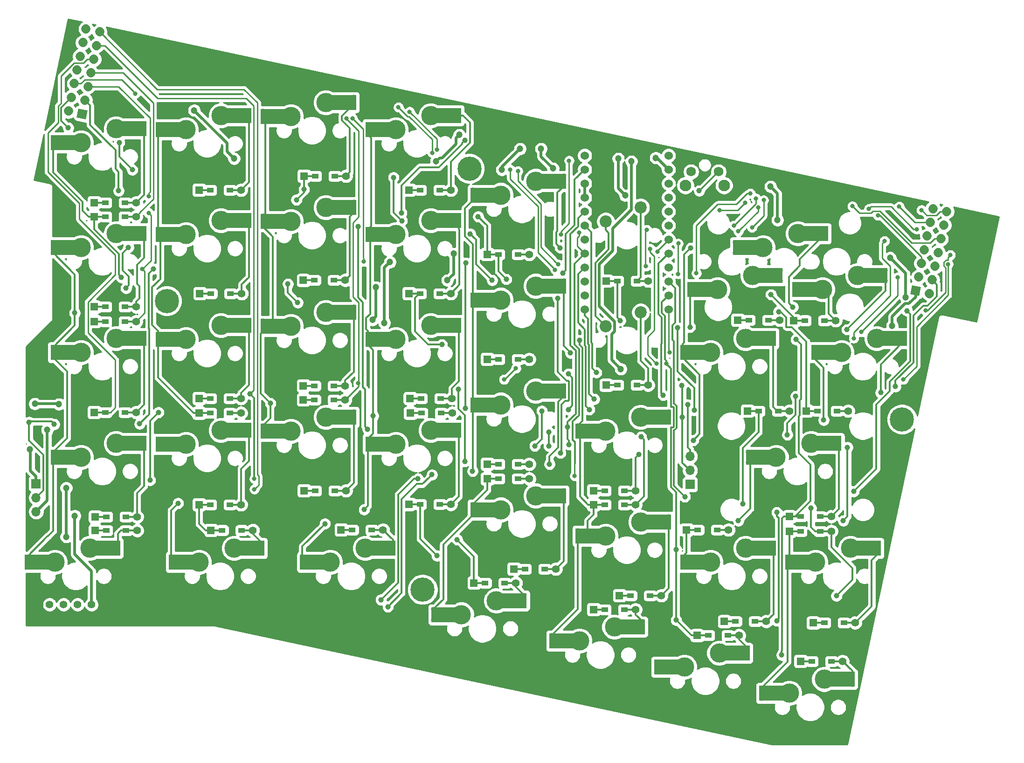
<source format=gbl>
G04 #@! TF.GenerationSoftware,KiCad,Pcbnew,(5.1.5-0-10_14)*
G04 #@! TF.CreationDate,2020-05-14T06:03:50+09:00*
G04 #@! TF.ProjectId,Colice,436f6c69-6365-42e6-9b69-6361645f7063,rev?*
G04 #@! TF.SameCoordinates,Original*
G04 #@! TF.FileFunction,Copper,L2,Bot*
G04 #@! TF.FilePolarity,Positive*
%FSLAX46Y46*%
G04 Gerber Fmt 4.6, Leading zero omitted, Abs format (unit mm)*
G04 Created by KiCad (PCBNEW (5.1.5-0-10_14)) date 2020-05-14 06:03:50*
%MOMM*%
%LPD*%
G04 APERTURE LIST*
%ADD10R,4.500000X2.800000*%
%ADD11C,0.800000*%
%ADD12R,2.550000X2.800000*%
%ADD13C,3.500000*%
%ADD14C,1.524000*%
%ADD15C,1.397000*%
%ADD16R,1.397000X1.397000*%
%ADD17R,1.300000X0.950000*%
%ADD18C,2.200000*%
%ADD19C,4.400000*%
%ADD20C,0.700000*%
%ADD21C,2.100000*%
%ADD22C,1.750000*%
%ADD23C,0.100000*%
%ADD24C,1.700000*%
%ADD25R,1.700000X1.700000*%
%ADD26O,1.700000X1.700000*%
%ADD27C,1.000000*%
%ADD28C,1.200000*%
%ADD29C,0.300000*%
%ADD30C,0.250000*%
%ADD31C,0.500000*%
%ADD32C,0.254000*%
G04 APERTURE END LIST*
D10*
X239426750Y-69374020D03*
X252353750Y-66834020D03*
D11*
X237648750Y-68412020D03*
X254158750Y-65872020D03*
X237648750Y-70336020D03*
X254158750Y-67796020D03*
D12*
X239453750Y-69374020D03*
X252353750Y-66834020D03*
D13*
X249078750Y-66834020D03*
X242728750Y-69374020D03*
D14*
X214777350Y-45053500D03*
X214777350Y-47593500D03*
X214777350Y-50133500D03*
X214777350Y-52673500D03*
X214777350Y-55213500D03*
X214777350Y-57753500D03*
X214777350Y-60293500D03*
X214777350Y-62833500D03*
X214777350Y-65373500D03*
X214777350Y-67913500D03*
X214777350Y-70453500D03*
X214777350Y-72993500D03*
X199557350Y-72993500D03*
X199557350Y-70453500D03*
X199557350Y-67913500D03*
X199557350Y-65373500D03*
X199557350Y-62833500D03*
X199557350Y-60293500D03*
X199557350Y-57753500D03*
X199557350Y-55213500D03*
X199557350Y-52673500D03*
X199557350Y-50133500D03*
X199557350Y-47593500D03*
X199557350Y-45053500D03*
D13*
X114458750Y-40163680D03*
X108108750Y-42703680D03*
D12*
X104833750Y-42703680D03*
X117733750Y-40163680D03*
D11*
X103028750Y-41741680D03*
X119538750Y-39201680D03*
X103028750Y-43665680D03*
X119538750Y-41125680D03*
D10*
X104833750Y-42703680D03*
X117760750Y-40163680D03*
D13*
X243046250Y-140176860D03*
X236696250Y-142716860D03*
D12*
X233421250Y-142716860D03*
X246321250Y-140176860D03*
D11*
X231616250Y-141754860D03*
X248126250Y-139214860D03*
X231616250Y-143678860D03*
X248126250Y-141138860D03*
D10*
X233421250Y-142716860D03*
X246348250Y-140176860D03*
X241585750Y-59214020D03*
X228658750Y-61754020D03*
D11*
X243363750Y-60176020D03*
X226853750Y-62716020D03*
X243363750Y-58252020D03*
X226853750Y-60792020D03*
D12*
X241558750Y-59214020D03*
X228658750Y-61754020D03*
D13*
X231933750Y-61754020D03*
X238283750Y-59214020D03*
D15*
X227584000Y-132207000D03*
D16*
X219964000Y-132207000D03*
D17*
X221999000Y-132207000D03*
X225549000Y-132207000D03*
D13*
X223996250Y-135414340D03*
X217646250Y-137954340D03*
D12*
X214371251Y-137954340D03*
X227271250Y-135414340D03*
D11*
X212566250Y-136992340D03*
X229076250Y-134452340D03*
X212566250Y-138916340D03*
X229076250Y-136376340D03*
D10*
X214371250Y-137954340D03*
X227298250Y-135414340D03*
X255873250Y-78264100D03*
X242946250Y-80804100D03*
D11*
X257651250Y-79226100D03*
X241141250Y-81766100D03*
X257651250Y-77302100D03*
X241141250Y-79842100D03*
D12*
X255846250Y-78264100D03*
X242946250Y-80804100D03*
D13*
X246221250Y-80804100D03*
X252571250Y-78264100D03*
X228758750Y-78264100D03*
X222408750Y-80804100D03*
D12*
X219133750Y-80804100D03*
X232033750Y-78264100D03*
D11*
X217328750Y-79842100D03*
X233838750Y-77302100D03*
X217328750Y-81766100D03*
X233838750Y-79226100D03*
D10*
X219133750Y-80804100D03*
X232060750Y-78264100D03*
D17*
X234693000Y-91440000D03*
X231143000Y-91440000D03*
D16*
X229108000Y-91440000D03*
D15*
X236728000Y-91440000D03*
X211074000Y-86741000D03*
D16*
X203454000Y-86741000D03*
D17*
X205489000Y-86741000D03*
X209039000Y-86741000D03*
D13*
X204946250Y-130651820D03*
X198596250Y-133191820D03*
D12*
X195321251Y-133191820D03*
X208221250Y-130651820D03*
D11*
X193516250Y-132229820D03*
X210026250Y-129689820D03*
X193516250Y-134153820D03*
X210026250Y-131613820D03*
D10*
X195321250Y-133191820D03*
X208248250Y-130651820D03*
D15*
X189484000Y-62992000D03*
D16*
X181864000Y-62992000D03*
D17*
X183899000Y-62992000D03*
X187449000Y-62992000D03*
D15*
X234950000Y-74930000D03*
D16*
X227330000Y-74930000D03*
D17*
X229365000Y-74930000D03*
X232915000Y-74930000D03*
D15*
X211074000Y-67818000D03*
D16*
X203454000Y-67818000D03*
D17*
X205489000Y-67818000D03*
X209039000Y-67818000D03*
D15*
X208788000Y-105918000D03*
D16*
X201168000Y-105918000D03*
D17*
X203203000Y-105918000D03*
X206753000Y-105918000D03*
D15*
X213487000Y-124968000D03*
D16*
X205867000Y-124968000D03*
D17*
X207902000Y-124968000D03*
X211452000Y-124968000D03*
D15*
X208788000Y-127508000D03*
D16*
X201168000Y-127508000D03*
D17*
X203203000Y-127508000D03*
X206753000Y-127508000D03*
D15*
X189484000Y-82042000D03*
D16*
X181864000Y-82042000D03*
D17*
X183899000Y-82042000D03*
X187449000Y-82042000D03*
D15*
X189484000Y-101092000D03*
D16*
X181864000Y-101092000D03*
D17*
X183899000Y-101092000D03*
X187449000Y-101092000D03*
D15*
X194310000Y-120142000D03*
D16*
X186690000Y-120142000D03*
D17*
X188725000Y-120142000D03*
X192275000Y-120142000D03*
D15*
X175260000Y-51308000D03*
D16*
X167640000Y-51308000D03*
D17*
X169675000Y-51308000D03*
X173225000Y-51308000D03*
D15*
X175260000Y-70104000D03*
D16*
X167640000Y-70104000D03*
D17*
X169675000Y-70104000D03*
X173225000Y-70104000D03*
D15*
X175450500Y-89154000D03*
D16*
X167830500Y-89154000D03*
D17*
X169865500Y-89154000D03*
X173415500Y-89154000D03*
D15*
X175260000Y-108378630D03*
D16*
X167640000Y-108378630D03*
D17*
X169675000Y-108378630D03*
X173225000Y-108378630D03*
D15*
X162941000Y-113030000D03*
D16*
X155321000Y-113030000D03*
D17*
X157356000Y-113030000D03*
X160906000Y-113030000D03*
D15*
X156210000Y-48768000D03*
D16*
X148590000Y-48768000D03*
D17*
X150625000Y-48768000D03*
X154175000Y-48768000D03*
D15*
X156083000Y-67691000D03*
D16*
X148463000Y-67691000D03*
D17*
X150498000Y-67691000D03*
X154048000Y-67691000D03*
D15*
X156083000Y-86868000D03*
D16*
X148463000Y-86868000D03*
D17*
X150498000Y-86868000D03*
X154048000Y-86868000D03*
D15*
X156210000Y-105918000D03*
D16*
X148590000Y-105918000D03*
D17*
X150625000Y-105918000D03*
X154175000Y-105918000D03*
D15*
X139319000Y-113109850D03*
D16*
X131699000Y-113109850D03*
D17*
X133734000Y-113109850D03*
X137284000Y-113109850D03*
D15*
X137160000Y-51308000D03*
D16*
X129540000Y-51308000D03*
D17*
X131575000Y-51308000D03*
X135125000Y-51308000D03*
D15*
X137287000Y-70104000D03*
D16*
X129667000Y-70104000D03*
D17*
X131702000Y-70104000D03*
X135252000Y-70104000D03*
D15*
X137160000Y-89154000D03*
D16*
X129540000Y-89154000D03*
D17*
X131575000Y-89154000D03*
X135125000Y-89154000D03*
D15*
X137160000Y-108458000D03*
D16*
X129540000Y-108458000D03*
D17*
X131575000Y-108458000D03*
X135125000Y-108458000D03*
D15*
X118110000Y-53594000D03*
D16*
X110490000Y-53594000D03*
D17*
X112525000Y-53594000D03*
X116075000Y-53594000D03*
D15*
X118110000Y-72517000D03*
D16*
X110490000Y-72517000D03*
D17*
X112525000Y-72517000D03*
X116075000Y-72517000D03*
D15*
X118110000Y-91694000D03*
D16*
X110490000Y-91694000D03*
D17*
X112525000Y-91694000D03*
X116075000Y-91694000D03*
D15*
X118300500Y-110664630D03*
D16*
X110680500Y-110664630D03*
D17*
X112715500Y-110664630D03*
X116265500Y-110664630D03*
D15*
X118300500Y-113157000D03*
D16*
X110680500Y-113157000D03*
D17*
X112715500Y-113157000D03*
X116265500Y-113157000D03*
D13*
X209708750Y-92551660D03*
X203358750Y-95091660D03*
D12*
X200083750Y-95091660D03*
X212983750Y-92551660D03*
D11*
X198278750Y-94129660D03*
X214788750Y-91589660D03*
X198278750Y-96053660D03*
X214788750Y-93513660D03*
D10*
X200083750Y-95091660D03*
X213010750Y-92551660D03*
D13*
X209708750Y-111601740D03*
X203358750Y-114141740D03*
D12*
X200083750Y-114141740D03*
X212983750Y-111601740D03*
D11*
X198278750Y-113179740D03*
X214788750Y-110639740D03*
X198278750Y-115103740D03*
X214788750Y-112563740D03*
D10*
X200083750Y-114141740D03*
X213010750Y-111601740D03*
D13*
X190658750Y-87788690D03*
X184308750Y-90328690D03*
D12*
X181033750Y-90328690D03*
X193933750Y-87788690D03*
D11*
X179228750Y-89366690D03*
X195738750Y-86826690D03*
X179228750Y-91290690D03*
X195738750Y-88750690D03*
D10*
X181033750Y-90328690D03*
X193960750Y-87788690D03*
D13*
X190658750Y-106838690D03*
X184308750Y-109378690D03*
D12*
X181033750Y-109378690D03*
X193933750Y-106838690D03*
D11*
X179228750Y-108416690D03*
X195738750Y-105876690D03*
X179228750Y-110340690D03*
X195738750Y-107800690D03*
D10*
X181033750Y-109378690D03*
X193960750Y-106838690D03*
X174910750Y-37782430D03*
X161983750Y-40322430D03*
D11*
X176688750Y-38744430D03*
X160178750Y-41284430D03*
X176688750Y-36820430D03*
X160178750Y-39360430D03*
D12*
X174883750Y-37782430D03*
X161983750Y-40322430D03*
D13*
X165258750Y-40322430D03*
X171608750Y-37782430D03*
D10*
X174910750Y-56832430D03*
X161983750Y-59372430D03*
D11*
X176688750Y-57794430D03*
X160178750Y-60334430D03*
X176688750Y-55870430D03*
X160178750Y-58410430D03*
D12*
X174883750Y-56832430D03*
X161983750Y-59372430D03*
D13*
X165258750Y-59372430D03*
X171608750Y-56832430D03*
D10*
X174910750Y-75882430D03*
X161983750Y-78422430D03*
D11*
X176688750Y-76844430D03*
X160178750Y-79384430D03*
X176688750Y-74920430D03*
X160178750Y-77460430D03*
D12*
X174883750Y-75882430D03*
X161983750Y-78422430D03*
D13*
X165258750Y-78422430D03*
X171608750Y-75882430D03*
D10*
X174910750Y-94932430D03*
X161983750Y-97472430D03*
D11*
X176688750Y-95894430D03*
X160178750Y-98434430D03*
X176688750Y-93970430D03*
X160178750Y-96510430D03*
D12*
X174883750Y-94932430D03*
X161983750Y-97472430D03*
D13*
X165258750Y-97472430D03*
X171608750Y-94932430D03*
D10*
X163004500Y-116364260D03*
X150077500Y-118904260D03*
D11*
X164782500Y-117326260D03*
X148272500Y-119866260D03*
X164782500Y-115402260D03*
X148272500Y-117942260D03*
D12*
X162977500Y-116364260D03*
X150077500Y-118904260D03*
D13*
X153352500Y-118904260D03*
X159702500Y-116364260D03*
D10*
X155860750Y-35401180D03*
X142933750Y-37941180D03*
D11*
X157638750Y-36363180D03*
X141128750Y-38903180D03*
X157638750Y-34439180D03*
X141128750Y-36979180D03*
D12*
X155833750Y-35401180D03*
X142933750Y-37941180D03*
D13*
X146208750Y-37941180D03*
X152558750Y-35401180D03*
D10*
X155860750Y-54451180D03*
X142933750Y-56991180D03*
D11*
X157638750Y-55413180D03*
X141128750Y-57953180D03*
X157638750Y-53489180D03*
X141128750Y-56029180D03*
D12*
X155833750Y-54451180D03*
X142933750Y-56991180D03*
D13*
X146208750Y-56991180D03*
X152558750Y-54451180D03*
D10*
X155860750Y-73501180D03*
X142933750Y-76041180D03*
D11*
X157638750Y-74463180D03*
X141128750Y-77003180D03*
X157638750Y-72539180D03*
X141128750Y-75079180D03*
D12*
X155833750Y-73501180D03*
X142933750Y-76041180D03*
D13*
X146208750Y-76041180D03*
X152558750Y-73501180D03*
D10*
X155860750Y-92551180D03*
X142933750Y-95091180D03*
D11*
X157638750Y-93513180D03*
X141128750Y-96053180D03*
X157638750Y-91589180D03*
X141128750Y-94129180D03*
D12*
X155833750Y-92551180D03*
X142933750Y-95091180D03*
D13*
X146208750Y-95091180D03*
X152558750Y-92551180D03*
D10*
X139192000Y-116364260D03*
X126265000Y-118904260D03*
D11*
X140970000Y-117326260D03*
X124460000Y-119866260D03*
X140970000Y-115402260D03*
X124460000Y-117942260D03*
D12*
X139165000Y-116364260D03*
X126265000Y-118904260D03*
D13*
X129540000Y-118904260D03*
X135890000Y-116364260D03*
X133508750Y-37782430D03*
X127158750Y-40322430D03*
D12*
X123883750Y-40322430D03*
X136783750Y-37782430D03*
D11*
X122078750Y-39360430D03*
X138588750Y-36820430D03*
X122078750Y-41284430D03*
X138588750Y-38744430D03*
D10*
X123883750Y-40322430D03*
X136810750Y-37782430D03*
D13*
X133508750Y-56832430D03*
X127158750Y-59372430D03*
D12*
X123883750Y-59372430D03*
X136783750Y-56832430D03*
D11*
X122078750Y-58410430D03*
X138588750Y-55870430D03*
X122078750Y-60334430D03*
X138588750Y-57794430D03*
D10*
X123883750Y-59372430D03*
X136810750Y-56832430D03*
D13*
X133508750Y-75882430D03*
X127158750Y-78422430D03*
D12*
X123883750Y-78422430D03*
X136783750Y-75882430D03*
D11*
X122078750Y-77460430D03*
X138588750Y-74920430D03*
X122078750Y-79384430D03*
X138588750Y-76844430D03*
D10*
X123883750Y-78422430D03*
X136810750Y-75882430D03*
D13*
X133508750Y-94932430D03*
X127158750Y-97472430D03*
D12*
X123883750Y-97472430D03*
X136783750Y-94932430D03*
D11*
X122078750Y-96510430D03*
X138588750Y-93970430D03*
X122078750Y-98434430D03*
X138588750Y-95894430D03*
D10*
X123883750Y-97472430D03*
X136810750Y-94932430D03*
D13*
X114458750Y-59213680D03*
X108108750Y-61753680D03*
D12*
X104833750Y-61753680D03*
X117733750Y-59213680D03*
D11*
X103028750Y-60791680D03*
X119538750Y-58251680D03*
X103028750Y-62715680D03*
X119538750Y-60175680D03*
D10*
X104833750Y-61753680D03*
X117760750Y-59213680D03*
D13*
X114458750Y-78263680D03*
X108108750Y-80803680D03*
D12*
X104833750Y-80803680D03*
X117733750Y-78263680D03*
D11*
X103028750Y-79841680D03*
X119538750Y-77301680D03*
X103028750Y-81765680D03*
X119538750Y-79225680D03*
D10*
X104833750Y-80803680D03*
X117760750Y-78263680D03*
D13*
X114458750Y-97313680D03*
X108108750Y-99853680D03*
D12*
X104833750Y-99853680D03*
X117733750Y-97313680D03*
D11*
X103028750Y-98891680D03*
X119538750Y-96351680D03*
X103028750Y-100815680D03*
X119538750Y-98275680D03*
D10*
X104833750Y-99853680D03*
X117760750Y-97313680D03*
D13*
X109696250Y-116364260D03*
X103346250Y-118904260D03*
D12*
X100071250Y-118904260D03*
X112971250Y-116364260D03*
D11*
X98266250Y-117942260D03*
X114776250Y-115402260D03*
X98266250Y-119866260D03*
X114776250Y-117326260D03*
D10*
X100071250Y-118904260D03*
X112998250Y-116364260D03*
X193960750Y-49688690D03*
X181033750Y-52228690D03*
D11*
X195738750Y-50650690D03*
X179228750Y-53190690D03*
X195738750Y-48726690D03*
X179228750Y-51266690D03*
D12*
X193933750Y-49688690D03*
X181033750Y-52228690D03*
D13*
X184308750Y-52228690D03*
X190658750Y-49688690D03*
X190658750Y-68738690D03*
X184308750Y-71278690D03*
D12*
X181033750Y-71278690D03*
X193933750Y-68738690D03*
D11*
X179228750Y-70316690D03*
X195738750Y-67776690D03*
X179228750Y-72240690D03*
X195738750Y-69700690D03*
D10*
X181033750Y-71278690D03*
X193960750Y-68738690D03*
D18*
X203358750Y-56991500D03*
X209708750Y-54451500D03*
D19*
X257175000Y-92964000D03*
D20*
X258825000Y-92964000D03*
X258341726Y-94130726D03*
X257175000Y-94614000D03*
X256008274Y-94130726D03*
X255525000Y-92964000D03*
X256008274Y-91797274D03*
X257175000Y-91314000D03*
X258341726Y-91797274D03*
X171283226Y-122724314D03*
X170116500Y-122241040D03*
X168949774Y-122724314D03*
X168466500Y-123891040D03*
X168949774Y-125057766D03*
X170116500Y-125541040D03*
X171283226Y-125057766D03*
X171766500Y-123891040D03*
D19*
X170116500Y-123891040D03*
X123675140Y-71442580D03*
D20*
X125325140Y-71442580D03*
X124841866Y-72609306D03*
X123675140Y-73092580D03*
X122508414Y-72609306D03*
X122025140Y-71442580D03*
X122508414Y-70275854D03*
X123675140Y-69792580D03*
X124841866Y-70275854D03*
D19*
X178612800Y-47409100D03*
D20*
X180262800Y-47409100D03*
X179779526Y-48575826D03*
X178612800Y-49059100D03*
X177446074Y-48575826D03*
X176962800Y-47409100D03*
X177446074Y-46242374D03*
X178612800Y-45759100D03*
X179779526Y-46242374D03*
D15*
X247396000Y-91440000D03*
D16*
X239776000Y-91440000D03*
D17*
X241811000Y-91440000D03*
X245361000Y-91440000D03*
X244345000Y-136906000D03*
X240795000Y-136906000D03*
D16*
X238760000Y-136906000D03*
D15*
X246380000Y-136906000D03*
X244348000Y-110617000D03*
D16*
X236728000Y-110617000D03*
D17*
X238763000Y-110617000D03*
X242313000Y-110617000D03*
X230502000Y-129667000D03*
X226952000Y-129667000D03*
D16*
X224917000Y-129667000D03*
D15*
X232537000Y-129667000D03*
X187071000Y-122682000D03*
D16*
X179451000Y-122682000D03*
D17*
X181486000Y-122682000D03*
X185036000Y-122682000D03*
D10*
X243967000Y-97314180D03*
X231040000Y-99854180D03*
D11*
X245745000Y-98276180D03*
X229235000Y-100816180D03*
X245745000Y-96352180D03*
X229235000Y-98892180D03*
D12*
X243940000Y-97314180D03*
X231040000Y-99854180D03*
D13*
X234315000Y-99854180D03*
X240665000Y-97314180D03*
X228758750Y-116364260D03*
X222408750Y-118904260D03*
D12*
X219133750Y-118904260D03*
X232033750Y-116364260D03*
D11*
X217328750Y-117942260D03*
X233838750Y-115402260D03*
X217328750Y-119866260D03*
X233838750Y-117326260D03*
D10*
X219133750Y-118904260D03*
X232060750Y-116364260D03*
X186817000Y-125889300D03*
X173890000Y-128429300D03*
D11*
X188595000Y-126851300D03*
X172085000Y-129391300D03*
X188595000Y-124927300D03*
X172085000Y-127467300D03*
D12*
X186790000Y-125889300D03*
X173890000Y-128429300D03*
D13*
X177165000Y-128429300D03*
X183515000Y-125889300D03*
D18*
X203358750Y-76041580D03*
X209708750Y-73501580D03*
D21*
X224850200Y-50470600D03*
D22*
X223850200Y-47980600D03*
X218850200Y-47980600D03*
D21*
X217840200Y-50470600D03*
D17*
X116075000Y-75184000D03*
X112525000Y-75184000D03*
D16*
X110490000Y-75184000D03*
D15*
X118110000Y-75184000D03*
X118110000Y-56134000D03*
D16*
X110490000Y-56134000D03*
D17*
X112525000Y-56134000D03*
X116075000Y-56134000D03*
D15*
X137160000Y-91821000D03*
D16*
X129540000Y-91821000D03*
D17*
X131575000Y-91821000D03*
X135125000Y-91821000D03*
X242313000Y-113284000D03*
X238763000Y-113284000D03*
D16*
X236728000Y-113284000D03*
D15*
X244348000Y-113284000D03*
D17*
X246631000Y-129921000D03*
X243081000Y-129921000D03*
D16*
X241046000Y-129921000D03*
D15*
X248666000Y-129921000D03*
X225679000Y-113030000D03*
D16*
X218059000Y-113030000D03*
D17*
X220094000Y-113030000D03*
X223644000Y-113030000D03*
X154048000Y-89408000D03*
X150498000Y-89408000D03*
D16*
X148463000Y-89408000D03*
D15*
X156083000Y-89408000D03*
X175514000Y-91821000D03*
D16*
X167894000Y-91821000D03*
D17*
X169929000Y-91821000D03*
X173479000Y-91821000D03*
X187449000Y-103759000D03*
X183899000Y-103759000D03*
D16*
X181864000Y-103759000D03*
D15*
X189484000Y-103759000D03*
X208788000Y-108458000D03*
D16*
X201168000Y-108458000D03*
D17*
X203203000Y-108458000D03*
X206753000Y-108458000D03*
G04 #@! TA.AperFunction,ComponentPad*
D23*
G36*
X258630650Y-70240541D02*
G01*
X258984099Y-68577690D01*
X260646950Y-68931139D01*
X260293501Y-70593990D01*
X258630650Y-70240541D01*
G37*
G04 #@! TD.AperFunction*
D24*
X262123295Y-70113936D02*
X262123295Y-70113936D01*
X260166896Y-67101345D02*
X260166896Y-67101345D01*
X262651391Y-67629441D02*
X262651391Y-67629441D01*
X260694991Y-64616850D02*
X260694991Y-64616850D01*
X263179486Y-65144946D02*
X263179486Y-65144946D01*
X261223087Y-62132355D02*
X261223087Y-62132355D01*
X263707582Y-62660451D02*
X263707582Y-62660451D01*
X261751183Y-59647860D02*
X261751183Y-59647860D01*
X264235678Y-60175956D02*
X264235678Y-60175956D01*
X262279278Y-57163365D02*
X262279278Y-57163365D01*
X264763773Y-57691461D02*
X264763773Y-57691461D01*
X262807374Y-54678871D02*
X262807374Y-54678871D01*
X265291869Y-55206966D02*
X265291869Y-55206966D01*
D25*
X218694000Y-104775000D03*
D26*
X218694000Y-102235000D03*
X218694000Y-99695000D03*
X99949000Y-109728000D03*
X99949000Y-107188000D03*
D25*
X99949000Y-104648000D03*
D10*
X251110750Y-116364260D03*
X238183750Y-118904260D03*
D11*
X252888750Y-117326260D03*
X236378750Y-119866260D03*
X252888750Y-115402260D03*
X236378750Y-117942260D03*
D12*
X251083750Y-116364260D03*
X238183750Y-118904260D03*
D13*
X241458750Y-118904260D03*
X247808750Y-116364260D03*
G04 #@! TA.AperFunction,ComponentPad*
D23*
G36*
X107294910Y-38137481D02*
G01*
X107648359Y-36474630D01*
X109311210Y-36828079D01*
X108957761Y-38490930D01*
X107294910Y-38137481D01*
G37*
G04 #@! TD.AperFunction*
D24*
X105818565Y-36954684D02*
X105818565Y-36954684D01*
X108831156Y-34998285D02*
X108831156Y-34998285D01*
X106346661Y-34470189D02*
X106346661Y-34470189D01*
X109359251Y-32513790D02*
X109359251Y-32513790D01*
X106874756Y-31985694D02*
X106874756Y-31985694D01*
X109887347Y-30029295D02*
X109887347Y-30029295D01*
X107402852Y-29501200D02*
X107402852Y-29501200D01*
X110415443Y-27544800D02*
X110415443Y-27544800D01*
X107930948Y-27016705D02*
X107930948Y-27016705D01*
X110943538Y-25060305D02*
X110943538Y-25060305D01*
X108459044Y-24532210D02*
X108459044Y-24532210D01*
X111471634Y-22575811D02*
X111471634Y-22575811D01*
X108987139Y-22047715D02*
X108987139Y-22047715D01*
D17*
X243075000Y-75009690D03*
X239525000Y-75009690D03*
D16*
X237490000Y-75009690D03*
D15*
X245110000Y-75009690D03*
D13*
X223678750Y-69374020D03*
X230028750Y-66834020D03*
D12*
X233303750Y-66834020D03*
X220403750Y-69374020D03*
D11*
X235108750Y-67796020D03*
X218598750Y-70336020D03*
X235108750Y-65872020D03*
X218598750Y-68412020D03*
D10*
X233303750Y-66834020D03*
X220376750Y-69374020D03*
D15*
X102393750Y-126619000D03*
X104933750Y-126619000D03*
X107473750Y-126619000D03*
X110013750Y-126619000D03*
D27*
X253308489Y-88120992D03*
X195108010Y-61798440D03*
X193167000Y-101092000D03*
X106967867Y-73642655D03*
X218694000Y-76200000D03*
X237363006Y-72553010D03*
X196973562Y-80890546D03*
X125730000Y-108204000D03*
X142494000Y-90043000D03*
X161163000Y-92329000D03*
X159512000Y-109347000D03*
X152399980Y-111919220D03*
X179197000Y-102362000D03*
X209353999Y-99372530D03*
D11*
X120395998Y-52451000D03*
X119252994Y-65659000D03*
X252788840Y-55912021D03*
X231061716Y-54446770D03*
X212750000Y-62500000D03*
X120400660Y-55499992D03*
X227457000Y-58801000D03*
D27*
X173653456Y-79362332D03*
X228252402Y-108313770D03*
X234442000Y-109855000D03*
X234442000Y-129540000D03*
X116713000Y-61722000D03*
D11*
X265557000Y-64770000D03*
D27*
X116278985Y-69141013D03*
X213802001Y-88580001D03*
D11*
X257429000Y-85725000D03*
D27*
X176657000Y-87503000D03*
X177800000Y-100584000D03*
X235331000Y-135763000D03*
D11*
X265938000Y-63119000D03*
D27*
X233368964Y-70292010D03*
X237918892Y-78459103D03*
D11*
X261444092Y-73191588D03*
D27*
X172720000Y-117729000D03*
X122174000Y-91694000D03*
X240665000Y-109093000D03*
X120649990Y-104013000D03*
X245268750Y-125016150D03*
D11*
X229616000Y-51943000D03*
X219836996Y-66421000D03*
D27*
X138811011Y-88355498D03*
X217743855Y-107025011D03*
D11*
X256667000Y-54307468D03*
X139573000Y-103759004D03*
D27*
X216154000Y-116586000D03*
X176403000Y-114808000D03*
X216154000Y-129413000D03*
D11*
X254000000Y-60579000D03*
X248412000Y-78232000D03*
X214345086Y-82869990D03*
X139573000Y-105664000D03*
D27*
X247166425Y-76652991D03*
X115443000Y-67183000D03*
X145669000Y-68362010D03*
X147447000Y-71755000D03*
X180213000Y-56134000D03*
X147223783Y-53090015D03*
X148590000Y-51180992D03*
X185313875Y-67511356D03*
X234749454Y-73399562D03*
X206033286Y-75019688D03*
X242951000Y-93091000D03*
X247269000Y-98044000D03*
X246507000Y-111379000D03*
X227457000Y-111379000D03*
X218821000Y-61849000D03*
X219263010Y-96774000D03*
D11*
X187071000Y-83693000D03*
X184912000Y-85725000D03*
X158433739Y-86401676D03*
X214949990Y-80769464D03*
X156326874Y-38262347D03*
X117983000Y-33782000D03*
D27*
X177927000Y-90932000D03*
X177959303Y-64548490D03*
D11*
X211455000Y-61976000D03*
X256413000Y-67183000D03*
X249808998Y-77089000D03*
X212598000Y-82869990D03*
X159468315Y-64299774D03*
X157376841Y-38272029D03*
X196723000Y-45974000D03*
X224028000Y-54991000D03*
X228727000Y-53594000D03*
X248158000Y-54242022D03*
X195237990Y-59397097D03*
X198554021Y-59063909D03*
X197739000Y-103251000D03*
D27*
X209804000Y-96139000D03*
D11*
X210693000Y-65151000D03*
X210820000Y-58547000D03*
X167767000Y-37084000D03*
D27*
X200406000Y-91186000D03*
D11*
X259842000Y-58420000D03*
X187418026Y-47878985D03*
X251160778Y-54731011D03*
X226661228Y-57751228D03*
X230632000Y-52818990D03*
X194739741Y-64819537D03*
X172719998Y-43942000D03*
D27*
X198638713Y-78613000D03*
D28*
X206121000Y-83820000D03*
X255397000Y-75964098D03*
X187833000Y-43815000D03*
X184531000Y-47625000D03*
X135890000Y-45593000D03*
X128651000Y-36830000D03*
X208026000Y-46101000D03*
D27*
X98679000Y-93472000D03*
X118750900Y-93788276D03*
X121285000Y-65638679D03*
X166279759Y-55462241D03*
X103251000Y-93853000D03*
X177766207Y-42259056D03*
D28*
X255023289Y-63609649D03*
X233299000Y-50673000D03*
X234569000Y-56769000D03*
X172593000Y-46093990D03*
X176777181Y-41268168D03*
X257844010Y-70794002D03*
D11*
X194183000Y-65786000D03*
X186055000Y-47625000D03*
X216535000Y-66548000D03*
X216547984Y-61018510D03*
X229933564Y-58100785D03*
X232040515Y-53145013D03*
X260705619Y-54950174D03*
X165735000Y-36272399D03*
X171845228Y-44522774D03*
D27*
X163830000Y-127000000D03*
X193040000Y-97790000D03*
X193040000Y-95250000D03*
X171831000Y-103018753D03*
X196728729Y-97541217D03*
X196433721Y-94361000D03*
X201295000Y-89281000D03*
X218247010Y-90315208D03*
X220345006Y-51435000D03*
D28*
X206908739Y-52281952D03*
X98806000Y-98425000D03*
X205651660Y-45595527D03*
X191643000Y-43815000D03*
X193802000Y-47388688D03*
X175768000Y-62865000D03*
X174625000Y-67691000D03*
X161671000Y-68961000D03*
X99721670Y-90136205D03*
X161020377Y-74887989D03*
X104070129Y-90224435D03*
X105410000Y-105410000D03*
X105410000Y-114300000D03*
X212471000Y-45466000D03*
X101981000Y-94881598D03*
X164211000Y-64389000D03*
X163195000Y-75438000D03*
X106969423Y-110490000D03*
D27*
X201675996Y-84455000D03*
X217297000Y-92583002D03*
X162560000Y-125730000D03*
X190500000Y-97790000D03*
X191770000Y-91440000D03*
X196596000Y-91186000D03*
X196596000Y-84709000D03*
X169291000Y-103759000D03*
X217200010Y-86774982D03*
X248412000Y-106045000D03*
X114935000Y-51435000D03*
X158383739Y-57912000D03*
X160147000Y-94742000D03*
X258064000Y-73228991D03*
X164846000Y-49022000D03*
X166370000Y-56896000D03*
X182753000Y-67691000D03*
X178770917Y-59277758D03*
X236347000Y-95757998D03*
X237871000Y-88773000D03*
X255985791Y-86995000D03*
X105791000Y-40005000D03*
X115062000Y-42672000D03*
X117413567Y-47619499D03*
X219456000Y-91313000D03*
X216407996Y-76327000D03*
X194691000Y-70938692D03*
X195157405Y-99091923D03*
X195626329Y-66363204D03*
D29*
X133508750Y-37782430D02*
X136810750Y-37782430D01*
X135125000Y-51308000D02*
X137160000Y-51308000D01*
X138588750Y-49879250D02*
X138588750Y-38744430D01*
X137160000Y-51308000D02*
X138588750Y-49879250D01*
X136783750Y-94932430D02*
X133508750Y-94932430D01*
X135125000Y-108458000D02*
X137160000Y-108458000D01*
X138588750Y-96460115D02*
X138588750Y-95894430D01*
X137160000Y-101980455D02*
X138588750Y-100551705D01*
X137160000Y-108458000D02*
X137160000Y-101980455D01*
X138588750Y-100551705D02*
X138588750Y-96460115D01*
X245361000Y-91440000D02*
X247396000Y-91440000D01*
X255846250Y-78264100D02*
X252571250Y-78264100D01*
X257085565Y-79226100D02*
X253308489Y-83003176D01*
X253308489Y-83003176D02*
X253308489Y-88120992D01*
X257651250Y-79226100D02*
X257085565Y-79226100D01*
X234693000Y-91440000D02*
X236728000Y-91440000D01*
X232060750Y-78264100D02*
X228758750Y-78264100D01*
X233743000Y-79321850D02*
X233838750Y-79226100D01*
X234518000Y-91440000D02*
X233743000Y-90665000D01*
X233743000Y-90665000D02*
X233743000Y-79321850D01*
X234693000Y-91440000D02*
X234518000Y-91440000D01*
X242313000Y-110617000D02*
X244348000Y-110617000D01*
X240665000Y-97314180D02*
X243940000Y-97314180D01*
X245745000Y-109220000D02*
X245745000Y-98276180D01*
X244348000Y-110617000D02*
X245745000Y-109220000D01*
X154175000Y-48768000D02*
X156210000Y-48768000D01*
X152558750Y-35401180D02*
X155860750Y-35401180D01*
X156908499Y-48069501D02*
X156908499Y-40101974D01*
X156908499Y-40101974D02*
X155476873Y-38670348D01*
X156210000Y-48768000D02*
X156908499Y-48069501D01*
X156968039Y-36363180D02*
X157073065Y-36363180D01*
X157073065Y-36363180D02*
X157638750Y-36363180D01*
X155476873Y-38670348D02*
X155476873Y-37854346D01*
X155476873Y-37854346D02*
X156968039Y-36363180D01*
X154048000Y-86868000D02*
X156083000Y-86868000D01*
X155860750Y-73501180D02*
X152558750Y-73501180D01*
X157638750Y-84324422D02*
X157638750Y-74463180D01*
X156083000Y-85880172D02*
X157638750Y-84324422D01*
X156083000Y-86868000D02*
X156083000Y-85880172D01*
X154175000Y-105918000D02*
X156210000Y-105918000D01*
X152558750Y-92551180D02*
X155833750Y-92551180D01*
X157638750Y-104489250D02*
X157638750Y-93513180D01*
X156210000Y-105918000D02*
X157638750Y-104489250D01*
X171608750Y-37782430D02*
X174910750Y-37782430D01*
X175260000Y-51308000D02*
X173225000Y-51308000D01*
X175260000Y-46171267D02*
X175260000Y-51308000D01*
X178716209Y-39037889D02*
X178716209Y-42715058D01*
X177460750Y-37782430D02*
X178716209Y-39037889D01*
X174910750Y-37782430D02*
X177460750Y-37782430D01*
X178716209Y-42715058D02*
X175260000Y-46171267D01*
X173415500Y-89154000D02*
X175450500Y-89154000D01*
X171608750Y-75882430D02*
X174910750Y-75882430D01*
X176688750Y-86065248D02*
X176688750Y-76844430D01*
X175450500Y-89154000D02*
X175450500Y-87303498D01*
X175450500Y-87303498D02*
X176688750Y-86065248D01*
X190658750Y-49688690D02*
X193933750Y-49688690D01*
X187449000Y-62992000D02*
X189484000Y-62992000D01*
X194387989Y-61078419D02*
X195108010Y-61798440D01*
X194608011Y-58769074D02*
X194387989Y-58989096D01*
X195738750Y-50650690D02*
X194608011Y-51781429D01*
X194608011Y-51781429D02*
X194608011Y-58769074D01*
X194387989Y-58989096D02*
X194387989Y-61078419D01*
X187449000Y-101092000D02*
X189484000Y-101092000D01*
X193960750Y-87788690D02*
X190658750Y-87788690D01*
X193167000Y-101092000D02*
X193167000Y-99685998D01*
X195338751Y-89150689D02*
X195738750Y-88750690D01*
X194756999Y-89732441D02*
X195338751Y-89150689D01*
X194756999Y-98095999D02*
X194756999Y-89732441D01*
X193167000Y-99685998D02*
X194756999Y-98095999D01*
X211452000Y-124968000D02*
X213487000Y-124968000D01*
X209708750Y-111601740D02*
X213010750Y-111601740D01*
X214788750Y-123666250D02*
X214788750Y-112563740D01*
X213487000Y-124968000D02*
X214788750Y-123666250D01*
X104833750Y-61753680D02*
X108108750Y-61753680D01*
X110490000Y-75184000D02*
X112525000Y-75184000D01*
X108108750Y-80803680D02*
X104833750Y-80803680D01*
X104833750Y-99853680D02*
X108108750Y-99853680D01*
X100071250Y-118904260D02*
X103346250Y-118904260D01*
X98266250Y-117942260D02*
X102035510Y-114173000D01*
X103028750Y-113252250D02*
X102108000Y-114173000D01*
X103028750Y-100815680D02*
X103028750Y-113252250D01*
X102035510Y-114173000D02*
X102108000Y-114173000D01*
X106967867Y-66654797D02*
X106967867Y-73642655D01*
X103028750Y-62715680D02*
X106967867Y-66654797D01*
X106967867Y-75902563D02*
X106967867Y-73642655D01*
X103028750Y-79841680D02*
X106967867Y-75902563D01*
X103428749Y-98491681D02*
X103028750Y-98891680D01*
X105571002Y-84307932D02*
X105571002Y-96349428D01*
X103028750Y-81765680D02*
X105571002Y-84307932D01*
X105571002Y-96349428D02*
X103428749Y-98491681D01*
X117733750Y-59213680D02*
X114458750Y-59213680D01*
X116075000Y-72517000D02*
X118110000Y-72517000D01*
X118679002Y-68758998D02*
X118298002Y-68377998D01*
X119538750Y-63651839D02*
X119538750Y-60175680D01*
X118298002Y-68377998D02*
X118298002Y-64892587D01*
X118298002Y-64892587D02*
X119538750Y-63651839D01*
X118110000Y-72517000D02*
X118110000Y-71529172D01*
X118679002Y-70960170D02*
X118679002Y-68758998D01*
X118110000Y-71529172D02*
X118679002Y-70960170D01*
X114458750Y-40163680D02*
X117733750Y-40163680D01*
X116075000Y-53594000D02*
X118110000Y-53594000D01*
X118110000Y-53594000D02*
X119538750Y-52165250D01*
X119538750Y-52165250D02*
X119538750Y-41125680D01*
X232915000Y-74930000D02*
X234950000Y-74930000D01*
X238283750Y-59214020D02*
X241558750Y-59214020D01*
X220376750Y-69374020D02*
X223678750Y-69374020D01*
X218694000Y-70431270D02*
X218598750Y-70336020D01*
X218694000Y-76200000D02*
X218694000Y-70431270D01*
X236609003Y-67045741D02*
X236609003Y-71799007D01*
X236609003Y-71799007D02*
X237363006Y-72553010D01*
X242337980Y-60176020D02*
X238633000Y-63881000D01*
X243363750Y-60176020D02*
X242337980Y-60176020D01*
X238633000Y-65021744D02*
X236609003Y-67045741D01*
X238633000Y-63881000D02*
X238633000Y-65021744D01*
X155833750Y-54451180D02*
X152558750Y-54451180D01*
X154048000Y-67691000D02*
X156083000Y-67691000D01*
X157238751Y-55813179D02*
X157638750Y-55413180D01*
X156883727Y-66890273D02*
X156883727Y-56168203D01*
X156083000Y-67691000D02*
X156883727Y-66890273D01*
X156883727Y-56168203D02*
X157238751Y-55813179D01*
X174910750Y-56832430D02*
X171608750Y-56832430D01*
X173225000Y-70104000D02*
X175260000Y-70104000D01*
X175260000Y-70104000D02*
X176818001Y-68545999D01*
X176818001Y-58489366D02*
X176688750Y-58360115D01*
X176688750Y-58360115D02*
X176688750Y-57794430D01*
X176818001Y-68545999D02*
X176818001Y-58489366D01*
X189484000Y-82042000D02*
X187449000Y-82042000D01*
X190658750Y-68738690D02*
X193933750Y-68738690D01*
X195738750Y-79574207D02*
X196973562Y-80809019D01*
X195738750Y-69700690D02*
X195738750Y-79574207D01*
X196973562Y-80809019D02*
X196973562Y-80890546D01*
X117760750Y-97313680D02*
X114458750Y-97313680D01*
X116265500Y-110664630D02*
X118300500Y-110664630D01*
X119538750Y-105115248D02*
X119538750Y-98275680D01*
X118300500Y-106353498D02*
X119538750Y-105115248D01*
X118300500Y-110664630D02*
X118300500Y-106353498D01*
X136810750Y-56832430D02*
X133508750Y-56832430D01*
X137287000Y-70104000D02*
X135252000Y-70104000D01*
X137287000Y-70104000D02*
X137287000Y-68443998D01*
X137287000Y-68443998D02*
X138588750Y-67142248D01*
X138588750Y-67142248D02*
X138588750Y-57794430D01*
X246631000Y-129921000D02*
X248666000Y-129921000D01*
X251673751Y-118541259D02*
X252888750Y-117326260D01*
X251673751Y-126913249D02*
X251673751Y-118541259D01*
X248666000Y-129921000D02*
X251673751Y-126913249D01*
X247808750Y-116364260D02*
X251110750Y-116364260D01*
X244345000Y-136906000D02*
X246380000Y-136906000D01*
X248126250Y-138652250D02*
X248126250Y-139214860D01*
X246380000Y-136906000D02*
X248126250Y-138652250D01*
X243046250Y-140176860D02*
X246348250Y-140176860D01*
X230502000Y-129667000D02*
X232537000Y-129667000D01*
X228758750Y-116364260D02*
X232033750Y-116364260D01*
X233838750Y-128365250D02*
X233838750Y-117326260D01*
X232537000Y-129667000D02*
X233838750Y-128365250D01*
X146208750Y-56991180D02*
X142933750Y-56991180D01*
X142933750Y-37941180D02*
X146208750Y-37941180D01*
X126265000Y-118904260D02*
X129540000Y-118904260D01*
X124460000Y-109474000D02*
X125730000Y-108204000D01*
X124460000Y-117942260D02*
X124460000Y-109474000D01*
X142494000Y-92763930D02*
X141128750Y-94129180D01*
X142494000Y-90043000D02*
X142494000Y-92763930D01*
X142933750Y-95091180D02*
X146208750Y-95091180D01*
X148463000Y-89408000D02*
X150498000Y-89408000D01*
X146208750Y-76041180D02*
X142933750Y-76041180D01*
X140728751Y-88277751D02*
X142494000Y-90043000D01*
X140728751Y-77403179D02*
X140728751Y-88277751D01*
X141128750Y-77003180D02*
X140728751Y-77403179D01*
X141528749Y-39303179D02*
X141528749Y-55629181D01*
X141128750Y-38903180D02*
X141528749Y-39303179D01*
X141528749Y-55629181D02*
X141128750Y-56029180D01*
X142933750Y-59758180D02*
X142933750Y-76041180D01*
X141128750Y-57953180D02*
X142933750Y-59758180D01*
X135890000Y-116364260D02*
X139165000Y-116364260D01*
X139319000Y-113751260D02*
X140970000Y-115402260D01*
X139319000Y-113109850D02*
X139319000Y-113751260D01*
X137284000Y-113109850D02*
X139319000Y-113109850D01*
X165258750Y-59372430D02*
X161983750Y-59372430D01*
X161983750Y-40322430D02*
X165258750Y-40322430D01*
X150077500Y-118904260D02*
X153352500Y-118904260D01*
X161983750Y-97472430D02*
X165258750Y-97472430D01*
X167894000Y-91821000D02*
X169929000Y-91821000D01*
X161983750Y-78422430D02*
X165258750Y-78422430D01*
X161163000Y-80368680D02*
X161163000Y-92329000D01*
X160178750Y-79384430D02*
X161163000Y-80368680D01*
X160178750Y-108680250D02*
X159512000Y-109347000D01*
X160178750Y-98434430D02*
X160178750Y-108680250D01*
X148272500Y-116046700D02*
X152399980Y-111919220D01*
X148272500Y-117942260D02*
X148272500Y-116046700D01*
X160178750Y-41284430D02*
X160762568Y-41868248D01*
X160762568Y-41868248D02*
X160762568Y-57826612D01*
X160762568Y-57826612D02*
X160578749Y-58010431D01*
X160578749Y-58010431D02*
X160178750Y-58410430D01*
X160178750Y-60334430D02*
X160578749Y-60734429D01*
X160178750Y-76894745D02*
X160178750Y-77460430D01*
X160578749Y-73820057D02*
X159883760Y-74515046D01*
X159883760Y-76599755D02*
X160178750Y-76894745D01*
X160578749Y-60734429D02*
X160578749Y-73820057D01*
X159883760Y-74515046D02*
X159883760Y-76599755D01*
X160178750Y-96510430D02*
X161163000Y-95526180D01*
X161163000Y-95526180D02*
X161163000Y-92329000D01*
X173225000Y-108378630D02*
X175260000Y-108378630D01*
X174910750Y-94932430D02*
X171608750Y-94932430D01*
X176688750Y-106949880D02*
X176688750Y-95894430D01*
X175260000Y-108378630D02*
X176688750Y-106949880D01*
X160906000Y-113030000D02*
X162941000Y-113030000D01*
X164782500Y-114871500D02*
X164782500Y-115402260D01*
X162941000Y-113030000D02*
X164782500Y-114871500D01*
X159702500Y-116364260D02*
X163004500Y-116364260D01*
X184308750Y-52228690D02*
X181033750Y-52228690D01*
X183899000Y-103759000D02*
X181864000Y-103759000D01*
X181033750Y-109378690D02*
X184308750Y-109378690D01*
X173890000Y-128429300D02*
X177165000Y-128429300D01*
X181864000Y-105781440D02*
X179228750Y-108416690D01*
X181864000Y-103759000D02*
X181864000Y-105781440D01*
X172484999Y-127067301D02*
X172085000Y-127467300D01*
X173890000Y-125662300D02*
X172484999Y-127067301D01*
X173890000Y-115679440D02*
X173890000Y-125662300D01*
X179228750Y-110340690D02*
X173890000Y-115679440D01*
X181033750Y-90328690D02*
X184308750Y-90328690D01*
X181033750Y-71278690D02*
X184308750Y-71278690D01*
X179228750Y-90098690D02*
X179228750Y-89366690D01*
X179228750Y-72240690D02*
X179228750Y-90098690D01*
X179228750Y-102330250D02*
X179197000Y-102362000D01*
X179228750Y-91290690D02*
X179228750Y-102330250D01*
X177820916Y-54598524D02*
X177820916Y-59733759D01*
X179228750Y-61141593D02*
X179228750Y-70316690D01*
X179228750Y-53190690D02*
X177820916Y-54598524D01*
X177820916Y-59733759D02*
X179228750Y-61141593D01*
X190658750Y-106838690D02*
X193960750Y-106838690D01*
X192275000Y-120142000D02*
X194310000Y-120142000D01*
X195738750Y-118713250D02*
X195738750Y-107800690D01*
X194310000Y-120142000D02*
X195738750Y-118713250D01*
X211074000Y-67818000D02*
X209039000Y-67818000D01*
X209708750Y-67148250D02*
X209039000Y-67818000D01*
X209708750Y-54451500D02*
X209708750Y-67148250D01*
X209039000Y-86741000D02*
X211074000Y-86741000D01*
X211074000Y-83662996D02*
X211074000Y-86741000D01*
X209708750Y-73501580D02*
X209708750Y-82297746D01*
X209708750Y-82297746D02*
X211074000Y-83662996D01*
X206753000Y-105918000D02*
X208788000Y-105918000D01*
X209708750Y-92551660D02*
X212983750Y-92551660D01*
X208788000Y-105918000D02*
X208788000Y-99938529D01*
X208788000Y-99938529D02*
X209353999Y-99372530D01*
X116075000Y-75184000D02*
X118110000Y-75184000D01*
D30*
X120668999Y-51612314D02*
X120395998Y-51885315D01*
X109359251Y-32513790D02*
X114936790Y-32513790D01*
X114936790Y-32513790D02*
X120668999Y-38245999D01*
X120668999Y-38245999D02*
X120668999Y-51612314D01*
X120395998Y-51885315D02*
X120395998Y-52451000D01*
X119652993Y-73641007D02*
X119652993Y-66058999D01*
X118110000Y-75184000D02*
X119652993Y-73641007D01*
X119652993Y-66058999D02*
X119252994Y-65659000D01*
X260694991Y-64616850D02*
X260694991Y-63414769D01*
X260694991Y-63414769D02*
X253192243Y-55912021D01*
X253192243Y-55912021D02*
X252788840Y-55912021D01*
X212750000Y-62320850D02*
X212750000Y-62500000D01*
X214777350Y-60293500D02*
X212750000Y-62320850D01*
X120800659Y-64111335D02*
X120800659Y-55899991D01*
X119252994Y-65659000D02*
X120800659Y-64111335D01*
X120800659Y-55899991D02*
X120400660Y-55499992D01*
X231061716Y-54446770D02*
X231061716Y-55196284D01*
X231061716Y-55196284D02*
X227856999Y-58401001D01*
X227856999Y-58401001D02*
X227457000Y-58801000D01*
D29*
X118110000Y-56134000D02*
X116075000Y-56134000D01*
X131702000Y-70104000D02*
X129667000Y-70104000D01*
X110490000Y-72517000D02*
X112525000Y-72517000D01*
X241046000Y-129921000D02*
X243081000Y-129921000D01*
X229108000Y-91440000D02*
X231143000Y-91440000D01*
X148463000Y-67691000D02*
X150498000Y-67691000D01*
X167640000Y-70104000D02*
X169675000Y-70104000D01*
X203454000Y-86741000D02*
X205489000Y-86741000D01*
X183899000Y-82042000D02*
X181864000Y-82042000D01*
X171085626Y-79362332D02*
X173653456Y-79362332D01*
X168725000Y-77001706D02*
X171085626Y-79362332D01*
X169675000Y-70104000D02*
X169500000Y-70104000D01*
X168725000Y-70879000D02*
X168725000Y-77001706D01*
X169500000Y-70104000D02*
X168725000Y-70879000D01*
X228252402Y-98181776D02*
X228252402Y-108313770D01*
X231143000Y-95291178D02*
X228252402Y-98181776D01*
X231143000Y-91440000D02*
X231143000Y-95291178D01*
X234442000Y-110562106D02*
X234760751Y-110880857D01*
X234442000Y-109855000D02*
X234442000Y-110562106D01*
X234760751Y-129221249D02*
X234442000Y-129540000D01*
X234760751Y-110880857D02*
X234760751Y-129221249D01*
X116778984Y-68641014D02*
X116278985Y-69141013D01*
X115662011Y-65869009D02*
X116778984Y-66985982D01*
X116778984Y-66985982D02*
X116778984Y-68641014D01*
X115662011Y-62772989D02*
X115662011Y-65869009D01*
X116713000Y-61722000D02*
X115662011Y-62772989D01*
X213487000Y-88265000D02*
X213802001Y-88580001D01*
X213487000Y-79267332D02*
X213487000Y-88265000D01*
X213548751Y-79205581D02*
X213487000Y-79267332D01*
X213548751Y-74407206D02*
X213548751Y-79205581D01*
X212965338Y-73823793D02*
X213548751Y-74407206D01*
X212965338Y-64645512D02*
X212965338Y-73823793D01*
X214777350Y-62833500D02*
X212965338Y-64645512D01*
D30*
X259842000Y-83312000D02*
X257429000Y-85725000D01*
X259842000Y-76113500D02*
X259842000Y-83312000D01*
X265557000Y-70398500D02*
X259842000Y-76113500D01*
X265557000Y-64770000D02*
X265557000Y-70398500D01*
X118808499Y-55435501D02*
X118110000Y-56134000D01*
X121208749Y-35483749D02*
X121208749Y-52904241D01*
X121208749Y-52904241D02*
X118808499Y-55304491D01*
X118808499Y-55304491D02*
X118808499Y-55435501D01*
X109887347Y-30029295D02*
X115754295Y-30029295D01*
X115754295Y-30029295D02*
X121208749Y-35483749D01*
D29*
X117733750Y-78263680D02*
X114458750Y-78263680D01*
X116075000Y-91694000D02*
X118110000Y-91694000D01*
X119538750Y-90265250D02*
X119538750Y-79225680D01*
X118110000Y-91694000D02*
X119538750Y-90265250D01*
X110490000Y-91694000D02*
X112525000Y-91694000D01*
X135125000Y-91821000D02*
X137160000Y-91821000D01*
X181864000Y-101092000D02*
X183899000Y-101092000D01*
X201168000Y-105918000D02*
X203203000Y-105918000D01*
X236728000Y-110617000D02*
X238763000Y-110617000D01*
X238760000Y-136906000D02*
X240795000Y-136906000D01*
X167830500Y-89154000D02*
X169865500Y-89154000D01*
X148463000Y-86868000D02*
X150498000Y-86868000D01*
X239525000Y-75009690D02*
X237490000Y-75009690D01*
X177800000Y-92211004D02*
X177800000Y-100584000D01*
X176657000Y-91068004D02*
X177800000Y-92211004D01*
X176657000Y-87503000D02*
X176657000Y-91068004D01*
X235331000Y-135055894D02*
X235331000Y-135763000D01*
X235392002Y-110954498D02*
X235392002Y-134994892D01*
X236728000Y-110617000D02*
X235729500Y-110617000D01*
X235729500Y-110617000D02*
X235392002Y-110954498D01*
X235392002Y-134994892D02*
X235331000Y-135055894D01*
X237490000Y-74413046D02*
X233368964Y-70292010D01*
X237490000Y-75009690D02*
X237490000Y-74413046D01*
X238440001Y-92354542D02*
X238567001Y-92227542D01*
X238440001Y-99092207D02*
X238440001Y-92354542D01*
X238821001Y-79361212D02*
X237918892Y-78459103D01*
X236728000Y-110617000D02*
X237726500Y-110617000D01*
X238567001Y-89483001D02*
X238821001Y-89229001D01*
X237726500Y-110617000D02*
X240568901Y-107774599D01*
X240568901Y-107774599D02*
X240568901Y-101221107D01*
X240568901Y-101221107D02*
X238440001Y-99092207D01*
X238567001Y-92227542D02*
X238567001Y-89483001D01*
X238821001Y-89229001D02*
X238821001Y-79361212D01*
D30*
X261825093Y-73191588D02*
X261444092Y-73191588D01*
X264354487Y-70662194D02*
X261825093Y-73191588D01*
X265056990Y-69896890D02*
X264226940Y-70726940D01*
X264781999Y-65142001D02*
X265056990Y-65416992D01*
X264781999Y-64397999D02*
X264781999Y-65142001D01*
X265184999Y-63994999D02*
X264781999Y-64397999D01*
X265056990Y-65416992D02*
X265056990Y-69896890D01*
X265538001Y-63518999D02*
X265538001Y-63994999D01*
X265538001Y-63994999D02*
X265184999Y-63994999D01*
X265938000Y-63119000D02*
X265538001Y-63518999D01*
X114337651Y-90781349D02*
X113425000Y-91694000D01*
X109366499Y-77211455D02*
X114337651Y-82182607D01*
X109366499Y-71658499D02*
X109366499Y-77211455D01*
X114337651Y-66687347D02*
X109366499Y-71658499D01*
X114337651Y-63132607D02*
X114337651Y-66687347D01*
X103943553Y-39058447D02*
X102108000Y-40894000D01*
X103943553Y-36092506D02*
X103943553Y-39058447D01*
X102108000Y-40894000D02*
X102108000Y-48006000D01*
X113425000Y-91694000D02*
X112525000Y-91694000D01*
X107823000Y-56617956D02*
X114337651Y-63132607D01*
X107823000Y-53721000D02*
X107823000Y-56617956D01*
X108508162Y-28250000D02*
X106896525Y-28250000D01*
X106896525Y-28250000D02*
X104521000Y-30625525D01*
X102108000Y-48006000D02*
X107823000Y-53721000D01*
X104521000Y-30625525D02*
X104521000Y-35515059D01*
X104521000Y-35515059D02*
X103943553Y-36092506D01*
X109213362Y-27544800D02*
X108508162Y-28250000D01*
X114337651Y-82182607D02*
X114337651Y-90781349D01*
X110415443Y-27544800D02*
X109213362Y-27544800D01*
D29*
X129540000Y-89154000D02*
X131575000Y-89154000D01*
X110680500Y-110664630D02*
X112715500Y-110664630D01*
X148590000Y-105918000D02*
X150625000Y-105918000D01*
X167640000Y-108378630D02*
X169675000Y-108378630D01*
X186690000Y-120142000D02*
X188725000Y-120142000D01*
X244348000Y-113284000D02*
X242313000Y-113284000D01*
X224917000Y-129667000D02*
X226952000Y-129667000D01*
X205867000Y-124968000D02*
X207902000Y-124968000D01*
X169675000Y-114684000D02*
X172720000Y-117729000D01*
X169675000Y-108378630D02*
X169675000Y-114684000D01*
X240665000Y-112586000D02*
X240665000Y-109093000D01*
X241363000Y-113284000D02*
X240665000Y-112586000D01*
X242313000Y-113284000D02*
X241363000Y-113284000D01*
X120649990Y-93218010D02*
X120649990Y-104013000D01*
X122174000Y-91694000D02*
X120649990Y-93218010D01*
X248149999Y-119961511D02*
X248149999Y-122134901D01*
X248149999Y-122134901D02*
X245268750Y-125016150D01*
X244348000Y-116159512D02*
X248149999Y-119961511D01*
X244348000Y-113284000D02*
X244348000Y-116159512D01*
D30*
X219836996Y-57753011D02*
X219836996Y-66421000D01*
X223679999Y-53910008D02*
X219836996Y-57753011D01*
X229050315Y-51943000D02*
X227083307Y-53910008D01*
X229616000Y-51943000D02*
X229050315Y-51943000D01*
X227083307Y-53910008D02*
X223679999Y-53910008D01*
X139485751Y-87680758D02*
X138811011Y-88355498D01*
X110943538Y-25060305D02*
X112436305Y-25060305D01*
X139485751Y-36042429D02*
X139485751Y-87680758D01*
X138114322Y-34671000D02*
X139485751Y-36042429D01*
X112436305Y-25060305D02*
X122047000Y-34671000D01*
X122047000Y-34671000D02*
X138114322Y-34671000D01*
X259522897Y-57163365D02*
X257066999Y-54707467D01*
X257066999Y-54707467D02*
X256667000Y-54307468D01*
X262279278Y-57163365D02*
X259522897Y-57163365D01*
D29*
X216704011Y-105985167D02*
X217743855Y-107025011D01*
X216260762Y-90563837D02*
X216260762Y-94539483D01*
X215848573Y-90151648D02*
X216260762Y-90563837D01*
X215750000Y-78763642D02*
X215750000Y-90151648D01*
X214777350Y-67913500D02*
X215951999Y-69088149D01*
X215457995Y-75870999D02*
X215457995Y-78471637D01*
X215951999Y-69088149D02*
X215951999Y-75376997D01*
X215750000Y-90151648D02*
X215848573Y-90151648D01*
X215951999Y-75376997D02*
X215457995Y-75870999D01*
X216260762Y-94539483D02*
X215848573Y-94951672D01*
X215457995Y-78471637D02*
X215750000Y-78763642D01*
X215750000Y-94951672D02*
X215750000Y-105031156D01*
X215750000Y-105031156D02*
X216704011Y-105985167D01*
X215848573Y-94951672D02*
X215750000Y-94951672D01*
X139573000Y-89117487D02*
X139573000Y-103759004D01*
X138811011Y-88355498D02*
X139573000Y-89117487D01*
X118300500Y-113157000D02*
X116265500Y-113157000D01*
X114776250Y-113696250D02*
X114776250Y-115402260D01*
X115315500Y-113157000D02*
X114776250Y-113696250D01*
X116265500Y-113157000D02*
X115315500Y-113157000D01*
X112971250Y-116364260D02*
X109696250Y-116364260D01*
X110680500Y-113157000D02*
X112715500Y-113157000D01*
X155321000Y-113030000D02*
X157356000Y-113030000D01*
X179451000Y-122682000D02*
X181486000Y-122682000D01*
X219964000Y-132207000D02*
X221999000Y-132207000D01*
X201168000Y-127508000D02*
X203203000Y-127508000D01*
X223644000Y-113030000D02*
X225679000Y-113030000D01*
X218965500Y-132207000D02*
X219964000Y-132207000D01*
X216154000Y-129395500D02*
X218965500Y-132207000D01*
X216154000Y-116586000D02*
X216154000Y-129395500D01*
X179451000Y-117856000D02*
X179451000Y-122682000D01*
X176403000Y-114808000D02*
X179451000Y-117856000D01*
X131699000Y-113109850D02*
X133734000Y-113109850D01*
X129540000Y-108458000D02*
X131575000Y-108458000D01*
X130700500Y-113109850D02*
X131699000Y-113109850D01*
X129540000Y-111949350D02*
X130700500Y-113109850D01*
X129540000Y-108458000D02*
X129540000Y-111949350D01*
D30*
X255028751Y-65132115D02*
X255028751Y-70503172D01*
X253600001Y-60978999D02*
X253600001Y-63703365D01*
X253600001Y-63703365D02*
X255028751Y-65132115D01*
X254000000Y-60579000D02*
X253600001Y-60978999D01*
X255028751Y-70503172D02*
X248412000Y-77119923D01*
X248412000Y-77119923D02*
X248412000Y-78232000D01*
D29*
X215710751Y-90791659D02*
X215620751Y-90701659D01*
X216154000Y-116586000D02*
X216154000Y-106212989D01*
X215199989Y-90701659D02*
X215199989Y-83724893D01*
X215199989Y-94401661D02*
X215620751Y-94401661D01*
X215199989Y-105258978D02*
X215199989Y-94401661D01*
X216154000Y-106212989D02*
X215199989Y-105258978D01*
X215710751Y-94311661D02*
X215710751Y-90791659D01*
X215620751Y-90701659D02*
X215199989Y-90701659D01*
X215620751Y-94401661D02*
X215710751Y-94311661D01*
X215199989Y-83724893D02*
X214345086Y-82869990D01*
X213565349Y-73575261D02*
X214149988Y-74159900D01*
X214149988Y-82109207D02*
X214345086Y-82304305D01*
X214149988Y-74159900D02*
X214149988Y-82109207D01*
X213565349Y-71665501D02*
X213565349Y-73575261D01*
X214345086Y-82304305D02*
X214345086Y-82869990D01*
X214777350Y-70453500D02*
X213565349Y-71665501D01*
D30*
X111471634Y-22575811D02*
X121915823Y-33020000D01*
X140104321Y-103016319D02*
X140348001Y-103259999D01*
X140348001Y-103259999D02*
X140348001Y-104888999D01*
X140104321Y-35456321D02*
X140104321Y-103016319D01*
X139972999Y-105264001D02*
X139573000Y-105664000D01*
X121915823Y-33020000D02*
X137668000Y-33020000D01*
X137668000Y-33020000D02*
X140104321Y-35456321D01*
X140348001Y-104888999D02*
X139972999Y-105264001D01*
D29*
X104833750Y-42703680D02*
X108108750Y-42703680D01*
X112525000Y-56134000D02*
X110490000Y-56134000D01*
X108398011Y-55040511D02*
X109491500Y-56134000D01*
X109491500Y-56134000D02*
X110490000Y-56134000D01*
X108398011Y-53482823D02*
X108398011Y-55040511D01*
X103028750Y-43665680D02*
X103028750Y-48113562D01*
X103028750Y-48113562D02*
X108398011Y-53482823D01*
X114943001Y-66683001D02*
X115443000Y-67183000D01*
X114943001Y-62924769D02*
X114943001Y-66683001D01*
X110490000Y-56134000D02*
X110490000Y-58471768D01*
X110490000Y-58471768D02*
X114943001Y-62924769D01*
X147447000Y-71755000D02*
X145669000Y-69977000D01*
X145669000Y-69977000D02*
X145669000Y-68362010D01*
X249078750Y-66834020D02*
X252353750Y-66834020D01*
X254158750Y-69660666D02*
X247166425Y-76652991D01*
X254158750Y-67796020D02*
X254158750Y-69660666D01*
X181864000Y-62992000D02*
X183899000Y-62992000D01*
X148590000Y-48768000D02*
X150625000Y-48768000D01*
X169675000Y-51308000D02*
X167640000Y-51308000D01*
X110490000Y-53594000D02*
X112525000Y-53594000D01*
X129540000Y-51308000D02*
X131575000Y-51308000D01*
X239776000Y-91440000D02*
X241811000Y-91440000D01*
X181864000Y-57785000D02*
X181864000Y-62992000D01*
X180213000Y-56134000D02*
X181864000Y-57785000D01*
X227330000Y-74930000D02*
X229365000Y-74930000D01*
X205489000Y-67818000D02*
X203454000Y-67818000D01*
X148590000Y-48768000D02*
X148590000Y-51723798D01*
X148590000Y-51723798D02*
X147223783Y-53090015D01*
X183899000Y-62992000D02*
X183899000Y-66096481D01*
X183899000Y-66096481D02*
X185313875Y-67511356D01*
X239776000Y-91440000D02*
X239776000Y-78826578D01*
X239776000Y-78826578D02*
X237149742Y-76200320D01*
X235102017Y-73399562D02*
X234749454Y-73399562D01*
X237149742Y-76200320D02*
X236156807Y-76200320D01*
X236156807Y-76200320D02*
X236156807Y-74454352D01*
X236156807Y-74454352D02*
X235102017Y-73399562D01*
X205489000Y-67818000D02*
X205489000Y-74475402D01*
X205489000Y-74475402D02*
X206033286Y-75019688D01*
X123883750Y-40322430D02*
X127158750Y-40322430D01*
X127158750Y-59372430D02*
X123883750Y-59372430D01*
X123883750Y-78422430D02*
X127158750Y-78422430D01*
X131575000Y-91821000D02*
X129540000Y-91821000D01*
X127158750Y-97472430D02*
X123883750Y-97472430D01*
X122078750Y-85358250D02*
X122078750Y-79384430D01*
X128541500Y-91821000D02*
X122078750Y-85358250D01*
X129540000Y-91821000D02*
X128541500Y-91821000D01*
X122078750Y-59142430D02*
X122078750Y-58410430D01*
X122078750Y-41284430D02*
X122078750Y-59142430D01*
X122078750Y-60334430D02*
X122478749Y-60734429D01*
X122078750Y-76894745D02*
X122078750Y-77460430D01*
X121025139Y-75841134D02*
X122078750Y-76894745D01*
X122478749Y-60734429D02*
X122478749Y-67501253D01*
X121025139Y-68954863D02*
X121025139Y-75841134D01*
X122478749Y-67501253D02*
X121025139Y-68954863D01*
X135125000Y-89154000D02*
X137160000Y-89154000D01*
X136783750Y-75882430D02*
X133508750Y-75882430D01*
X138588750Y-86737422D02*
X138588750Y-76844430D01*
X137160000Y-88166172D02*
X138588750Y-86737422D01*
X137160000Y-89154000D02*
X137160000Y-88166172D01*
X241458750Y-118904260D02*
X238183750Y-118904260D01*
X238763000Y-113284000D02*
X236728000Y-113284000D01*
X236728000Y-117593010D02*
X236378750Y-117942260D01*
X236728000Y-113284000D02*
X236728000Y-117593010D01*
X236696250Y-142716860D02*
X233421250Y-142716860D01*
X214371250Y-137954340D02*
X217646250Y-137954340D01*
X236378750Y-136992360D02*
X236378750Y-119866260D01*
X231616250Y-141754860D02*
X236378750Y-136992360D01*
X246221250Y-80804100D02*
X242946250Y-80804100D01*
X242951000Y-83575850D02*
X242951000Y-93091000D01*
X241141250Y-81766100D02*
X242951000Y-83575850D01*
X247269000Y-110617000D02*
X246507000Y-111379000D01*
X247269000Y-98044000D02*
X247269000Y-110617000D01*
X223996250Y-135414340D02*
X227271250Y-135414340D01*
X225549000Y-132207000D02*
X227584000Y-132207000D01*
X227584000Y-132960090D02*
X229076250Y-134452340D01*
X227584000Y-132207000D02*
X227584000Y-132960090D01*
X218059000Y-113030000D02*
X220094000Y-113030000D01*
X219133750Y-118904260D02*
X222408750Y-118904260D01*
X218059000Y-113030000D02*
X218059000Y-117212010D01*
X218059000Y-117212010D02*
X217328750Y-117942260D01*
X231040000Y-99854180D02*
X234315000Y-99854180D01*
X219133750Y-80804100D02*
X222408750Y-80804100D01*
X228658750Y-61754020D02*
X231933750Y-61754020D01*
X229634999Y-109201001D02*
X227457000Y-111379000D01*
X229634999Y-101216179D02*
X229634999Y-109201001D01*
X229235000Y-100816180D02*
X229634999Y-101216179D01*
X230028750Y-66834020D02*
X233303750Y-66834020D01*
X217612001Y-78993164D02*
X217612001Y-63057999D01*
X217612001Y-63057999D02*
X218821000Y-61849000D01*
X217328750Y-79276415D02*
X217612001Y-78993164D01*
X217328750Y-79842100D02*
X217328750Y-79276415D01*
X220406002Y-95631008D02*
X219263010Y-96774000D01*
X217328750Y-81766100D02*
X220406002Y-84843352D01*
X220406002Y-84843352D02*
X220406002Y-95631008D01*
X154048000Y-89408000D02*
X156083000Y-89408000D01*
D30*
X185039000Y-85725000D02*
X184912000Y-85725000D01*
X187071000Y-83693000D02*
X185039000Y-85725000D01*
X214777350Y-72993500D02*
X214777350Y-80596824D01*
X214777350Y-80596824D02*
X214949990Y-80769464D01*
X158535751Y-40577943D02*
X156326874Y-38369066D01*
X158535751Y-86955249D02*
X158535751Y-71761179D01*
X157458736Y-70684164D02*
X157458736Y-57268196D01*
X156326874Y-38369066D02*
X156326874Y-38262347D01*
X157458736Y-57268196D02*
X158535751Y-56191181D01*
X158535751Y-71761179D02*
X157458736Y-70684164D01*
X158535751Y-56191181D02*
X158535751Y-40577943D01*
X156083000Y-89408000D02*
X158535751Y-86955249D01*
X106874756Y-31985694D02*
X108076837Y-31985694D01*
X115489789Y-31288789D02*
X117583001Y-33382001D01*
X108076837Y-31985694D02*
X108773742Y-31288789D01*
X108773742Y-31288789D02*
X115489789Y-31288789D01*
X117583001Y-33382001D02*
X117983000Y-33782000D01*
D29*
X173479000Y-91821000D02*
X175514000Y-91821000D01*
X177927000Y-64580793D02*
X177959303Y-64548490D01*
X177927000Y-90932000D02*
X177927000Y-64580793D01*
D30*
X256413000Y-70484998D02*
X249808998Y-77089000D01*
X256413000Y-67183000D02*
X256413000Y-70484998D01*
X211455000Y-62602004D02*
X212197501Y-63344505D01*
X210973749Y-77969579D02*
X210973749Y-81245739D01*
X211455000Y-61976000D02*
X211455000Y-62602004D01*
X212197501Y-76745827D02*
X210973749Y-77969579D01*
X212197501Y-63344505D02*
X212197501Y-76745827D01*
X212198001Y-82469991D02*
X212598000Y-82869990D01*
X210973749Y-81245739D02*
X212198001Y-82469991D01*
X157776840Y-38672028D02*
X157376841Y-38272029D01*
X159308749Y-63574523D02*
X159308749Y-40203937D01*
X159468315Y-63734089D02*
X159308749Y-63574523D01*
X159468315Y-64299774D02*
X159468315Y-63734089D01*
X159308749Y-40203937D02*
X157776840Y-38672028D01*
D29*
X189484000Y-103759000D02*
X187449000Y-103759000D01*
D30*
X227330000Y-54991000D02*
X228727000Y-53594000D01*
X224028000Y-54991000D02*
X227330000Y-54991000D01*
X195237990Y-58831412D02*
X195237990Y-59397097D01*
X196723000Y-45974000D02*
X196723000Y-57346402D01*
X196723000Y-57346402D02*
X195237990Y-58831412D01*
X197739000Y-100965000D02*
X197767495Y-100936505D01*
X197739000Y-103251000D02*
X197739000Y-100965000D01*
X258896682Y-60872861D02*
X253160841Y-55137020D01*
X264235678Y-60175956D02*
X263033597Y-60175956D01*
X262336692Y-60872861D02*
X258896682Y-60872861D01*
X263033597Y-60175956D02*
X262336692Y-60872861D01*
X251901771Y-55137020D02*
X251532779Y-55506012D01*
X251532779Y-55506012D02*
X249421990Y-55506012D01*
X253160841Y-55137020D02*
X251901771Y-55137020D01*
X248557999Y-54642021D02*
X248158000Y-54242022D01*
X249421990Y-55506012D02*
X248557999Y-54642021D01*
X198554021Y-59629594D02*
X198554021Y-59063909D01*
X198247000Y-59936615D02*
X198554021Y-59629594D01*
X198247000Y-61523150D02*
X198247000Y-59936615D01*
X199557350Y-62833500D02*
X198247000Y-61523150D01*
D29*
X199557350Y-62833500D02*
X197678096Y-64712754D01*
X197678096Y-64712754D02*
X197678096Y-79340533D01*
X197678096Y-79340533D02*
X198523575Y-80186012D01*
X198523575Y-80186012D02*
X198523575Y-92191833D01*
X197383749Y-93331659D02*
X197383749Y-96701470D01*
X197383749Y-96701470D02*
X197767495Y-97085216D01*
X197767495Y-97085216D02*
X197767495Y-100936505D01*
X198523575Y-92191833D02*
X197383749Y-93331659D01*
X185036000Y-122682000D02*
X187071000Y-122682000D01*
X187071000Y-123403300D02*
X188595000Y-124927300D01*
X187071000Y-122682000D02*
X187071000Y-123403300D01*
X183515000Y-125889300D02*
X186817000Y-125889300D01*
X208788000Y-108458000D02*
X206753000Y-108458000D01*
X210303999Y-96638999D02*
X209804000Y-96139000D01*
X210303999Y-106942001D02*
X210303999Y-96638999D01*
X208788000Y-108458000D02*
X210303999Y-106942001D01*
D30*
X210566000Y-58801000D02*
X210820000Y-58547000D01*
X210566000Y-65024000D02*
X210566000Y-58801000D01*
X210693000Y-65151000D02*
X210566000Y-65024000D01*
X259276315Y-58420000D02*
X255187327Y-54331012D01*
X230632000Y-53780456D02*
X226661228Y-57751228D01*
X255187327Y-54331012D02*
X251560777Y-54331012D01*
X259842000Y-58420000D02*
X259276315Y-58420000D01*
X251560777Y-54331012D02*
X251160778Y-54731011D01*
X230632000Y-52818990D02*
X230632000Y-53780456D01*
X191585011Y-61664807D02*
X194339742Y-64419538D01*
X194339742Y-64419538D02*
X194739741Y-64819537D01*
X187418026Y-49666968D02*
X191585011Y-53833953D01*
X191585011Y-53833953D02*
X191585011Y-61664807D01*
X187418026Y-47878985D02*
X187418026Y-49666968D01*
D29*
X199723597Y-90503597D02*
X200406000Y-91186000D01*
X199723597Y-79688948D02*
X199723597Y-90503597D01*
X198345349Y-66585501D02*
X198345349Y-75400341D01*
X199557350Y-65373500D02*
X198345349Y-66585501D01*
X199588727Y-79554078D02*
X199723597Y-79688948D01*
X198345349Y-75400341D02*
X199588727Y-76643719D01*
X199588727Y-76643719D02*
X199588727Y-79554078D01*
D30*
X172719998Y-43376315D02*
X172719998Y-43942000D01*
X172719998Y-42036998D02*
X172719998Y-43376315D01*
X167767000Y-37084000D02*
X172719998Y-42036998D01*
D29*
X203203000Y-108458000D02*
X201168000Y-108458000D01*
X200083750Y-114141740D02*
X203358750Y-114141740D01*
X195321251Y-133191820D02*
X198596250Y-133191820D01*
X198278750Y-127467320D02*
X198278750Y-115103740D01*
X193516250Y-132229820D02*
X198278750Y-127467320D01*
X200083750Y-111374740D02*
X200083750Y-114141740D01*
X201168000Y-110290490D02*
X200083750Y-111374740D01*
X201168000Y-108458000D02*
X201168000Y-110290490D01*
X200083750Y-95091660D02*
X203358750Y-95091660D01*
X203918738Y-59107122D02*
X203918738Y-62088796D01*
X203358750Y-58547134D02*
X203918738Y-59107122D01*
X203918738Y-62088796D02*
X201505488Y-64502046D01*
X201505488Y-74188318D02*
X203358750Y-76041580D01*
X201505488Y-64502046D02*
X201505488Y-74188318D01*
X203358750Y-56991500D02*
X203358750Y-58547134D01*
X199123586Y-79937480D02*
X198638713Y-79452607D01*
X199123586Y-93284824D02*
X199123586Y-79937480D01*
X198278750Y-94129660D02*
X199123586Y-93284824D01*
X198638713Y-79452607D02*
X198638713Y-78613000D01*
X201168000Y-108458000D02*
X200169500Y-108458000D01*
X200169500Y-108458000D02*
X198678749Y-106967249D01*
X198678749Y-106967249D02*
X198678749Y-96453659D01*
X198678749Y-96453659D02*
X198278750Y-96053660D01*
X204946250Y-130651820D02*
X208248250Y-130651820D01*
X206753000Y-127508000D02*
X208788000Y-127508000D01*
X208788000Y-128451570D02*
X210026250Y-129689820D01*
X208788000Y-127508000D02*
X208788000Y-128451570D01*
D31*
X184531000Y-47117000D02*
X184531000Y-47625000D01*
X187833000Y-43815000D02*
X184531000Y-47117000D01*
X134623749Y-42802749D02*
X128651000Y-36830000D01*
X134623749Y-44326749D02*
X134623749Y-42802749D01*
X135890000Y-45593000D02*
X134623749Y-44326749D01*
X202205499Y-72446327D02*
X202205499Y-64792000D01*
X206121000Y-83820000D02*
X204470000Y-82169000D01*
X204470000Y-82169000D02*
X204470000Y-77506328D01*
X205008751Y-76967577D02*
X205008751Y-75249579D01*
X204470000Y-77506328D02*
X205008751Y-76967577D01*
X205008751Y-75249579D02*
X202205499Y-72446327D01*
X202205499Y-64792000D02*
X204618749Y-62378749D01*
X208026000Y-46949528D02*
X208026000Y-46101000D01*
X204618749Y-62378749D02*
X204618749Y-58307499D01*
X204618749Y-58307499D02*
X208058749Y-54867499D01*
X208058749Y-54867499D02*
X208058749Y-46982277D01*
X208058749Y-46982277D02*
X208026000Y-46949528D01*
X255397000Y-75964098D02*
X255397000Y-74264996D01*
X258396011Y-71944003D02*
X259638800Y-70701214D01*
X259638800Y-70454829D02*
X259638800Y-69585840D01*
X259638800Y-70701214D02*
X259638800Y-70454829D01*
X255397000Y-74264996D02*
X257717993Y-71944003D01*
X257717993Y-71944003D02*
X258396011Y-71944003D01*
D29*
X120404001Y-76446929D02*
X120404001Y-66519678D01*
X120460751Y-92078425D02*
X120460751Y-76503679D01*
X118750900Y-93788276D02*
X120460751Y-92078425D01*
X120460751Y-76503679D02*
X120404001Y-76446929D01*
X120404001Y-66519678D02*
X121285000Y-65638679D01*
X102751001Y-93353001D02*
X98797999Y-93353001D01*
X103251000Y-93853000D02*
X102751001Y-93353001D01*
X98797999Y-93353001D02*
X98679000Y-93472000D01*
X101249001Y-105887999D02*
X101249001Y-99381942D01*
X98679000Y-96811941D02*
X98679000Y-93472000D01*
X101249001Y-99381942D02*
X98679000Y-96811941D01*
X99949000Y-107188000D02*
X101249001Y-105887999D01*
X166279759Y-55462241D02*
X166279759Y-50461239D01*
X177266208Y-42981796D02*
X177266208Y-42759055D01*
X166279759Y-50461239D02*
X169589996Y-47151002D01*
X173097002Y-47151002D02*
X177266208Y-42981796D01*
X177266208Y-42759055D02*
X177766207Y-42259056D01*
X169589996Y-47151002D02*
X173097002Y-47151002D01*
D31*
X234569000Y-51943000D02*
X234569000Y-56769000D01*
X233299000Y-50673000D02*
X234569000Y-51943000D01*
X176177182Y-42943000D02*
X176177182Y-41868167D01*
X173192999Y-45493991D02*
X173626191Y-45493991D01*
X173626191Y-45493991D02*
X176177182Y-42943000D01*
X172593000Y-46093990D02*
X173192999Y-45493991D01*
X176177182Y-41868167D02*
X176777181Y-41268168D01*
X257844010Y-66430370D02*
X257844010Y-70794002D01*
X255023289Y-63609649D02*
X257844010Y-66430370D01*
D30*
X216535000Y-66548000D02*
X216535000Y-61031494D01*
X216535000Y-61031494D02*
X216547984Y-61018510D01*
X232040515Y-55993834D02*
X232040515Y-53145013D01*
X229933564Y-58100785D02*
X232040515Y-55993834D01*
X261659317Y-55903872D02*
X261105618Y-55350173D01*
X263392882Y-55903872D02*
X261659317Y-55903872D01*
X261105618Y-55350173D02*
X260705619Y-54950174D01*
X264089788Y-55206966D02*
X263392882Y-55903872D01*
X265291869Y-55206966D02*
X264089788Y-55206966D01*
X186055000Y-47625000D02*
X186055000Y-49277411D01*
X186055000Y-49277411D02*
X191085000Y-54307411D01*
X191085000Y-62688000D02*
X193783001Y-65386001D01*
X193783001Y-65386001D02*
X194183000Y-65786000D01*
X191085000Y-54307411D02*
X191085000Y-62688000D01*
X167672998Y-37936002D02*
X171845228Y-42108232D01*
X167398603Y-37936002D02*
X167672998Y-37936002D01*
X165735000Y-36272399D02*
X167398603Y-37936002D01*
X171845228Y-43957089D02*
X171845228Y-44522774D01*
X171845228Y-42108232D02*
X171845228Y-43957089D01*
D29*
X193040000Y-97790000D02*
X193040000Y-95250000D01*
X169088998Y-104709002D02*
X170140751Y-104709002D01*
X163830000Y-127000000D02*
X166304512Y-124525488D01*
X170140751Y-104709002D02*
X171331001Y-103518752D01*
X166304512Y-124525488D02*
X166304512Y-107493488D01*
X166304512Y-107493488D02*
X169088998Y-104709002D01*
X171331001Y-103518752D02*
X171831000Y-103018753D01*
X196433721Y-96539103D02*
X196728729Y-96834111D01*
X197923564Y-80488310D02*
X197923564Y-91943301D01*
X196433721Y-93433144D02*
X196433721Y-96539103D01*
X197923564Y-91943301D02*
X196433721Y-93433144D01*
X196972011Y-79536757D02*
X197923564Y-80488310D01*
X196728729Y-96834111D02*
X196728729Y-97541217D01*
X196972011Y-59273532D02*
X196972011Y-79536757D01*
X198345349Y-57900194D02*
X196972011Y-59273532D01*
X198345349Y-56425501D02*
X198345349Y-57900194D01*
X199557350Y-55213500D02*
X198345349Y-56425501D01*
X200323608Y-88309608D02*
X201295000Y-89281000D01*
X200188738Y-79305546D02*
X200323608Y-79440416D01*
X199557350Y-74071130D02*
X200188738Y-74702518D01*
X199557350Y-72993500D02*
X199557350Y-74071130D01*
X200188738Y-74702518D02*
X200188738Y-79305546D01*
X200323608Y-79440416D02*
X200323608Y-88309608D01*
X218247010Y-98045929D02*
X218247010Y-90315208D01*
X218694000Y-99695000D02*
X218694000Y-98492919D01*
X218694000Y-98492919D02*
X218247010Y-98045929D01*
X220395800Y-51435000D02*
X220345006Y-51435000D01*
X223850200Y-47980600D02*
X220395800Y-51435000D01*
X245110000Y-75009690D02*
X243075000Y-75009690D01*
X243840000Y-70485270D02*
X242728750Y-69374020D01*
X243840000Y-73739690D02*
X243840000Y-70485270D01*
X245110000Y-75009690D02*
X243840000Y-73739690D01*
X239426750Y-69374020D02*
X242728750Y-69374020D01*
D31*
X99949000Y-103298000D02*
X98933000Y-102282000D01*
X99949000Y-104648000D02*
X99949000Y-103298000D01*
X98933000Y-98552000D02*
X98806000Y-98425000D01*
X98933000Y-102282000D02*
X98933000Y-98552000D01*
X206908739Y-52281952D02*
X205651660Y-51024873D01*
X205651660Y-51024873D02*
X205651660Y-45595527D01*
X191643000Y-45229688D02*
X193802000Y-47388688D01*
X191643000Y-43815000D02*
X191643000Y-45229688D01*
X175768000Y-66548000D02*
X174625000Y-67691000D01*
X175768000Y-62865000D02*
X175768000Y-66548000D01*
X161671000Y-74237366D02*
X161020377Y-74887989D01*
X161671000Y-68961000D02*
X161671000Y-74237366D01*
X99721670Y-90136205D02*
X103981899Y-90136205D01*
X103981899Y-90136205D02*
X104070129Y-90224435D01*
X105410000Y-105410000D02*
X105410000Y-114300000D01*
X199557350Y-50133500D02*
X199557350Y-52673500D01*
X212649850Y-45466000D02*
X214777350Y-47593500D01*
X212471000Y-45466000D02*
X212649850Y-45466000D01*
X101949012Y-107727988D02*
X101949012Y-98098416D01*
X99949000Y-109728000D02*
X101949012Y-107727988D01*
X101981000Y-98066428D02*
X101981000Y-94881598D01*
X101949012Y-98098416D02*
X101981000Y-98066428D01*
X163195000Y-65405000D02*
X163195000Y-75438000D01*
X164211000Y-64389000D02*
X163195000Y-65405000D01*
X106969423Y-111338528D02*
X106969423Y-110490000D01*
X106969423Y-117492459D02*
X106969423Y-111338528D01*
X110013750Y-120536786D02*
X106969423Y-117492459D01*
X110013750Y-126619000D02*
X110013750Y-120536786D01*
D29*
X217297000Y-100838000D02*
X217297000Y-92583002D01*
X218694000Y-102235000D02*
X217297000Y-100838000D01*
X200923619Y-83702623D02*
X201675996Y-84455000D01*
X199557350Y-57753500D02*
X200788749Y-58984899D01*
X200788749Y-79057014D02*
X200923619Y-79191884D01*
X200788749Y-58984899D02*
X200788749Y-79057014D01*
X200923619Y-79191884D02*
X200923619Y-83702623D01*
X191770000Y-96520000D02*
X191770000Y-91440000D01*
X190500000Y-97790000D02*
X191770000Y-96520000D01*
X196596000Y-91186000D02*
X197318415Y-90463585D01*
X197318415Y-90463585D02*
X197318415Y-85431415D01*
X197318415Y-85431415D02*
X197095999Y-85208999D01*
X197095999Y-85208999D02*
X196596000Y-84709000D01*
X162560000Y-125730000D02*
X165704501Y-122585499D01*
X165704501Y-106638393D02*
X168583894Y-103759000D01*
X165704501Y-122585499D02*
X165704501Y-106638393D01*
X168583894Y-103759000D02*
X169291000Y-103759000D01*
X217297000Y-92583002D02*
X217297000Y-86871972D01*
X217297000Y-86871972D02*
X217200010Y-86774982D01*
X114362651Y-44070607D02*
X114362651Y-47435349D01*
X109761220Y-39469176D02*
X114362651Y-44070607D01*
X109761220Y-35928349D02*
X109761220Y-39469176D01*
X108831156Y-34998285D02*
X109761220Y-35928349D01*
X114935000Y-48007698D02*
X114935000Y-51435000D01*
X114362651Y-47435349D02*
X114935000Y-48007698D01*
X158383739Y-70795979D02*
X158383739Y-57912000D01*
X160147000Y-94742000D02*
X159647001Y-94242001D01*
X159283749Y-87147749D02*
X159283749Y-71695989D01*
X159283749Y-71695989D02*
X158383739Y-70795979D01*
X159647001Y-87511001D02*
X159283749Y-87147749D01*
X159647001Y-94242001D02*
X159647001Y-87511001D01*
X258666978Y-73831969D02*
X258563999Y-73728990D01*
X248412000Y-106045000D02*
X252506901Y-101950099D01*
X252506901Y-90266099D02*
X254954999Y-87818001D01*
X254954999Y-86092454D02*
X258666978Y-82380475D01*
X254954999Y-87818001D02*
X254954999Y-86092454D01*
X252506901Y-101950099D02*
X252506901Y-90266099D01*
X258666978Y-82380475D02*
X258666978Y-73831969D01*
X258563999Y-73728990D02*
X258064000Y-73228991D01*
X164846000Y-55372000D02*
X166370000Y-56896000D01*
X164846000Y-49022000D02*
X164846000Y-55372000D01*
X179842416Y-60349257D02*
X178770917Y-59277758D01*
X179842416Y-64780416D02*
X179842416Y-60349257D01*
X182753000Y-67691000D02*
X179842416Y-64780416D01*
X236347000Y-95757998D02*
X236347000Y-93653894D01*
X236347000Y-93653894D02*
X237876501Y-92124393D01*
X237876501Y-92124393D02*
X237876501Y-89485607D01*
X237876501Y-89485607D02*
X237871000Y-89480106D01*
X237871000Y-89480106D02*
X237871000Y-88773000D01*
X263501390Y-70659843D02*
X261819647Y-72341586D01*
X261819647Y-72341586D02*
X261036090Y-72341586D01*
X255985791Y-85910205D02*
X255985791Y-86995000D01*
X259266989Y-82629007D02*
X255985791Y-85910205D01*
X263501390Y-68479440D02*
X263501390Y-70659843D01*
X262651391Y-67629441D02*
X263501390Y-68479440D01*
X259266989Y-74110687D02*
X259266989Y-82629007D01*
X261036090Y-72341586D02*
X259266989Y-74110687D01*
X104518564Y-38732564D02*
X105791000Y-40005000D01*
X104518564Y-36330683D02*
X104518564Y-38732564D01*
X106346661Y-34470189D02*
X105496662Y-35320188D01*
X105496662Y-35352585D02*
X104518564Y-36330683D01*
X105496662Y-35320188D02*
X105496662Y-35352585D01*
X115062000Y-42672000D02*
X115062000Y-45267932D01*
X115062000Y-45267932D02*
X117413567Y-47619499D01*
X216433749Y-77059859D02*
X216407996Y-77034106D01*
X219456000Y-87249000D02*
X216433749Y-84226749D01*
X216433749Y-84226749D02*
X216433749Y-77059859D01*
X216407996Y-77034106D02*
X216407996Y-76327000D01*
X219456000Y-91313000D02*
X219456000Y-87249000D01*
X194691000Y-84379700D02*
X196249989Y-85938689D01*
X196570751Y-85938689D02*
X196660751Y-86028689D01*
X196570751Y-89638691D02*
X195975307Y-89638691D01*
X196660751Y-86028689D02*
X196660751Y-89548691D01*
X195367494Y-90246504D02*
X195367494Y-98881834D01*
X196249989Y-85938689D02*
X196570751Y-85938689D01*
X195975307Y-89638691D02*
X195367494Y-90246504D01*
X195367494Y-98881834D02*
X195157405Y-99091923D01*
X194691000Y-70938692D02*
X194691000Y-84379700D01*
X196660751Y-89548691D02*
X196570751Y-89638691D01*
X196126328Y-65863205D02*
X195626329Y-66363204D01*
X197745338Y-57651663D02*
X196126328Y-59270673D01*
X197745338Y-49405512D02*
X197745338Y-57651663D01*
X196126328Y-59270673D02*
X196126328Y-65863205D01*
X199557350Y-47593500D02*
X197745338Y-49405512D01*
D32*
G36*
X261997053Y-53434316D02*
G01*
X261860742Y-53525396D01*
X261653899Y-53732239D01*
X261491384Y-53975460D01*
X261404463Y-54185307D01*
X261365393Y-54146237D01*
X261195875Y-54032969D01*
X261007517Y-53954948D01*
X260807558Y-53915174D01*
X260603680Y-53915174D01*
X260403721Y-53954948D01*
X260215363Y-54032969D01*
X260045845Y-54146237D01*
X259901682Y-54290400D01*
X259788414Y-54459918D01*
X259710393Y-54648276D01*
X259670619Y-54848235D01*
X259670619Y-55052113D01*
X259710393Y-55252072D01*
X259788414Y-55440430D01*
X259901682Y-55609948D01*
X260045845Y-55754111D01*
X260215363Y-55867379D01*
X260403721Y-55945400D01*
X260603680Y-55985174D01*
X260665818Y-55985174D01*
X261034308Y-56353665D01*
X261001100Y-56403365D01*
X259837699Y-56403365D01*
X257702000Y-54267667D01*
X257702000Y-54205529D01*
X257662226Y-54005570D01*
X257584205Y-53817212D01*
X257470937Y-53647694D01*
X257326774Y-53503531D01*
X257157256Y-53390263D01*
X256968898Y-53312242D01*
X256768939Y-53272468D01*
X256565061Y-53272468D01*
X256365102Y-53312242D01*
X256176744Y-53390263D01*
X256007226Y-53503531D01*
X255863063Y-53647694D01*
X255749795Y-53817212D01*
X255749472Y-53817993D01*
X255727328Y-53791011D01*
X255611603Y-53696038D01*
X255479574Y-53625466D01*
X255336313Y-53582009D01*
X255224660Y-53571012D01*
X255224649Y-53571012D01*
X255187327Y-53567336D01*
X255150005Y-53571012D01*
X251598099Y-53571012D01*
X251560776Y-53567336D01*
X251523454Y-53571012D01*
X251523444Y-53571012D01*
X251411791Y-53582009D01*
X251268530Y-53625466D01*
X251136552Y-53696011D01*
X251058839Y-53696011D01*
X250858880Y-53735785D01*
X250670522Y-53813806D01*
X250501004Y-53927074D01*
X250356841Y-54071237D01*
X250243573Y-54240755D01*
X250165552Y-54429113D01*
X250125778Y-54629072D01*
X250125778Y-54746012D01*
X249736792Y-54746012D01*
X249193000Y-54202221D01*
X249193000Y-54140083D01*
X249153226Y-53940124D01*
X249075205Y-53751766D01*
X248961937Y-53582248D01*
X248817774Y-53438085D01*
X248648256Y-53324817D01*
X248459898Y-53246796D01*
X248259939Y-53207022D01*
X248056061Y-53207022D01*
X247856102Y-53246796D01*
X247667744Y-53324817D01*
X247498226Y-53438085D01*
X247354063Y-53582248D01*
X247240795Y-53751766D01*
X247162774Y-53940124D01*
X247123000Y-54140083D01*
X247123000Y-54343961D01*
X247162774Y-54543920D01*
X247240795Y-54732278D01*
X247354063Y-54901796D01*
X247498226Y-55045959D01*
X247653965Y-55150020D01*
X247469107Y-55150020D01*
X247051993Y-55232990D01*
X246659080Y-55395739D01*
X246305468Y-55632016D01*
X246004746Y-55932738D01*
X245768469Y-56286350D01*
X245605720Y-56679263D01*
X245522750Y-57096377D01*
X245522750Y-57521663D01*
X245605720Y-57938777D01*
X245768469Y-58331690D01*
X246004746Y-58685302D01*
X246305468Y-58986024D01*
X246659080Y-59222301D01*
X247051993Y-59385050D01*
X247469107Y-59468020D01*
X247894393Y-59468020D01*
X248311507Y-59385050D01*
X248704420Y-59222301D01*
X249058032Y-58986024D01*
X249358754Y-58685302D01*
X249595031Y-58331690D01*
X249757780Y-57938777D01*
X249840750Y-57521663D01*
X249840750Y-57096377D01*
X249757780Y-56679263D01*
X249595031Y-56286350D01*
X249581442Y-56266012D01*
X251495457Y-56266012D01*
X251532779Y-56269688D01*
X251570101Y-56266012D01*
X251570112Y-56266012D01*
X251681765Y-56255015D01*
X251796252Y-56220286D01*
X251871635Y-56402277D01*
X251984903Y-56571795D01*
X252129066Y-56715958D01*
X252298584Y-56829226D01*
X252486942Y-56907247D01*
X252686901Y-56947021D01*
X252890779Y-56947021D01*
X253090738Y-56907247D01*
X253106245Y-56900824D01*
X259708577Y-63503157D01*
X259541516Y-63670218D01*
X259379001Y-63913439D01*
X259267059Y-64183692D01*
X259209991Y-64470590D01*
X259209991Y-64763110D01*
X259267059Y-65050008D01*
X259379001Y-65320261D01*
X259541516Y-65563482D01*
X259675549Y-65697515D01*
X259463485Y-65785355D01*
X259220264Y-65947870D01*
X259013421Y-66154713D01*
X258850906Y-66397934D01*
X258738964Y-66668187D01*
X258729010Y-66718229D01*
X258729010Y-66473839D01*
X258733291Y-66430370D01*
X258729010Y-66386901D01*
X258729010Y-66386893D01*
X258716205Y-66256880D01*
X258665599Y-66090057D01*
X258583421Y-65936311D01*
X258569364Y-65919183D01*
X258500542Y-65835323D01*
X258500540Y-65835321D01*
X258472827Y-65801553D01*
X258439060Y-65773841D01*
X256258289Y-63593071D01*
X256258289Y-63488012D01*
X256210829Y-63249413D01*
X256117732Y-63024657D01*
X255982576Y-62822382D01*
X255810556Y-62650362D01*
X255608281Y-62515206D01*
X255383525Y-62422109D01*
X255144926Y-62374649D01*
X254901652Y-62374649D01*
X254663053Y-62422109D01*
X254438297Y-62515206D01*
X254360001Y-62567522D01*
X254360001Y-61550159D01*
X254490256Y-61496205D01*
X254659774Y-61382937D01*
X254803937Y-61238774D01*
X254917205Y-61069256D01*
X254995226Y-60880898D01*
X255035000Y-60680939D01*
X255035000Y-60477061D01*
X254995226Y-60277102D01*
X254917205Y-60088744D01*
X254803937Y-59919226D01*
X254659774Y-59775063D01*
X254490256Y-59661795D01*
X254301898Y-59583774D01*
X254101939Y-59544000D01*
X253898061Y-59544000D01*
X253698102Y-59583774D01*
X253509744Y-59661795D01*
X253340226Y-59775063D01*
X253196063Y-59919226D01*
X253082795Y-60088744D01*
X253004774Y-60277102D01*
X252965000Y-60477061D01*
X252965000Y-60554774D01*
X252927838Y-60624299D01*
X252894455Y-60686753D01*
X252850998Y-60830014D01*
X252840001Y-60941667D01*
X252840001Y-60941677D01*
X252836325Y-60978999D01*
X252840001Y-61016322D01*
X252840002Y-63666033D01*
X252836325Y-63703365D01*
X252840002Y-63740698D01*
X252850999Y-63852351D01*
X252860319Y-63883074D01*
X252894455Y-63995611D01*
X252965027Y-64127641D01*
X253030385Y-64207279D01*
X253060001Y-64243366D01*
X253088999Y-64267164D01*
X253617783Y-64795948D01*
X251775256Y-64795948D01*
X251800721Y-64734471D01*
X251858750Y-64442742D01*
X251858750Y-64145298D01*
X251800721Y-63853569D01*
X251686894Y-63578767D01*
X251521643Y-63331451D01*
X251311319Y-63121127D01*
X251064003Y-62955876D01*
X250789201Y-62842049D01*
X250497472Y-62784020D01*
X250200028Y-62784020D01*
X249908299Y-62842049D01*
X249633497Y-62955876D01*
X249386181Y-63121127D01*
X249175857Y-63331451D01*
X249010606Y-63578767D01*
X248896779Y-63853569D01*
X248838750Y-64145298D01*
X248838750Y-64442742D01*
X248840145Y-64449757D01*
X248383071Y-64540674D01*
X247949029Y-64720460D01*
X247851346Y-64785730D01*
X247897650Y-64552944D01*
X247897650Y-64035096D01*
X247796623Y-63527198D01*
X247598451Y-63048769D01*
X247310750Y-62618194D01*
X246944576Y-62252020D01*
X246514001Y-61964319D01*
X246035572Y-61766147D01*
X245527674Y-61665120D01*
X245009826Y-61665120D01*
X244501928Y-61766147D01*
X244023499Y-61964319D01*
X243592924Y-62252020D01*
X243226750Y-62618194D01*
X242939049Y-63048769D01*
X242740877Y-63527198D01*
X242639850Y-64035096D01*
X242639850Y-64552944D01*
X242740877Y-65060842D01*
X242939049Y-65539271D01*
X243226750Y-65969846D01*
X243592924Y-66336020D01*
X244023499Y-66623721D01*
X244501928Y-66821893D01*
X245009826Y-66922920D01*
X245527674Y-66922920D01*
X246035572Y-66821893D01*
X246514001Y-66623721D01*
X246715658Y-66488978D01*
X246693750Y-66599118D01*
X246693750Y-67068922D01*
X246785404Y-67529699D01*
X246965190Y-67963741D01*
X247226200Y-68354369D01*
X247558401Y-68686570D01*
X247949029Y-68947580D01*
X248383071Y-69127366D01*
X248843848Y-69219020D01*
X249313652Y-69219020D01*
X249774429Y-69127366D01*
X250208471Y-68947580D01*
X250321446Y-68872092D01*
X253373751Y-68872092D01*
X253373751Y-69335508D01*
X250310650Y-72398609D01*
X250310650Y-72290096D01*
X250209623Y-71782198D01*
X250011451Y-71303769D01*
X249723750Y-70873194D01*
X249357576Y-70507020D01*
X248927001Y-70219319D01*
X248448572Y-70021147D01*
X247940674Y-69920120D01*
X247422826Y-69920120D01*
X246914928Y-70021147D01*
X246436499Y-70219319D01*
X246005924Y-70507020D01*
X245639750Y-70873194D01*
X245352049Y-71303769D01*
X245153877Y-71782198D01*
X245052850Y-72290096D01*
X245052850Y-72807944D01*
X245153877Y-73315842D01*
X245308687Y-73689587D01*
X245241338Y-73676190D01*
X244978662Y-73676190D01*
X244901922Y-73691455D01*
X244625000Y-73414533D01*
X244625000Y-70828968D01*
X244842310Y-70503741D01*
X245022096Y-70069699D01*
X245113750Y-69608922D01*
X245113750Y-69139118D01*
X245022096Y-68678341D01*
X244842310Y-68244299D01*
X244581300Y-67853671D01*
X244249099Y-67521470D01*
X243858471Y-67260460D01*
X243424429Y-67080674D01*
X242963652Y-66989020D01*
X242493848Y-66989020D01*
X242033071Y-67080674D01*
X241599029Y-67260460D01*
X241486054Y-67335948D01*
X237428953Y-67335948D01*
X239160816Y-65604086D01*
X239190764Y-65579508D01*
X239233539Y-65527388D01*
X239244414Y-65514136D01*
X239262987Y-65491506D01*
X239473497Y-65632164D01*
X239748299Y-65745991D01*
X240040028Y-65804020D01*
X240337472Y-65804020D01*
X240506250Y-65770448D01*
X240675028Y-65804020D01*
X240972472Y-65804020D01*
X241264201Y-65745991D01*
X241539003Y-65632164D01*
X241786319Y-65466913D01*
X241996643Y-65256589D01*
X242161894Y-65009273D01*
X242275721Y-64734471D01*
X242333750Y-64442742D01*
X242333750Y-64145298D01*
X242275721Y-63853569D01*
X242161894Y-63578767D01*
X241996643Y-63331451D01*
X241786319Y-63121127D01*
X241539003Y-62955876D01*
X241264201Y-62842049D01*
X240972472Y-62784020D01*
X240840137Y-62784020D01*
X242372066Y-61252092D01*
X243835750Y-61252092D01*
X243960232Y-61239832D01*
X244079930Y-61203522D01*
X244190244Y-61144557D01*
X244286935Y-61065205D01*
X244366287Y-60968514D01*
X244425252Y-60858200D01*
X244461562Y-60738502D01*
X244473822Y-60614020D01*
X244473822Y-57814020D01*
X244461562Y-57689538D01*
X244425252Y-57569840D01*
X244366287Y-57459526D01*
X244286935Y-57362835D01*
X244190244Y-57283483D01*
X244079930Y-57224518D01*
X243960232Y-57188208D01*
X243835750Y-57175948D01*
X239526446Y-57175948D01*
X239413471Y-57100460D01*
X238979429Y-56920674D01*
X238518652Y-56829020D01*
X238048848Y-56829020D01*
X237588071Y-56920674D01*
X237154029Y-57100460D01*
X236763401Y-57361470D01*
X236431200Y-57693671D01*
X236170190Y-58084299D01*
X235990404Y-58518341D01*
X235898750Y-58979118D01*
X235898750Y-59448922D01*
X235990404Y-59909699D01*
X236170190Y-60343741D01*
X236431200Y-60734369D01*
X236763401Y-61066570D01*
X237154029Y-61327580D01*
X237588071Y-61507366D01*
X238048848Y-61599020D01*
X238518652Y-61599020D01*
X238979429Y-61507366D01*
X239413471Y-61327580D01*
X239526446Y-61252092D01*
X240151750Y-61252092D01*
X238155937Y-63247906D01*
X238073451Y-63048769D01*
X237785750Y-62618194D01*
X237419576Y-62252020D01*
X236989001Y-61964319D01*
X236510572Y-61766147D01*
X236002674Y-61665120D01*
X235484826Y-61665120D01*
X234976928Y-61766147D01*
X234498499Y-61964319D01*
X234296842Y-62099062D01*
X234318750Y-61988922D01*
X234318750Y-61519118D01*
X234227096Y-61058341D01*
X234047310Y-60624299D01*
X233786300Y-60233671D01*
X233454099Y-59901470D01*
X233063471Y-59640460D01*
X232629429Y-59460674D01*
X232168652Y-59369020D01*
X231698848Y-59369020D01*
X231238071Y-59460674D01*
X230804029Y-59640460D01*
X230691054Y-59715948D01*
X227950634Y-59715948D01*
X228116774Y-59604937D01*
X228260937Y-59460774D01*
X228374205Y-59291256D01*
X228452226Y-59102898D01*
X228492000Y-58902939D01*
X228492000Y-58840801D01*
X228936974Y-58395827D01*
X228938338Y-58402683D01*
X229016359Y-58591041D01*
X229129627Y-58760559D01*
X229273790Y-58904722D01*
X229443308Y-59017990D01*
X229631666Y-59096011D01*
X229831625Y-59135785D01*
X230035503Y-59135785D01*
X230235462Y-59096011D01*
X230423820Y-59017990D01*
X230593338Y-58904722D01*
X230737501Y-58760559D01*
X230850769Y-58591041D01*
X230928790Y-58402683D01*
X230968564Y-58202724D01*
X230968564Y-58140586D01*
X232551519Y-56557632D01*
X232580516Y-56533835D01*
X232675489Y-56418110D01*
X232746061Y-56286081D01*
X232789518Y-56142820D01*
X232800515Y-56031167D01*
X232800515Y-56031159D01*
X232804191Y-55993834D01*
X232800515Y-55956509D01*
X232800515Y-53848724D01*
X232844452Y-53804787D01*
X232957720Y-53635269D01*
X233035741Y-53446911D01*
X233075515Y-53246952D01*
X233075515Y-53043074D01*
X233035741Y-52843115D01*
X232957720Y-52654757D01*
X232844452Y-52485239D01*
X232700289Y-52341076D01*
X232530771Y-52227808D01*
X232342413Y-52149787D01*
X232142454Y-52110013D01*
X231938576Y-52110013D01*
X231738617Y-52149787D01*
X231550259Y-52227808D01*
X231502909Y-52259446D01*
X231435937Y-52159216D01*
X231291774Y-52015053D01*
X231122256Y-51901785D01*
X230933898Y-51823764D01*
X230733939Y-51783990D01*
X230639648Y-51783990D01*
X230611226Y-51641102D01*
X230533205Y-51452744D01*
X230419937Y-51283226D01*
X230275774Y-51139063D01*
X230106256Y-51025795D01*
X229917898Y-50947774D01*
X229717939Y-50908000D01*
X229514061Y-50908000D01*
X229314102Y-50947774D01*
X229125744Y-51025795D01*
X228956226Y-51139063D01*
X228901276Y-51194013D01*
X228758068Y-51237454D01*
X228626039Y-51308026D01*
X228626037Y-51308027D01*
X228626038Y-51308027D01*
X228539311Y-51379201D01*
X228539307Y-51379205D01*
X228510314Y-51402999D01*
X228486520Y-51431992D01*
X226768506Y-53150008D01*
X223717322Y-53150008D01*
X223679999Y-53146332D01*
X223642676Y-53150008D01*
X223642666Y-53150008D01*
X223531013Y-53161005D01*
X223402452Y-53200003D01*
X223387752Y-53204462D01*
X223255722Y-53275034D01*
X223172082Y-53343676D01*
X223139998Y-53370007D01*
X223116200Y-53399005D01*
X219325999Y-57189207D01*
X219296995Y-57213010D01*
X219251046Y-57269000D01*
X219202022Y-57328735D01*
X219138229Y-57448083D01*
X219131450Y-57460765D01*
X219087993Y-57604026D01*
X219076996Y-57715679D01*
X219076996Y-57715689D01*
X219073320Y-57753011D01*
X219076996Y-57790333D01*
X219076996Y-60742685D01*
X218932788Y-60714000D01*
X218709212Y-60714000D01*
X218489933Y-60757617D01*
X218283376Y-60843176D01*
X218097480Y-60967388D01*
X217939388Y-61125480D01*
X217815176Y-61311376D01*
X217729617Y-61517933D01*
X217686000Y-61737212D01*
X217686000Y-61873843D01*
X217295000Y-62264843D01*
X217295000Y-61735205D01*
X217351921Y-61678284D01*
X217465189Y-61508766D01*
X217543210Y-61320408D01*
X217582984Y-61120449D01*
X217582984Y-60916571D01*
X217543210Y-60716612D01*
X217465189Y-60528254D01*
X217351921Y-60358736D01*
X217207758Y-60214573D01*
X217038240Y-60101305D01*
X216849882Y-60023284D01*
X216649923Y-59983510D01*
X216446045Y-59983510D01*
X216246086Y-60023284D01*
X216155438Y-60060832D01*
X216120664Y-59886010D01*
X216015355Y-59631773D01*
X215862470Y-59402965D01*
X215667885Y-59208380D01*
X215439077Y-59055495D01*
X215361835Y-59023500D01*
X215439077Y-58991505D01*
X215667885Y-58838620D01*
X215862470Y-58644035D01*
X216015355Y-58415227D01*
X216120664Y-58160990D01*
X216174350Y-57891092D01*
X216174350Y-57615908D01*
X216120664Y-57346010D01*
X216015355Y-57091773D01*
X215862470Y-56862965D01*
X215667885Y-56668380D01*
X215439077Y-56515495D01*
X215361835Y-56483500D01*
X215439077Y-56451505D01*
X215667885Y-56298620D01*
X215862470Y-56104035D01*
X216015355Y-55875227D01*
X216120664Y-55620990D01*
X216174350Y-55351092D01*
X216174350Y-55075908D01*
X216120664Y-54806010D01*
X216015355Y-54551773D01*
X215862470Y-54322965D01*
X215667885Y-54128380D01*
X215439077Y-53975495D01*
X215361835Y-53943500D01*
X215439077Y-53911505D01*
X215667885Y-53758620D01*
X215862470Y-53564035D01*
X216015355Y-53335227D01*
X216120664Y-53080990D01*
X216174350Y-52811092D01*
X216174350Y-52535908D01*
X216120664Y-52266010D01*
X216015355Y-52011773D01*
X215862470Y-51782965D01*
X215667885Y-51588380D01*
X215439077Y-51435495D01*
X215361835Y-51403500D01*
X215439077Y-51371505D01*
X215667885Y-51218620D01*
X215862470Y-51024035D01*
X216015355Y-50795227D01*
X216120664Y-50540990D01*
X216155200Y-50367366D01*
X216155200Y-50636558D01*
X216219954Y-50962096D01*
X216346972Y-51268747D01*
X216531375Y-51544725D01*
X216766075Y-51779425D01*
X217042053Y-51963828D01*
X217348704Y-52090846D01*
X217674242Y-52155600D01*
X218006158Y-52155600D01*
X218331696Y-52090846D01*
X218638347Y-51963828D01*
X218914325Y-51779425D01*
X219149025Y-51544725D01*
X219210006Y-51453461D01*
X219210006Y-51546788D01*
X219253623Y-51766067D01*
X219339182Y-51972624D01*
X219463394Y-52158520D01*
X219621486Y-52316612D01*
X219807382Y-52440824D01*
X220013939Y-52526383D01*
X220233218Y-52570000D01*
X220456794Y-52570000D01*
X220676073Y-52526383D01*
X220882630Y-52440824D01*
X221068526Y-52316612D01*
X221226618Y-52158520D01*
X221350830Y-51972624D01*
X221436389Y-51766067D01*
X221480006Y-51546788D01*
X221480006Y-51460951D01*
X223492022Y-49448936D01*
X223504644Y-49451447D01*
X223356972Y-49672453D01*
X223229954Y-49979104D01*
X223165200Y-50304642D01*
X223165200Y-50636558D01*
X223229954Y-50962096D01*
X223356972Y-51268747D01*
X223541375Y-51544725D01*
X223776075Y-51779425D01*
X224052053Y-51963828D01*
X224358704Y-52090846D01*
X224684242Y-52155600D01*
X225016158Y-52155600D01*
X225341696Y-52090846D01*
X225648347Y-51963828D01*
X225924325Y-51779425D01*
X226159025Y-51544725D01*
X226343428Y-51268747D01*
X226470446Y-50962096D01*
X226535200Y-50636558D01*
X226535200Y-50551363D01*
X232064000Y-50551363D01*
X232064000Y-50794637D01*
X232111460Y-51033236D01*
X232204557Y-51257992D01*
X232339713Y-51460267D01*
X232511733Y-51632287D01*
X232714008Y-51767443D01*
X232938764Y-51860540D01*
X233177363Y-51908000D01*
X233282422Y-51908000D01*
X233684000Y-52309579D01*
X233684001Y-55907445D01*
X233609713Y-55981733D01*
X233474557Y-56184008D01*
X233381460Y-56408764D01*
X233334000Y-56647363D01*
X233334000Y-56890637D01*
X233381460Y-57129236D01*
X233474557Y-57353992D01*
X233609713Y-57556267D01*
X233781733Y-57728287D01*
X233984008Y-57863443D01*
X234208764Y-57956540D01*
X234447363Y-58004000D01*
X234690637Y-58004000D01*
X234929236Y-57956540D01*
X235153992Y-57863443D01*
X235356267Y-57728287D01*
X235528287Y-57556267D01*
X235663443Y-57353992D01*
X235756540Y-57129236D01*
X235804000Y-56890637D01*
X235804000Y-56647363D01*
X235756540Y-56408764D01*
X235663443Y-56184008D01*
X235528287Y-55981733D01*
X235454000Y-55907446D01*
X235454000Y-51986465D01*
X235458281Y-51942999D01*
X235454000Y-51899533D01*
X235454000Y-51899523D01*
X235441195Y-51769510D01*
X235390589Y-51602687D01*
X235308411Y-51448941D01*
X235259405Y-51389227D01*
X235225532Y-51347953D01*
X235225530Y-51347951D01*
X235197817Y-51314183D01*
X235164050Y-51286471D01*
X234534000Y-50656422D01*
X234534000Y-50551363D01*
X234486540Y-50312764D01*
X234393443Y-50088008D01*
X234258287Y-49885733D01*
X234086267Y-49713713D01*
X233883992Y-49578557D01*
X233659236Y-49485460D01*
X233420637Y-49438000D01*
X233177363Y-49438000D01*
X232938764Y-49485460D01*
X232714008Y-49578557D01*
X232511733Y-49713713D01*
X232339713Y-49885733D01*
X232204557Y-50088008D01*
X232111460Y-50312764D01*
X232064000Y-50551363D01*
X226535200Y-50551363D01*
X226535200Y-50304642D01*
X226470446Y-49979104D01*
X226343428Y-49672453D01*
X226159025Y-49396475D01*
X225924325Y-49161775D01*
X225648347Y-48977372D01*
X225341696Y-48850354D01*
X225115212Y-48805303D01*
X225188344Y-48695853D01*
X225302171Y-48421051D01*
X225360200Y-48129322D01*
X225360200Y-47831878D01*
X225302171Y-47540149D01*
X225188344Y-47265347D01*
X225023093Y-47018031D01*
X224812769Y-46807707D01*
X224565453Y-46642456D01*
X224290651Y-46528629D01*
X223998922Y-46470600D01*
X223701478Y-46470600D01*
X223409749Y-46528629D01*
X223134947Y-46642456D01*
X222887631Y-46807707D01*
X222677307Y-47018031D01*
X222512056Y-47265347D01*
X222398229Y-47540149D01*
X222340200Y-47831878D01*
X222340200Y-48129322D01*
X222381864Y-48338778D01*
X220420643Y-50300000D01*
X220233218Y-50300000D01*
X220013939Y-50343617D01*
X219807382Y-50429176D01*
X219621486Y-50553388D01*
X219521943Y-50652931D01*
X219525200Y-50636558D01*
X219525200Y-50304642D01*
X219460446Y-49979104D01*
X219333428Y-49672453D01*
X219186929Y-49453203D01*
X219290651Y-49432571D01*
X219565453Y-49318744D01*
X219812769Y-49153493D01*
X220023093Y-48943169D01*
X220188344Y-48695853D01*
X220302171Y-48421051D01*
X220360200Y-48129322D01*
X220360200Y-47831878D01*
X220302171Y-47540149D01*
X220188344Y-47265347D01*
X220023093Y-47018031D01*
X219812769Y-46807707D01*
X219575192Y-46648963D01*
X220115200Y-46648963D01*
X220115200Y-46892237D01*
X220162660Y-47130836D01*
X220255757Y-47355592D01*
X220390913Y-47557867D01*
X220562933Y-47729887D01*
X220765208Y-47865043D01*
X220989964Y-47958140D01*
X221228563Y-48005600D01*
X221471837Y-48005600D01*
X221710436Y-47958140D01*
X221935192Y-47865043D01*
X222137467Y-47729887D01*
X222309487Y-47557867D01*
X222444643Y-47355592D01*
X222537740Y-47130836D01*
X222585200Y-46892237D01*
X222585200Y-46648963D01*
X222537740Y-46410364D01*
X222444643Y-46185608D01*
X222309487Y-45983333D01*
X222137467Y-45811313D01*
X221935192Y-45676157D01*
X221710436Y-45583060D01*
X221471837Y-45535600D01*
X221228563Y-45535600D01*
X220989964Y-45583060D01*
X220765208Y-45676157D01*
X220562933Y-45811313D01*
X220390913Y-45983333D01*
X220255757Y-46185608D01*
X220162660Y-46410364D01*
X220115200Y-46648963D01*
X219575192Y-46648963D01*
X219565453Y-46642456D01*
X219290651Y-46528629D01*
X218998922Y-46470600D01*
X218701478Y-46470600D01*
X218409749Y-46528629D01*
X218134947Y-46642456D01*
X217887631Y-46807707D01*
X217677307Y-47018031D01*
X217512056Y-47265347D01*
X217398229Y-47540149D01*
X217340200Y-47831878D01*
X217340200Y-48129322D01*
X217398229Y-48421051D01*
X217512056Y-48695853D01*
X217584015Y-48803547D01*
X217348704Y-48850354D01*
X217042053Y-48977372D01*
X216766075Y-49161775D01*
X216531375Y-49396475D01*
X216346972Y-49672453D01*
X216219954Y-49979104D01*
X216174350Y-50208369D01*
X216174350Y-49995908D01*
X216120664Y-49726010D01*
X216015355Y-49471773D01*
X215862470Y-49242965D01*
X215667885Y-49048380D01*
X215439077Y-48895495D01*
X215361835Y-48863500D01*
X215439077Y-48831505D01*
X215667885Y-48678620D01*
X215862470Y-48484035D01*
X216015355Y-48255227D01*
X216120664Y-48000990D01*
X216174350Y-47731092D01*
X216174350Y-47455908D01*
X216120664Y-47186010D01*
X216015355Y-46931773D01*
X215862470Y-46702965D01*
X215667885Y-46508380D01*
X215439077Y-46355495D01*
X215361835Y-46323500D01*
X215439077Y-46291505D01*
X215667885Y-46138620D01*
X215862470Y-45944035D01*
X216015355Y-45715227D01*
X216120664Y-45460990D01*
X216174350Y-45191092D01*
X216174350Y-44915908D01*
X216120664Y-44646010D01*
X216015355Y-44391773D01*
X215862470Y-44162965D01*
X215667885Y-43968380D01*
X215439077Y-43815495D01*
X215184840Y-43710186D01*
X214914942Y-43656500D01*
X214639758Y-43656500D01*
X214369860Y-43710186D01*
X214115623Y-43815495D01*
X213886815Y-43968380D01*
X213692230Y-44162965D01*
X213539345Y-44391773D01*
X213434036Y-44646010D01*
X213427985Y-44676431D01*
X213258267Y-44506713D01*
X213055992Y-44371557D01*
X212831236Y-44278460D01*
X212592637Y-44231000D01*
X212349363Y-44231000D01*
X212110764Y-44278460D01*
X211886008Y-44371557D01*
X211683733Y-44506713D01*
X211511713Y-44678733D01*
X211376557Y-44881008D01*
X211283460Y-45105764D01*
X211236000Y-45344363D01*
X211236000Y-45587637D01*
X211283460Y-45826236D01*
X211376557Y-46050992D01*
X211511713Y-46253267D01*
X211683733Y-46425287D01*
X211886008Y-46560443D01*
X212110764Y-46653540D01*
X212349363Y-46701000D01*
X212592637Y-46701000D01*
X212626530Y-46694258D01*
X213381649Y-47449378D01*
X213380350Y-47455908D01*
X213380350Y-47731092D01*
X213434036Y-48000990D01*
X213539345Y-48255227D01*
X213692230Y-48484035D01*
X213886815Y-48678620D01*
X214115623Y-48831505D01*
X214192865Y-48863500D01*
X214115623Y-48895495D01*
X213886815Y-49048380D01*
X213692230Y-49242965D01*
X213539345Y-49471773D01*
X213434036Y-49726010D01*
X213380350Y-49995908D01*
X213380350Y-50271092D01*
X213434036Y-50540990D01*
X213539345Y-50795227D01*
X213692230Y-51024035D01*
X213886815Y-51218620D01*
X214115623Y-51371505D01*
X214192865Y-51403500D01*
X214115623Y-51435495D01*
X213886815Y-51588380D01*
X213692230Y-51782965D01*
X213539345Y-52011773D01*
X213434036Y-52266010D01*
X213380350Y-52535908D01*
X213380350Y-52811092D01*
X213434036Y-53080990D01*
X213539345Y-53335227D01*
X213692230Y-53564035D01*
X213886815Y-53758620D01*
X214115623Y-53911505D01*
X214192865Y-53943500D01*
X214115623Y-53975495D01*
X213886815Y-54128380D01*
X213692230Y-54322965D01*
X213539345Y-54551773D01*
X213434036Y-54806010D01*
X213380350Y-55075908D01*
X213380350Y-55351092D01*
X213434036Y-55620990D01*
X213539345Y-55875227D01*
X213692230Y-56104035D01*
X213886815Y-56298620D01*
X214115623Y-56451505D01*
X214192865Y-56483500D01*
X214115623Y-56515495D01*
X213886815Y-56668380D01*
X213692230Y-56862965D01*
X213539345Y-57091773D01*
X213434036Y-57346010D01*
X213380350Y-57615908D01*
X213380350Y-57891092D01*
X213434036Y-58160990D01*
X213539345Y-58415227D01*
X213692230Y-58644035D01*
X213886815Y-58838620D01*
X214115623Y-58991505D01*
X214192865Y-59023500D01*
X214115623Y-59055495D01*
X213886815Y-59208380D01*
X213729802Y-59365393D01*
X213676682Y-59098342D01*
X213564740Y-58828089D01*
X213402225Y-58584868D01*
X213195382Y-58378025D01*
X212952161Y-58215510D01*
X212681908Y-58103568D01*
X212395010Y-58046500D01*
X212102490Y-58046500D01*
X211815592Y-58103568D01*
X211765239Y-58124425D01*
X211737205Y-58056744D01*
X211623937Y-57887226D01*
X211479774Y-57743063D01*
X211310256Y-57629795D01*
X211121898Y-57551774D01*
X210921939Y-57512000D01*
X210718061Y-57512000D01*
X210518102Y-57551774D01*
X210493750Y-57561861D01*
X210493750Y-56004293D01*
X210530581Y-55989037D01*
X210814748Y-55799163D01*
X211056413Y-55557498D01*
X211246287Y-55273331D01*
X211377075Y-54957581D01*
X211443750Y-54622383D01*
X211443750Y-54280617D01*
X211377075Y-53945419D01*
X211246287Y-53629669D01*
X211056413Y-53345502D01*
X210814748Y-53103837D01*
X210530581Y-52913963D01*
X210214831Y-52783175D01*
X209879633Y-52716500D01*
X209537867Y-52716500D01*
X209202669Y-52783175D01*
X208943749Y-52890423D01*
X208943749Y-47025743D01*
X208948030Y-46982276D01*
X208943749Y-46938810D01*
X208943749Y-46938800D01*
X208942943Y-46930611D01*
X208985287Y-46888267D01*
X209120443Y-46685992D01*
X209213540Y-46461236D01*
X209261000Y-46222637D01*
X209261000Y-45979363D01*
X209213540Y-45740764D01*
X209120443Y-45516008D01*
X208985287Y-45313733D01*
X208813267Y-45141713D01*
X208610992Y-45006557D01*
X208386236Y-44913460D01*
X208147637Y-44866000D01*
X207904363Y-44866000D01*
X207665764Y-44913460D01*
X207441008Y-45006557D01*
X207238733Y-45141713D01*
X207066713Y-45313733D01*
X206931557Y-45516008D01*
X206886660Y-45624399D01*
X206886660Y-45473890D01*
X206839200Y-45235291D01*
X206746103Y-45010535D01*
X206610947Y-44808260D01*
X206438927Y-44636240D01*
X206236652Y-44501084D01*
X206011896Y-44407987D01*
X205773297Y-44360527D01*
X205530023Y-44360527D01*
X205291424Y-44407987D01*
X205066668Y-44501084D01*
X204864393Y-44636240D01*
X204692373Y-44808260D01*
X204557217Y-45010535D01*
X204464120Y-45235291D01*
X204416660Y-45473890D01*
X204416660Y-45717164D01*
X204464120Y-45955763D01*
X204557217Y-46180519D01*
X204692373Y-46382794D01*
X204766661Y-46457082D01*
X204766660Y-50981404D01*
X204762379Y-51024873D01*
X204766660Y-51068342D01*
X204766660Y-51068349D01*
X204773354Y-51136312D01*
X204779465Y-51198363D01*
X204784217Y-51214027D01*
X204830071Y-51365185D01*
X204912249Y-51518931D01*
X205022843Y-51653690D01*
X205056616Y-51681407D01*
X205673739Y-52298531D01*
X205673739Y-52403589D01*
X205721199Y-52642188D01*
X205814296Y-52866944D01*
X205949452Y-53069219D01*
X206121472Y-53241239D01*
X206323747Y-53376395D01*
X206548503Y-53469492D01*
X206787102Y-53516952D01*
X207030376Y-53516952D01*
X207173749Y-53488433D01*
X207173749Y-54500920D01*
X205053982Y-56620688D01*
X205027075Y-56485419D01*
X204896287Y-56169669D01*
X204706413Y-55885502D01*
X204464748Y-55643837D01*
X204180581Y-55453963D01*
X203864831Y-55323175D01*
X203529633Y-55256500D01*
X203187867Y-55256500D01*
X202852669Y-55323175D01*
X202536919Y-55453963D01*
X202252752Y-55643837D01*
X202011087Y-55885502D01*
X201821213Y-56169669D01*
X201690425Y-56485419D01*
X201623750Y-56820617D01*
X201623750Y-57162383D01*
X201690425Y-57497581D01*
X201821213Y-57813331D01*
X201977011Y-58046500D01*
X201942490Y-58046500D01*
X201655592Y-58103568D01*
X201385339Y-58215510D01*
X201231985Y-58317978D01*
X200929588Y-58015580D01*
X200954350Y-57891092D01*
X200954350Y-57615908D01*
X200900664Y-57346010D01*
X200795355Y-57091773D01*
X200642470Y-56862965D01*
X200447885Y-56668380D01*
X200219077Y-56515495D01*
X200141835Y-56483500D01*
X200219077Y-56451505D01*
X200447885Y-56298620D01*
X200642470Y-56104035D01*
X200795355Y-55875227D01*
X200900664Y-55620990D01*
X200954350Y-55351092D01*
X200954350Y-55075908D01*
X200900664Y-54806010D01*
X200795355Y-54551773D01*
X200642470Y-54322965D01*
X200447885Y-54128380D01*
X200219077Y-53975495D01*
X200141835Y-53943500D01*
X200219077Y-53911505D01*
X200447885Y-53758620D01*
X200642470Y-53564035D01*
X200795355Y-53335227D01*
X200900664Y-53080990D01*
X200954350Y-52811092D01*
X200954350Y-52535908D01*
X200900664Y-52266010D01*
X200795355Y-52011773D01*
X200642470Y-51782965D01*
X200447885Y-51588380D01*
X200442350Y-51584682D01*
X200442350Y-51222318D01*
X200447885Y-51218620D01*
X200642470Y-51024035D01*
X200795355Y-50795227D01*
X200900664Y-50540990D01*
X200954350Y-50271092D01*
X200954350Y-49995908D01*
X200900664Y-49726010D01*
X200795355Y-49471773D01*
X200642470Y-49242965D01*
X200447885Y-49048380D01*
X200219077Y-48895495D01*
X200141835Y-48863500D01*
X200219077Y-48831505D01*
X200447885Y-48678620D01*
X200642470Y-48484035D01*
X200795355Y-48255227D01*
X200900664Y-48000990D01*
X200954350Y-47731092D01*
X200954350Y-47455908D01*
X200900664Y-47186010D01*
X200795355Y-46931773D01*
X200642470Y-46702965D01*
X200447885Y-46508380D01*
X200219077Y-46355495D01*
X200141835Y-46323500D01*
X200219077Y-46291505D01*
X200447885Y-46138620D01*
X200642470Y-45944035D01*
X200795355Y-45715227D01*
X200900664Y-45460990D01*
X200954350Y-45191092D01*
X200954350Y-44915908D01*
X200900664Y-44646010D01*
X200795355Y-44391773D01*
X200642470Y-44162965D01*
X200447885Y-43968380D01*
X200219077Y-43815495D01*
X199964840Y-43710186D01*
X199694942Y-43656500D01*
X199419758Y-43656500D01*
X199149860Y-43710186D01*
X198895623Y-43815495D01*
X198666815Y-43968380D01*
X198472230Y-44162965D01*
X198319345Y-44391773D01*
X198214036Y-44646010D01*
X198160350Y-44915908D01*
X198160350Y-45191092D01*
X198214036Y-45460990D01*
X198319345Y-45715227D01*
X198472230Y-45944035D01*
X198666815Y-46138620D01*
X198895623Y-46291505D01*
X198972865Y-46323500D01*
X198895623Y-46355495D01*
X198666815Y-46508380D01*
X198472230Y-46702965D01*
X198319345Y-46931773D01*
X198214036Y-47186010D01*
X198160350Y-47455908D01*
X198160350Y-47731092D01*
X198185112Y-47855580D01*
X197483000Y-48557693D01*
X197483000Y-46677711D01*
X197526937Y-46633774D01*
X197640205Y-46464256D01*
X197718226Y-46275898D01*
X197758000Y-46075939D01*
X197758000Y-45872061D01*
X197718226Y-45672102D01*
X197640205Y-45483744D01*
X197526937Y-45314226D01*
X197382774Y-45170063D01*
X197213256Y-45056795D01*
X197024898Y-44978774D01*
X196824939Y-44939000D01*
X196621061Y-44939000D01*
X196421102Y-44978774D01*
X196232744Y-45056795D01*
X196063226Y-45170063D01*
X195919063Y-45314226D01*
X195805795Y-45483744D01*
X195727774Y-45672102D01*
X195688000Y-45872061D01*
X195688000Y-46075939D01*
X195727774Y-46275898D01*
X195805795Y-46464256D01*
X195919063Y-46633774D01*
X195963000Y-46677711D01*
X195963000Y-47650618D01*
X195009094Y-47650618D01*
X195037000Y-47510325D01*
X195037000Y-47267051D01*
X194989540Y-47028452D01*
X194896443Y-46803696D01*
X194761287Y-46601421D01*
X194589267Y-46429401D01*
X194386992Y-46294245D01*
X194162236Y-46201148D01*
X193923637Y-46153688D01*
X193818579Y-46153688D01*
X192528000Y-44863110D01*
X192528000Y-44676554D01*
X192602287Y-44602267D01*
X192737443Y-44399992D01*
X192830540Y-44175236D01*
X192878000Y-43936637D01*
X192878000Y-43693363D01*
X192830540Y-43454764D01*
X192737443Y-43230008D01*
X192602287Y-43027733D01*
X192430267Y-42855713D01*
X192227992Y-42720557D01*
X192003236Y-42627460D01*
X191764637Y-42580000D01*
X191521363Y-42580000D01*
X191282764Y-42627460D01*
X191058008Y-42720557D01*
X190855733Y-42855713D01*
X190683713Y-43027733D01*
X190548557Y-43230008D01*
X190455460Y-43454764D01*
X190408000Y-43693363D01*
X190408000Y-43936637D01*
X190455460Y-44175236D01*
X190548557Y-44399992D01*
X190683713Y-44602267D01*
X190758001Y-44676555D01*
X190758001Y-45186209D01*
X190753719Y-45229688D01*
X190770805Y-45403178D01*
X190821412Y-45570001D01*
X190903590Y-45723747D01*
X190986468Y-45824734D01*
X190986471Y-45824737D01*
X191014184Y-45858505D01*
X191047951Y-45886217D01*
X192567000Y-47405267D01*
X192567000Y-47510325D01*
X192594906Y-47650618D01*
X191901446Y-47650618D01*
X191788471Y-47575130D01*
X191354429Y-47395344D01*
X190893652Y-47303690D01*
X190423848Y-47303690D01*
X189963071Y-47395344D01*
X189529029Y-47575130D01*
X189138401Y-47836140D01*
X188806200Y-48168341D01*
X188545190Y-48558969D01*
X188365404Y-48993011D01*
X188274728Y-49448869D01*
X188178026Y-49352167D01*
X188178026Y-48582696D01*
X188221963Y-48538759D01*
X188335231Y-48369241D01*
X188413252Y-48180883D01*
X188453026Y-47980924D01*
X188453026Y-47777046D01*
X188413252Y-47577087D01*
X188335231Y-47388729D01*
X188221963Y-47219211D01*
X188077800Y-47075048D01*
X187908282Y-46961780D01*
X187719924Y-46883759D01*
X187519965Y-46843985D01*
X187316087Y-46843985D01*
X187116128Y-46883759D01*
X186927770Y-46961780D01*
X186878591Y-46994640D01*
X186858937Y-46965226D01*
X186714774Y-46821063D01*
X186545256Y-46707795D01*
X186356898Y-46629774D01*
X186284254Y-46615324D01*
X187849579Y-45050000D01*
X187954637Y-45050000D01*
X188193236Y-45002540D01*
X188417992Y-44909443D01*
X188620267Y-44774287D01*
X188792287Y-44602267D01*
X188927443Y-44399992D01*
X189020540Y-44175236D01*
X189068000Y-43936637D01*
X189068000Y-43693363D01*
X189020540Y-43454764D01*
X188927443Y-43230008D01*
X188792287Y-43027733D01*
X188620267Y-42855713D01*
X188417992Y-42720557D01*
X188193236Y-42627460D01*
X187954637Y-42580000D01*
X187711363Y-42580000D01*
X187472764Y-42627460D01*
X187248008Y-42720557D01*
X187045733Y-42855713D01*
X186873713Y-43027733D01*
X186738557Y-43230008D01*
X186645460Y-43454764D01*
X186598000Y-43693363D01*
X186598000Y-43798421D01*
X183935956Y-46460466D01*
X183902183Y-46488183D01*
X183791589Y-46622942D01*
X183782614Y-46639734D01*
X183743733Y-46665713D01*
X183571713Y-46837733D01*
X183436557Y-47040008D01*
X183343460Y-47264764D01*
X183296000Y-47503363D01*
X183296000Y-47746637D01*
X183343460Y-47985236D01*
X183436557Y-48209992D01*
X183571713Y-48412267D01*
X183743733Y-48584287D01*
X183946008Y-48719443D01*
X184170764Y-48812540D01*
X184409363Y-48860000D01*
X184652637Y-48860000D01*
X184891236Y-48812540D01*
X185115992Y-48719443D01*
X185295001Y-48599833D01*
X185295001Y-49240079D01*
X185291324Y-49277411D01*
X185305998Y-49426396D01*
X185349454Y-49569657D01*
X185420026Y-49701687D01*
X185487349Y-49783719D01*
X185515000Y-49817412D01*
X185543998Y-49841210D01*
X187845439Y-52142652D01*
X187351928Y-52240817D01*
X186873499Y-52438989D01*
X186671842Y-52573732D01*
X186693750Y-52463592D01*
X186693750Y-51993788D01*
X186602096Y-51533011D01*
X186422310Y-51098969D01*
X186161300Y-50708341D01*
X185829099Y-50376140D01*
X185438471Y-50115130D01*
X185004429Y-49935344D01*
X184543652Y-49843690D01*
X184073848Y-49843690D01*
X183613071Y-49935344D01*
X183179029Y-50115130D01*
X183066054Y-50190618D01*
X179160894Y-50190618D01*
X179439739Y-50135152D01*
X179955676Y-49921444D01*
X180420007Y-49611188D01*
X180814888Y-49216307D01*
X181125144Y-48751976D01*
X181338852Y-48236039D01*
X181447800Y-47688323D01*
X181447800Y-47129877D01*
X181338852Y-46582161D01*
X181125144Y-46066224D01*
X180814888Y-45601893D01*
X180420007Y-45207012D01*
X179955676Y-44896756D01*
X179439739Y-44683048D01*
X178892023Y-44574100D01*
X178333577Y-44574100D01*
X177876382Y-44665042D01*
X179244019Y-43297405D01*
X179273973Y-43272822D01*
X179372071Y-43153291D01*
X179444963Y-43016918D01*
X179447349Y-43009053D01*
X179489851Y-42868945D01*
X179498020Y-42786000D01*
X179501209Y-42753619D01*
X179501209Y-42753614D01*
X179505006Y-42715058D01*
X179501209Y-42676502D01*
X179501209Y-39076441D01*
X179505006Y-39037888D01*
X179501209Y-38999335D01*
X179501209Y-38999328D01*
X179489850Y-38884002D01*
X179485656Y-38870174D01*
X179444963Y-38736029D01*
X179433627Y-38714821D01*
X179372071Y-38599656D01*
X179314526Y-38529538D01*
X179298554Y-38510076D01*
X179298551Y-38510073D01*
X179273973Y-38480125D01*
X179244026Y-38455548D01*
X178043097Y-37254620D01*
X178018514Y-37224666D01*
X177898983Y-37126568D01*
X177798822Y-37073031D01*
X177798822Y-36382430D01*
X177786562Y-36257948D01*
X177750252Y-36138250D01*
X177691287Y-36027936D01*
X177611935Y-35931245D01*
X177515244Y-35851893D01*
X177404930Y-35792928D01*
X177285232Y-35756618D01*
X177160750Y-35744358D01*
X172851446Y-35744358D01*
X172738471Y-35668870D01*
X172304429Y-35489084D01*
X171843652Y-35397430D01*
X171373848Y-35397430D01*
X170913071Y-35489084D01*
X170479029Y-35668870D01*
X170088401Y-35929880D01*
X169756200Y-36262081D01*
X169495190Y-36652709D01*
X169315404Y-37086751D01*
X169237285Y-37479484D01*
X168802000Y-37044199D01*
X168802000Y-36982061D01*
X168762226Y-36782102D01*
X168684205Y-36593744D01*
X168570937Y-36424226D01*
X168426774Y-36280063D01*
X168257256Y-36166795D01*
X168068898Y-36088774D01*
X167868939Y-36049000D01*
X167665061Y-36049000D01*
X167465102Y-36088774D01*
X167276744Y-36166795D01*
X167107226Y-36280063D01*
X166963063Y-36424226D01*
X166962488Y-36425086D01*
X166770000Y-36232598D01*
X166770000Y-36170460D01*
X166730226Y-35970501D01*
X166652205Y-35782143D01*
X166538937Y-35612625D01*
X166394774Y-35468462D01*
X166225256Y-35355194D01*
X166036898Y-35277173D01*
X165836939Y-35237399D01*
X165633061Y-35237399D01*
X165433102Y-35277173D01*
X165244744Y-35355194D01*
X165075226Y-35468462D01*
X164931063Y-35612625D01*
X164817795Y-35782143D01*
X164739774Y-35970501D01*
X164700000Y-36170460D01*
X164700000Y-36374338D01*
X164739774Y-36574297D01*
X164817795Y-36762655D01*
X164931063Y-36932173D01*
X165075226Y-37076336D01*
X165244744Y-37189604D01*
X165433102Y-37267625D01*
X165633061Y-37307399D01*
X165695199Y-37307399D01*
X166834803Y-38447004D01*
X166858602Y-38476003D01*
X166887600Y-38499801D01*
X166974326Y-38570976D01*
X167106356Y-38641548D01*
X167249617Y-38685005D01*
X167357861Y-38695666D01*
X168895725Y-40233530D01*
X168809826Y-40233530D01*
X168301928Y-40334557D01*
X167823499Y-40532729D01*
X167621842Y-40667472D01*
X167643750Y-40557332D01*
X167643750Y-40087528D01*
X167552096Y-39626751D01*
X167372310Y-39192709D01*
X167111300Y-38802081D01*
X166779099Y-38469880D01*
X166388471Y-38208870D01*
X165954429Y-38029084D01*
X165493652Y-37937430D01*
X165023848Y-37937430D01*
X164563071Y-38029084D01*
X164129029Y-38208870D01*
X164016054Y-38284358D01*
X159733750Y-38284358D01*
X159609268Y-38296618D01*
X159489570Y-38332928D01*
X159379256Y-38391893D01*
X159282565Y-38471245D01*
X159203213Y-38567936D01*
X159144248Y-38678250D01*
X159107938Y-38797948D01*
X159096249Y-38916635D01*
X158411841Y-38232228D01*
X158411841Y-38170090D01*
X158372067Y-37970131D01*
X158294046Y-37781773D01*
X158180778Y-37612255D01*
X158036615Y-37468092D01*
X157993453Y-37439252D01*
X158110750Y-37439252D01*
X158235232Y-37426992D01*
X158354930Y-37390682D01*
X158465244Y-37331717D01*
X158561935Y-37252365D01*
X158641287Y-37155674D01*
X158700252Y-37045360D01*
X158736562Y-36925662D01*
X158748822Y-36801180D01*
X158748822Y-34001180D01*
X158736562Y-33876698D01*
X158700252Y-33757000D01*
X158641287Y-33646686D01*
X158561935Y-33549995D01*
X158465244Y-33470643D01*
X158354930Y-33411678D01*
X158235232Y-33375368D01*
X158110750Y-33363108D01*
X153801446Y-33363108D01*
X153688471Y-33287620D01*
X153254429Y-33107834D01*
X152793652Y-33016180D01*
X152323848Y-33016180D01*
X151863071Y-33107834D01*
X151429029Y-33287620D01*
X151038401Y-33548630D01*
X150706200Y-33880831D01*
X150445190Y-34271459D01*
X150265404Y-34705501D01*
X150173750Y-35166278D01*
X150173750Y-35636082D01*
X150265404Y-36096859D01*
X150445190Y-36530901D01*
X150706200Y-36921529D01*
X151038401Y-37253730D01*
X151429029Y-37514740D01*
X151863071Y-37694526D01*
X152323848Y-37786180D01*
X152793652Y-37786180D01*
X153254429Y-37694526D01*
X153688471Y-37514740D01*
X153801446Y-37439252D01*
X154808644Y-37439252D01*
X154748119Y-37552487D01*
X154703232Y-37700460D01*
X154700123Y-37732028D01*
X154691873Y-37815785D01*
X154691873Y-37815793D01*
X154688076Y-37854346D01*
X154691873Y-37892899D01*
X154691873Y-38631795D01*
X154688076Y-38670348D01*
X154691873Y-38708901D01*
X154691873Y-38708908D01*
X154703232Y-38824234D01*
X154748119Y-38972207D01*
X154767027Y-39007582D01*
X154658299Y-39029209D01*
X154383497Y-39143036D01*
X154136181Y-39308287D01*
X153925857Y-39518611D01*
X153760606Y-39765927D01*
X153646779Y-40040729D01*
X153588750Y-40332458D01*
X153588750Y-40629902D01*
X153646779Y-40921631D01*
X153760606Y-41196433D01*
X153925857Y-41443749D01*
X154136181Y-41654073D01*
X154383497Y-41819324D01*
X154658299Y-41933151D01*
X154950028Y-41991180D01*
X155247472Y-41991180D01*
X155539201Y-41933151D01*
X155814003Y-41819324D01*
X156061319Y-41654073D01*
X156123500Y-41591892D01*
X156123499Y-47434500D01*
X156078662Y-47434500D01*
X155821032Y-47485746D01*
X155578351Y-47586268D01*
X155359943Y-47732203D01*
X155261985Y-47830161D01*
X155179494Y-47762463D01*
X155069180Y-47703498D01*
X154949482Y-47667188D01*
X154825000Y-47654928D01*
X153525000Y-47654928D01*
X153400518Y-47667188D01*
X153280820Y-47703498D01*
X153170506Y-47762463D01*
X153073815Y-47841815D01*
X152994463Y-47938506D01*
X152935498Y-48048820D01*
X152899188Y-48168518D01*
X152886928Y-48293000D01*
X152886928Y-49243000D01*
X152899188Y-49367482D01*
X152935498Y-49487180D01*
X152994463Y-49597494D01*
X153073815Y-49694185D01*
X153170506Y-49773537D01*
X153280820Y-49832502D01*
X153400518Y-49868812D01*
X153525000Y-49881072D01*
X154825000Y-49881072D01*
X154949482Y-49868812D01*
X155069180Y-49832502D01*
X155179494Y-49773537D01*
X155261985Y-49705839D01*
X155359943Y-49803797D01*
X155578351Y-49949732D01*
X155821032Y-50050254D01*
X156078662Y-50101500D01*
X156341338Y-50101500D01*
X156598968Y-50050254D01*
X156841649Y-49949732D01*
X157060057Y-49803797D01*
X157245797Y-49618057D01*
X157391732Y-49399649D01*
X157492254Y-49156968D01*
X157543500Y-48899338D01*
X157543500Y-48636662D01*
X157526927Y-48553346D01*
X157564361Y-48507734D01*
X157637253Y-48371361D01*
X157644347Y-48347975D01*
X157682141Y-48223388D01*
X157691405Y-48129322D01*
X157693499Y-48108062D01*
X157693499Y-48108057D01*
X157697296Y-48069501D01*
X157693499Y-48030945D01*
X157693499Y-40810493D01*
X157775752Y-40892746D01*
X157775751Y-52413108D01*
X153801446Y-52413108D01*
X153688471Y-52337620D01*
X153254429Y-52157834D01*
X152793652Y-52066180D01*
X152323848Y-52066180D01*
X151863071Y-52157834D01*
X151429029Y-52337620D01*
X151038401Y-52598630D01*
X150706200Y-52930831D01*
X150445190Y-53321459D01*
X150265404Y-53755501D01*
X150173750Y-54216278D01*
X150173750Y-54686082D01*
X150265404Y-55146859D01*
X150445190Y-55580901D01*
X150706200Y-55971529D01*
X151038401Y-56303730D01*
X151429029Y-56564740D01*
X151863071Y-56744526D01*
X152323848Y-56836180D01*
X152793652Y-56836180D01*
X153254429Y-56744526D01*
X153688471Y-56564740D01*
X153801446Y-56489252D01*
X156098728Y-56489252D01*
X156098728Y-58395696D01*
X156061319Y-58358287D01*
X155814003Y-58193036D01*
X155539201Y-58079209D01*
X155247472Y-58021180D01*
X154950028Y-58021180D01*
X154658299Y-58079209D01*
X154383497Y-58193036D01*
X154136181Y-58358287D01*
X153925857Y-58568611D01*
X153760606Y-58815927D01*
X153646779Y-59090729D01*
X153588750Y-59382458D01*
X153588750Y-59679902D01*
X153646779Y-59971631D01*
X153760606Y-60246433D01*
X153925857Y-60493749D01*
X154136181Y-60704073D01*
X154383497Y-60869324D01*
X154658299Y-60983151D01*
X154950028Y-61041180D01*
X155247472Y-61041180D01*
X155539201Y-60983151D01*
X155814003Y-60869324D01*
X156061319Y-60704073D01*
X156098728Y-60666664D01*
X156098727Y-66357500D01*
X155951662Y-66357500D01*
X155694032Y-66408746D01*
X155451351Y-66509268D01*
X155232943Y-66655203D01*
X155134985Y-66753161D01*
X155052494Y-66685463D01*
X154942180Y-66626498D01*
X154822482Y-66590188D01*
X154698000Y-66577928D01*
X153398000Y-66577928D01*
X153273518Y-66590188D01*
X153153820Y-66626498D01*
X153043506Y-66685463D01*
X152946815Y-66764815D01*
X152867463Y-66861506D01*
X152808498Y-66971820D01*
X152772188Y-67091518D01*
X152759928Y-67216000D01*
X152759928Y-68166000D01*
X152772188Y-68290482D01*
X152808498Y-68410180D01*
X152867463Y-68520494D01*
X152946815Y-68617185D01*
X153043506Y-68696537D01*
X153153820Y-68755502D01*
X153273518Y-68791812D01*
X153398000Y-68804072D01*
X154698000Y-68804072D01*
X154822482Y-68791812D01*
X154942180Y-68755502D01*
X155052494Y-68696537D01*
X155134985Y-68628839D01*
X155232943Y-68726797D01*
X155451351Y-68872732D01*
X155694032Y-68973254D01*
X155951662Y-69024500D01*
X156214338Y-69024500D01*
X156471968Y-68973254D01*
X156698736Y-68879323D01*
X156698736Y-70646842D01*
X156695060Y-70684164D01*
X156698736Y-70721486D01*
X156698736Y-70721496D01*
X156709733Y-70833149D01*
X156746526Y-70954441D01*
X156753190Y-70976410D01*
X156823762Y-71108440D01*
X156849628Y-71139957D01*
X156918735Y-71224165D01*
X156947738Y-71247968D01*
X157162879Y-71463108D01*
X153801446Y-71463108D01*
X153688471Y-71387620D01*
X153254429Y-71207834D01*
X152793652Y-71116180D01*
X152323848Y-71116180D01*
X151863071Y-71207834D01*
X151429029Y-71387620D01*
X151038401Y-71648630D01*
X150706200Y-71980831D01*
X150445190Y-72371459D01*
X150265404Y-72805501D01*
X150173750Y-73266278D01*
X150173750Y-73736082D01*
X150265404Y-74196859D01*
X150445190Y-74630901D01*
X150706200Y-75021529D01*
X151038401Y-75353730D01*
X151429029Y-75614740D01*
X151863071Y-75794526D01*
X152323848Y-75886180D01*
X152793652Y-75886180D01*
X153254429Y-75794526D01*
X153688471Y-75614740D01*
X153801446Y-75539252D01*
X156853751Y-75539252D01*
X156853750Y-83999265D01*
X155555185Y-85297830D01*
X155525237Y-85322408D01*
X155500659Y-85352356D01*
X155500655Y-85352360D01*
X155467690Y-85392528D01*
X155427139Y-85441939D01*
X155389711Y-85511963D01*
X155354246Y-85578313D01*
X155309359Y-85726286D01*
X155303576Y-85785008D01*
X155232943Y-85832203D01*
X155134985Y-85930161D01*
X155052494Y-85862463D01*
X154942180Y-85803498D01*
X154822482Y-85767188D01*
X154698000Y-85754928D01*
X153398000Y-85754928D01*
X153273518Y-85767188D01*
X153153820Y-85803498D01*
X153043506Y-85862463D01*
X152946815Y-85941815D01*
X152867463Y-86038506D01*
X152808498Y-86148820D01*
X152772188Y-86268518D01*
X152759928Y-86393000D01*
X152759928Y-87343000D01*
X152772188Y-87467482D01*
X152808498Y-87587180D01*
X152867463Y-87697494D01*
X152946815Y-87794185D01*
X153043506Y-87873537D01*
X153153820Y-87932502D01*
X153273518Y-87968812D01*
X153398000Y-87981072D01*
X154698000Y-87981072D01*
X154822482Y-87968812D01*
X154942180Y-87932502D01*
X155052494Y-87873537D01*
X155134985Y-87805839D01*
X155232943Y-87903797D01*
X155451351Y-88049732D01*
X155664448Y-88138000D01*
X155451351Y-88226268D01*
X155232943Y-88372203D01*
X155134985Y-88470161D01*
X155052494Y-88402463D01*
X154942180Y-88343498D01*
X154822482Y-88307188D01*
X154698000Y-88294928D01*
X153398000Y-88294928D01*
X153273518Y-88307188D01*
X153153820Y-88343498D01*
X153043506Y-88402463D01*
X152946815Y-88481815D01*
X152867463Y-88578506D01*
X152808498Y-88688820D01*
X152772188Y-88808518D01*
X152759928Y-88933000D01*
X152759928Y-89883000D01*
X152772188Y-90007482D01*
X152808498Y-90127180D01*
X152833591Y-90174124D01*
X152793652Y-90166180D01*
X152323848Y-90166180D01*
X151863071Y-90257834D01*
X151518110Y-90400722D01*
X151599185Y-90334185D01*
X151678537Y-90237494D01*
X151737502Y-90127180D01*
X151773812Y-90007482D01*
X151786072Y-89883000D01*
X151786072Y-88933000D01*
X151773812Y-88808518D01*
X151737502Y-88688820D01*
X151678537Y-88578506D01*
X151599185Y-88481815D01*
X151502494Y-88402463D01*
X151392180Y-88343498D01*
X151272482Y-88307188D01*
X151148000Y-88294928D01*
X149848000Y-88294928D01*
X149723518Y-88307188D01*
X149666891Y-88324366D01*
X149612685Y-88258315D01*
X149515994Y-88178963D01*
X149439359Y-88138000D01*
X149515994Y-88097037D01*
X149612685Y-88017685D01*
X149666891Y-87951634D01*
X149723518Y-87968812D01*
X149848000Y-87981072D01*
X151148000Y-87981072D01*
X151272482Y-87968812D01*
X151392180Y-87932502D01*
X151502494Y-87873537D01*
X151599185Y-87794185D01*
X151678537Y-87697494D01*
X151737502Y-87587180D01*
X151773812Y-87467482D01*
X151786072Y-87343000D01*
X151786072Y-86393000D01*
X151773812Y-86268518D01*
X151737502Y-86148820D01*
X151678537Y-86038506D01*
X151599185Y-85941815D01*
X151502494Y-85862463D01*
X151392180Y-85803498D01*
X151272482Y-85767188D01*
X151148000Y-85754928D01*
X149848000Y-85754928D01*
X149723518Y-85767188D01*
X149666891Y-85784366D01*
X149612685Y-85718315D01*
X149515994Y-85638963D01*
X149405680Y-85579998D01*
X149285982Y-85543688D01*
X149161500Y-85531428D01*
X147764500Y-85531428D01*
X147640018Y-85543688D01*
X147520320Y-85579998D01*
X147410006Y-85638963D01*
X147313315Y-85718315D01*
X147233963Y-85815006D01*
X147174998Y-85925320D01*
X147138688Y-86045018D01*
X147126428Y-86169500D01*
X147126428Y-87566500D01*
X147138688Y-87690982D01*
X147174998Y-87810680D01*
X147233963Y-87920994D01*
X147313315Y-88017685D01*
X147410006Y-88097037D01*
X147486641Y-88138000D01*
X147410006Y-88178963D01*
X147313315Y-88258315D01*
X147233963Y-88355006D01*
X147174998Y-88465320D01*
X147138688Y-88585018D01*
X147126428Y-88709500D01*
X147126428Y-90106500D01*
X147138688Y-90230982D01*
X147174998Y-90350680D01*
X147233963Y-90460994D01*
X147313315Y-90557685D01*
X147410006Y-90637037D01*
X147520320Y-90696002D01*
X147640018Y-90732312D01*
X147764500Y-90744572D01*
X149161500Y-90744572D01*
X149285982Y-90732312D01*
X149405680Y-90696002D01*
X149515994Y-90637037D01*
X149612685Y-90557685D01*
X149666891Y-90491634D01*
X149723518Y-90508812D01*
X149848000Y-90521072D01*
X151148000Y-90521072D01*
X151272482Y-90508812D01*
X151364057Y-90481033D01*
X151038401Y-90698630D01*
X150706200Y-91030831D01*
X150445190Y-91421459D01*
X150265404Y-91855501D01*
X150173750Y-92316278D01*
X150173750Y-92786082D01*
X150265404Y-93246859D01*
X150445190Y-93680901D01*
X150706200Y-94071529D01*
X151038401Y-94403730D01*
X151429029Y-94664740D01*
X151863071Y-94844526D01*
X152323848Y-94936180D01*
X152793652Y-94936180D01*
X153254429Y-94844526D01*
X153688471Y-94664740D01*
X153801446Y-94589252D01*
X156853751Y-94589252D01*
X156853750Y-104164093D01*
X156418078Y-104599765D01*
X156341338Y-104584500D01*
X156078662Y-104584500D01*
X155821032Y-104635746D01*
X155578351Y-104736268D01*
X155359943Y-104882203D01*
X155261985Y-104980161D01*
X155179494Y-104912463D01*
X155069180Y-104853498D01*
X154949482Y-104817188D01*
X154825000Y-104804928D01*
X153525000Y-104804928D01*
X153400518Y-104817188D01*
X153280820Y-104853498D01*
X153170506Y-104912463D01*
X153073815Y-104991815D01*
X152994463Y-105088506D01*
X152935498Y-105198820D01*
X152899188Y-105318518D01*
X152886928Y-105443000D01*
X152886928Y-106393000D01*
X152899188Y-106517482D01*
X152935498Y-106637180D01*
X152994463Y-106747494D01*
X153073815Y-106844185D01*
X153170506Y-106923537D01*
X153280820Y-106982502D01*
X153400518Y-107018812D01*
X153525000Y-107031072D01*
X154825000Y-107031072D01*
X154949482Y-107018812D01*
X155069180Y-106982502D01*
X155179494Y-106923537D01*
X155261985Y-106855839D01*
X155359943Y-106953797D01*
X155578351Y-107099732D01*
X155821032Y-107200254D01*
X156078662Y-107251500D01*
X156341338Y-107251500D01*
X156598968Y-107200254D01*
X156841649Y-107099732D01*
X157060057Y-106953797D01*
X157245797Y-106768057D01*
X157391732Y-106549649D01*
X157492254Y-106306968D01*
X157543500Y-106049338D01*
X157543500Y-105786662D01*
X157528235Y-105709922D01*
X158166561Y-105071596D01*
X158196514Y-105047014D01*
X158294612Y-104927483D01*
X158367504Y-104791110D01*
X158375565Y-104764537D01*
X158412392Y-104643137D01*
X158420827Y-104557484D01*
X158423750Y-104527811D01*
X158423750Y-104527806D01*
X158427547Y-104489250D01*
X158423750Y-104450694D01*
X158423750Y-94503896D01*
X158465244Y-94481717D01*
X158561935Y-94402365D01*
X158641287Y-94305674D01*
X158700252Y-94195360D01*
X158736562Y-94075662D01*
X158748822Y-93951180D01*
X158748822Y-91151180D01*
X158736562Y-91026698D01*
X158700252Y-90907000D01*
X158641287Y-90796686D01*
X158561935Y-90699995D01*
X158465244Y-90620643D01*
X158354930Y-90561678D01*
X158235232Y-90525368D01*
X158110750Y-90513108D01*
X156829325Y-90513108D01*
X156933057Y-90443797D01*
X157118797Y-90258057D01*
X157264732Y-90039649D01*
X157365254Y-89796968D01*
X157416500Y-89539338D01*
X157416500Y-89276662D01*
X157395369Y-89170432D01*
X158795822Y-87769979D01*
X158862002Y-87836159D01*
X158862001Y-94203448D01*
X158858204Y-94242001D01*
X158862001Y-94280554D01*
X158862001Y-94280561D01*
X158873360Y-94395887D01*
X158918247Y-94543860D01*
X158991139Y-94680233D01*
X159012000Y-94705652D01*
X159012000Y-94853788D01*
X159055617Y-95073067D01*
X159141176Y-95279624D01*
X159265388Y-95465520D01*
X159358662Y-95558794D01*
X159282565Y-95621245D01*
X159203213Y-95717936D01*
X159144248Y-95828250D01*
X159107938Y-95947948D01*
X159095678Y-96072430D01*
X159095678Y-98872430D01*
X159107938Y-98996912D01*
X159144248Y-99116610D01*
X159203213Y-99226924D01*
X159282565Y-99323615D01*
X159379256Y-99402967D01*
X159393750Y-99410714D01*
X159393751Y-108213285D01*
X159180933Y-108255617D01*
X158974376Y-108341176D01*
X158788480Y-108465388D01*
X158630388Y-108623480D01*
X158506176Y-108809376D01*
X158420617Y-109015933D01*
X158377000Y-109235212D01*
X158377000Y-109458788D01*
X158420617Y-109678067D01*
X158506176Y-109884624D01*
X158630388Y-110070520D01*
X158788480Y-110228612D01*
X158974376Y-110352824D01*
X159180933Y-110438383D01*
X159400212Y-110482000D01*
X159623788Y-110482000D01*
X159843067Y-110438383D01*
X160049624Y-110352824D01*
X160235520Y-110228612D01*
X160393612Y-110070520D01*
X160517824Y-109884624D01*
X160603383Y-109678067D01*
X160647000Y-109458788D01*
X160647000Y-109322158D01*
X160706565Y-109262593D01*
X160736514Y-109238014D01*
X160763783Y-109204788D01*
X160794444Y-109167427D01*
X160834612Y-109118483D01*
X160907504Y-108982110D01*
X160918401Y-108946188D01*
X160952392Y-108834137D01*
X160963354Y-108722828D01*
X160963750Y-108718811D01*
X160963750Y-108718806D01*
X160967547Y-108680250D01*
X160963750Y-108641694D01*
X160963750Y-99510502D01*
X162562244Y-99510502D01*
X162536779Y-99571979D01*
X162478750Y-99863708D01*
X162478750Y-100161152D01*
X162536779Y-100452881D01*
X162650606Y-100727683D01*
X162815857Y-100974999D01*
X163026181Y-101185323D01*
X163273497Y-101350574D01*
X163548299Y-101464401D01*
X163840028Y-101522430D01*
X164137472Y-101522430D01*
X164429201Y-101464401D01*
X164704003Y-101350574D01*
X164951319Y-101185323D01*
X165161643Y-100974999D01*
X165326894Y-100727683D01*
X165440721Y-100452881D01*
X165498750Y-100161152D01*
X165498750Y-99863708D01*
X165497355Y-99856693D01*
X165954429Y-99765776D01*
X166388471Y-99585990D01*
X166486154Y-99520720D01*
X166439850Y-99753506D01*
X166439850Y-100271354D01*
X166540877Y-100779252D01*
X166739049Y-101257681D01*
X167026750Y-101688256D01*
X167392924Y-102054430D01*
X167823499Y-102342131D01*
X168301928Y-102540303D01*
X168809826Y-102641330D01*
X169092088Y-102641330D01*
X168959933Y-102667617D01*
X168753376Y-102753176D01*
X168567480Y-102877388D01*
X168462733Y-102982135D01*
X168430007Y-102985358D01*
X168282034Y-103030246D01*
X168145661Y-103103138D01*
X168026130Y-103201236D01*
X168001547Y-103231190D01*
X165176686Y-106056051D01*
X165146738Y-106080629D01*
X165122160Y-106110577D01*
X165122156Y-106110581D01*
X165111298Y-106123812D01*
X165048640Y-106200160D01*
X165037434Y-106221126D01*
X164975747Y-106336534D01*
X164930860Y-106484507D01*
X164915704Y-106638393D01*
X164919502Y-106676956D01*
X164919502Y-113898344D01*
X164259235Y-113238078D01*
X164274500Y-113161338D01*
X164274500Y-112898662D01*
X164223254Y-112641032D01*
X164122732Y-112398351D01*
X163976797Y-112179943D01*
X163791057Y-111994203D01*
X163572649Y-111848268D01*
X163329968Y-111747746D01*
X163072338Y-111696500D01*
X162809662Y-111696500D01*
X162552032Y-111747746D01*
X162309351Y-111848268D01*
X162090943Y-111994203D01*
X161992985Y-112092161D01*
X161910494Y-112024463D01*
X161800180Y-111965498D01*
X161680482Y-111929188D01*
X161556000Y-111916928D01*
X160256000Y-111916928D01*
X160131518Y-111929188D01*
X160011820Y-111965498D01*
X159901506Y-112024463D01*
X159804815Y-112103815D01*
X159725463Y-112200506D01*
X159666498Y-112310820D01*
X159630188Y-112430518D01*
X159617928Y-112555000D01*
X159617928Y-113505000D01*
X159630188Y-113629482D01*
X159666498Y-113749180D01*
X159725463Y-113859494D01*
X159804815Y-113956185D01*
X159832932Y-113979260D01*
X159467598Y-113979260D01*
X159006821Y-114070914D01*
X158572779Y-114250700D01*
X158182151Y-114511710D01*
X157849950Y-114843911D01*
X157588940Y-115234539D01*
X157409154Y-115668581D01*
X157317500Y-116129358D01*
X157317500Y-116599162D01*
X157409154Y-117059939D01*
X157588940Y-117493981D01*
X157849950Y-117884609D01*
X158182151Y-118216810D01*
X158572779Y-118477820D01*
X159006821Y-118657606D01*
X159467598Y-118749260D01*
X159937402Y-118749260D01*
X160398179Y-118657606D01*
X160832221Y-118477820D01*
X160945196Y-118402332D01*
X164919501Y-118402332D01*
X164919501Y-122260341D01*
X162584843Y-124595000D01*
X162448212Y-124595000D01*
X162228933Y-124638617D01*
X162022376Y-124724176D01*
X161836480Y-124848388D01*
X161678388Y-125006480D01*
X161554176Y-125192376D01*
X161468617Y-125398933D01*
X161425000Y-125618212D01*
X161425000Y-125841788D01*
X161468617Y-126061067D01*
X161554176Y-126267624D01*
X161678388Y-126453520D01*
X161836480Y-126611612D01*
X162022376Y-126735824D01*
X162228933Y-126821383D01*
X162448212Y-126865000D01*
X162671788Y-126865000D01*
X162700764Y-126859236D01*
X162695000Y-126888212D01*
X162695000Y-127111788D01*
X162738617Y-127331067D01*
X162824176Y-127537624D01*
X162948388Y-127723520D01*
X163106480Y-127881612D01*
X163292376Y-128005824D01*
X163498933Y-128091383D01*
X163718212Y-128135000D01*
X163941788Y-128135000D01*
X164161067Y-128091383D01*
X164367624Y-128005824D01*
X164553520Y-127881612D01*
X164711612Y-127723520D01*
X164835824Y-127537624D01*
X164921383Y-127331067D01*
X164965000Y-127111788D01*
X164965000Y-126975157D01*
X166832329Y-125107829D01*
X166862276Y-125083252D01*
X166960374Y-124963721D01*
X167033266Y-124827348D01*
X167078153Y-124679375D01*
X167089512Y-124564049D01*
X167089512Y-124564042D01*
X167093309Y-124525489D01*
X167089512Y-124486936D01*
X167089512Y-123611817D01*
X167281500Y-123611817D01*
X167281500Y-124170263D01*
X167390448Y-124717979D01*
X167604156Y-125233916D01*
X167914412Y-125698247D01*
X168309293Y-126093128D01*
X168773624Y-126403384D01*
X169289561Y-126617092D01*
X169837277Y-126726040D01*
X170395723Y-126726040D01*
X170943439Y-126617092D01*
X171459376Y-126403384D01*
X171923707Y-126093128D01*
X172318588Y-125698247D01*
X172628844Y-125233916D01*
X172842552Y-124717979D01*
X172951500Y-124170263D01*
X172951500Y-123611817D01*
X172842552Y-123064101D01*
X172628844Y-122548164D01*
X172318588Y-122083833D01*
X171923707Y-121688952D01*
X171459376Y-121378696D01*
X170943439Y-121164988D01*
X170395723Y-121056040D01*
X169837277Y-121056040D01*
X169289561Y-121164988D01*
X168773624Y-121378696D01*
X168309293Y-121688952D01*
X167914412Y-122083833D01*
X167604156Y-122548164D01*
X167390448Y-123064101D01*
X167281500Y-123611817D01*
X167089512Y-123611817D01*
X167089512Y-109715202D01*
X168338500Y-109715202D01*
X168462982Y-109702942D01*
X168582680Y-109666632D01*
X168692994Y-109607667D01*
X168789685Y-109528315D01*
X168843891Y-109462264D01*
X168890000Y-109476251D01*
X168890001Y-114645437D01*
X168886203Y-114684000D01*
X168901359Y-114837886D01*
X168946246Y-114985859D01*
X168956966Y-115005914D01*
X169019139Y-115122233D01*
X169059690Y-115171644D01*
X169092655Y-115211812D01*
X169092659Y-115211816D01*
X169117237Y-115241764D01*
X169147185Y-115266342D01*
X171585000Y-117704158D01*
X171585000Y-117840788D01*
X171628617Y-118060067D01*
X171714176Y-118266624D01*
X171838388Y-118452520D01*
X171996480Y-118610612D01*
X172182376Y-118734824D01*
X172388933Y-118820383D01*
X172608212Y-118864000D01*
X172831788Y-118864000D01*
X173051067Y-118820383D01*
X173105000Y-118798043D01*
X173105001Y-125337141D01*
X172050915Y-126391228D01*
X171640000Y-126391228D01*
X171515518Y-126403488D01*
X171395820Y-126439798D01*
X171285506Y-126498763D01*
X171188815Y-126578115D01*
X171109463Y-126674806D01*
X171050498Y-126785120D01*
X171014188Y-126904818D01*
X171001928Y-127029300D01*
X171001928Y-129829300D01*
X171014188Y-129953782D01*
X171050498Y-130073480D01*
X171109463Y-130183794D01*
X171188815Y-130280485D01*
X171285506Y-130359837D01*
X171395820Y-130418802D01*
X171515518Y-130455112D01*
X171640000Y-130467372D01*
X174468494Y-130467372D01*
X174443029Y-130528849D01*
X174385000Y-130820578D01*
X174385000Y-131118022D01*
X174443029Y-131409751D01*
X174556856Y-131684553D01*
X174722107Y-131931869D01*
X174932431Y-132142193D01*
X175179747Y-132307444D01*
X175454549Y-132421271D01*
X175746278Y-132479300D01*
X176043722Y-132479300D01*
X176335451Y-132421271D01*
X176610253Y-132307444D01*
X176857569Y-132142193D01*
X177067893Y-131931869D01*
X177233144Y-131684553D01*
X177346971Y-131409751D01*
X177405000Y-131118022D01*
X177405000Y-130820578D01*
X177403605Y-130813563D01*
X177860679Y-130722646D01*
X178294721Y-130542860D01*
X178392404Y-130477590D01*
X178346100Y-130710376D01*
X178346100Y-131228224D01*
X178447127Y-131736122D01*
X178645299Y-132214551D01*
X178933000Y-132645126D01*
X179299174Y-133011300D01*
X179729749Y-133299001D01*
X180208178Y-133497173D01*
X180716076Y-133598200D01*
X181233924Y-133598200D01*
X181741822Y-133497173D01*
X182220251Y-133299001D01*
X182650826Y-133011300D01*
X183017000Y-132645126D01*
X183304701Y-132214551D01*
X183502873Y-131736122D01*
X183603900Y-131228224D01*
X183603900Y-130820578D01*
X184545000Y-130820578D01*
X184545000Y-131118022D01*
X184603029Y-131409751D01*
X184716856Y-131684553D01*
X184882107Y-131931869D01*
X185092431Y-132142193D01*
X185339747Y-132307444D01*
X185614549Y-132421271D01*
X185906278Y-132479300D01*
X186203722Y-132479300D01*
X186495451Y-132421271D01*
X186770253Y-132307444D01*
X187017569Y-132142193D01*
X187227893Y-131931869D01*
X187393144Y-131684553D01*
X187506971Y-131409751D01*
X187565000Y-131118022D01*
X187565000Y-130820578D01*
X187506971Y-130528849D01*
X187393144Y-130254047D01*
X187227893Y-130006731D01*
X187017569Y-129796407D01*
X186770253Y-129631156D01*
X186495451Y-129517329D01*
X186203722Y-129459300D01*
X185906278Y-129459300D01*
X185614549Y-129517329D01*
X185339747Y-129631156D01*
X185092431Y-129796407D01*
X184882107Y-130006731D01*
X184716856Y-130254047D01*
X184603029Y-130528849D01*
X184545000Y-130820578D01*
X183603900Y-130820578D01*
X183603900Y-130710376D01*
X183502873Y-130202478D01*
X183304701Y-129724049D01*
X183017000Y-129293474D01*
X182650826Y-128927300D01*
X182220251Y-128639599D01*
X181741822Y-128441427D01*
X181233924Y-128340400D01*
X180716076Y-128340400D01*
X180208178Y-128441427D01*
X179729749Y-128639599D01*
X179528092Y-128774342D01*
X179550000Y-128664202D01*
X179550000Y-128194398D01*
X179458346Y-127733621D01*
X179278560Y-127299579D01*
X179017550Y-126908951D01*
X178685349Y-126576750D01*
X178294721Y-126315740D01*
X177860679Y-126135954D01*
X177399902Y-126044300D01*
X176930098Y-126044300D01*
X176469321Y-126135954D01*
X176035279Y-126315740D01*
X175922304Y-126391228D01*
X174271230Y-126391228D01*
X174417816Y-126244642D01*
X174447764Y-126220064D01*
X174476955Y-126184496D01*
X174505485Y-126149732D01*
X174545862Y-126100533D01*
X174618754Y-125964160D01*
X174659950Y-125828354D01*
X174663641Y-125816188D01*
X174665482Y-125797494D01*
X174675000Y-125700861D01*
X174675000Y-125700854D01*
X174678797Y-125662301D01*
X174678019Y-125654398D01*
X181130000Y-125654398D01*
X181130000Y-126124202D01*
X181221654Y-126584979D01*
X181401440Y-127019021D01*
X181662450Y-127409649D01*
X181994651Y-127741850D01*
X182385279Y-128002860D01*
X182819321Y-128182646D01*
X183280098Y-128274300D01*
X183749902Y-128274300D01*
X184210679Y-128182646D01*
X184644721Y-128002860D01*
X184757696Y-127927372D01*
X189067000Y-127927372D01*
X189191482Y-127915112D01*
X189311180Y-127878802D01*
X189421494Y-127819837D01*
X189518185Y-127740485D01*
X189597537Y-127643794D01*
X189656502Y-127533480D01*
X189692812Y-127413782D01*
X189705072Y-127289300D01*
X189705072Y-124489300D01*
X189692812Y-124364818D01*
X189656502Y-124245120D01*
X189597537Y-124134806D01*
X189518185Y-124038115D01*
X189421494Y-123958763D01*
X189311180Y-123899798D01*
X189191482Y-123863488D01*
X189067000Y-123851228D01*
X188629086Y-123851228D01*
X188188154Y-123410297D01*
X188252732Y-123313649D01*
X188353254Y-123070968D01*
X188404500Y-122813338D01*
X188404500Y-122550662D01*
X188353254Y-122293032D01*
X188252732Y-122050351D01*
X188106797Y-121831943D01*
X187921057Y-121646203D01*
X187702649Y-121500268D01*
X187575146Y-121447455D01*
X187632680Y-121430002D01*
X187742994Y-121371037D01*
X187839685Y-121291685D01*
X187893891Y-121225634D01*
X187950518Y-121242812D01*
X188075000Y-121255072D01*
X189375000Y-121255072D01*
X189499482Y-121242812D01*
X189619180Y-121206502D01*
X189729494Y-121147537D01*
X189826185Y-121068185D01*
X189905537Y-120971494D01*
X189964502Y-120861180D01*
X190000812Y-120741482D01*
X190013072Y-120617000D01*
X190013072Y-119667000D01*
X190000812Y-119542518D01*
X189964502Y-119422820D01*
X189905537Y-119312506D01*
X189826185Y-119215815D01*
X189729494Y-119136463D01*
X189619180Y-119077498D01*
X189499482Y-119041188D01*
X189375000Y-119028928D01*
X188075000Y-119028928D01*
X187950518Y-119041188D01*
X187893891Y-119058366D01*
X187839685Y-118992315D01*
X187742994Y-118912963D01*
X187632680Y-118853998D01*
X187512982Y-118817688D01*
X187388500Y-118805428D01*
X185991500Y-118805428D01*
X185867018Y-118817688D01*
X185747320Y-118853998D01*
X185637006Y-118912963D01*
X185540315Y-118992315D01*
X185460963Y-119089006D01*
X185401998Y-119199320D01*
X185365688Y-119319018D01*
X185353428Y-119443500D01*
X185353428Y-120840500D01*
X185365688Y-120964982D01*
X185401998Y-121084680D01*
X185460963Y-121194994D01*
X185540315Y-121291685D01*
X185637006Y-121371037D01*
X185747320Y-121430002D01*
X185867018Y-121466312D01*
X185991500Y-121478572D01*
X186491730Y-121478572D01*
X186439351Y-121500268D01*
X186220943Y-121646203D01*
X186122985Y-121744161D01*
X186040494Y-121676463D01*
X185930180Y-121617498D01*
X185810482Y-121581188D01*
X185686000Y-121568928D01*
X184386000Y-121568928D01*
X184261518Y-121581188D01*
X184141820Y-121617498D01*
X184031506Y-121676463D01*
X183934815Y-121755815D01*
X183855463Y-121852506D01*
X183796498Y-121962820D01*
X183760188Y-122082518D01*
X183747928Y-122207000D01*
X183747928Y-123157000D01*
X183760188Y-123281482D01*
X183796498Y-123401180D01*
X183855463Y-123511494D01*
X183869001Y-123527990D01*
X183749902Y-123504300D01*
X183280098Y-123504300D01*
X182819321Y-123595954D01*
X182385279Y-123775740D01*
X181994651Y-124036750D01*
X181662450Y-124368951D01*
X181401440Y-124759579D01*
X181221654Y-125193621D01*
X181130000Y-125654398D01*
X174678019Y-125654398D01*
X174675000Y-125623748D01*
X174675000Y-116004597D01*
X175378664Y-115300933D01*
X175397176Y-115345624D01*
X175521388Y-115531520D01*
X175679480Y-115689612D01*
X175865376Y-115813824D01*
X176071933Y-115899383D01*
X176291212Y-115943000D01*
X176427843Y-115943000D01*
X178666000Y-118181158D01*
X178666001Y-121353947D01*
X178628018Y-121357688D01*
X178508320Y-121393998D01*
X178398006Y-121452963D01*
X178301315Y-121532315D01*
X178221963Y-121629006D01*
X178162998Y-121739320D01*
X178126688Y-121859018D01*
X178114428Y-121983500D01*
X178114428Y-123380500D01*
X178126688Y-123504982D01*
X178162998Y-123624680D01*
X178221963Y-123734994D01*
X178301315Y-123831685D01*
X178398006Y-123911037D01*
X178508320Y-123970002D01*
X178628018Y-124006312D01*
X178752500Y-124018572D01*
X180149500Y-124018572D01*
X180273982Y-124006312D01*
X180393680Y-123970002D01*
X180503994Y-123911037D01*
X180600685Y-123831685D01*
X180654891Y-123765634D01*
X180711518Y-123782812D01*
X180836000Y-123795072D01*
X182136000Y-123795072D01*
X182260482Y-123782812D01*
X182380180Y-123746502D01*
X182490494Y-123687537D01*
X182587185Y-123608185D01*
X182666537Y-123511494D01*
X182725502Y-123401180D01*
X182761812Y-123281482D01*
X182774072Y-123157000D01*
X182774072Y-122207000D01*
X182761812Y-122082518D01*
X182725502Y-121962820D01*
X182666537Y-121852506D01*
X182587185Y-121755815D01*
X182490494Y-121676463D01*
X182380180Y-121617498D01*
X182260482Y-121581188D01*
X182136000Y-121568928D01*
X180836000Y-121568928D01*
X180711518Y-121581188D01*
X180654891Y-121598366D01*
X180600685Y-121532315D01*
X180503994Y-121452963D01*
X180393680Y-121393998D01*
X180273982Y-121357688D01*
X180236000Y-121353947D01*
X180236000Y-117894555D01*
X180239797Y-117856000D01*
X180236000Y-117817440D01*
X180236000Y-117817439D01*
X180229052Y-117746897D01*
X180224642Y-117702113D01*
X180179754Y-117554140D01*
X180152969Y-117504028D01*
X180106862Y-117417767D01*
X180008764Y-117298236D01*
X179978817Y-117273659D01*
X177538000Y-114832843D01*
X177538000Y-114696212D01*
X177494383Y-114476933D01*
X177408824Y-114270376D01*
X177284612Y-114084480D01*
X177126520Y-113926388D01*
X176940624Y-113802176D01*
X176895933Y-113783664D01*
X179262835Y-111416762D01*
X181612244Y-111416762D01*
X181586779Y-111478239D01*
X181528750Y-111769968D01*
X181528750Y-112067412D01*
X181586779Y-112359141D01*
X181700606Y-112633943D01*
X181865857Y-112881259D01*
X182076181Y-113091583D01*
X182323497Y-113256834D01*
X182598299Y-113370661D01*
X182890028Y-113428690D01*
X183187472Y-113428690D01*
X183479201Y-113370661D01*
X183754003Y-113256834D01*
X184001319Y-113091583D01*
X184211643Y-112881259D01*
X184376894Y-112633943D01*
X184490721Y-112359141D01*
X184548750Y-112067412D01*
X184548750Y-111769968D01*
X184547355Y-111762953D01*
X185004429Y-111672036D01*
X185438471Y-111492250D01*
X185536154Y-111426980D01*
X185489850Y-111659766D01*
X185489850Y-112177614D01*
X185590877Y-112685512D01*
X185789049Y-113163941D01*
X186076750Y-113594516D01*
X186442924Y-113960690D01*
X186873499Y-114248391D01*
X187351928Y-114446563D01*
X187859826Y-114547590D01*
X188377674Y-114547590D01*
X188885572Y-114446563D01*
X189364001Y-114248391D01*
X189794576Y-113960690D01*
X190160750Y-113594516D01*
X190448451Y-113163941D01*
X190646623Y-112685512D01*
X190747650Y-112177614D01*
X190747650Y-111769968D01*
X191688750Y-111769968D01*
X191688750Y-112067412D01*
X191746779Y-112359141D01*
X191860606Y-112633943D01*
X192025857Y-112881259D01*
X192236181Y-113091583D01*
X192483497Y-113256834D01*
X192758299Y-113370661D01*
X193050028Y-113428690D01*
X193347472Y-113428690D01*
X193639201Y-113370661D01*
X193914003Y-113256834D01*
X194161319Y-113091583D01*
X194371643Y-112881259D01*
X194536894Y-112633943D01*
X194650721Y-112359141D01*
X194708750Y-112067412D01*
X194708750Y-111769968D01*
X194650721Y-111478239D01*
X194536894Y-111203437D01*
X194371643Y-110956121D01*
X194161319Y-110745797D01*
X193914003Y-110580546D01*
X193639201Y-110466719D01*
X193347472Y-110408690D01*
X193050028Y-110408690D01*
X192758299Y-110466719D01*
X192483497Y-110580546D01*
X192236181Y-110745797D01*
X192025857Y-110956121D01*
X191860606Y-111203437D01*
X191746779Y-111478239D01*
X191688750Y-111769968D01*
X190747650Y-111769968D01*
X190747650Y-111659766D01*
X190646623Y-111151868D01*
X190448451Y-110673439D01*
X190160750Y-110242864D01*
X189794576Y-109876690D01*
X189364001Y-109588989D01*
X188885572Y-109390817D01*
X188377674Y-109289790D01*
X187859826Y-109289790D01*
X187351928Y-109390817D01*
X186873499Y-109588989D01*
X186671842Y-109723732D01*
X186693750Y-109613592D01*
X186693750Y-109143788D01*
X186602096Y-108683011D01*
X186422310Y-108248969D01*
X186161300Y-107858341D01*
X185829099Y-107526140D01*
X185438471Y-107265130D01*
X185004429Y-107085344D01*
X184543652Y-106993690D01*
X184073848Y-106993690D01*
X183613071Y-107085344D01*
X183179029Y-107265130D01*
X183066054Y-107340618D01*
X181414980Y-107340618D01*
X182391816Y-106363782D01*
X182421764Y-106339204D01*
X182454781Y-106298974D01*
X182484245Y-106263072D01*
X182519862Y-106219673D01*
X182592754Y-106083300D01*
X182637641Y-105935327D01*
X182649000Y-105820001D01*
X182649000Y-105819994D01*
X182652797Y-105781441D01*
X182649000Y-105742888D01*
X182649000Y-105087053D01*
X182686982Y-105083312D01*
X182806680Y-105047002D01*
X182916994Y-104988037D01*
X183013685Y-104908685D01*
X183067891Y-104842634D01*
X183124518Y-104859812D01*
X183249000Y-104872072D01*
X184549000Y-104872072D01*
X184673482Y-104859812D01*
X184793180Y-104823502D01*
X184903494Y-104764537D01*
X185000185Y-104685185D01*
X185079537Y-104588494D01*
X185138502Y-104478180D01*
X185174812Y-104358482D01*
X185187072Y-104234000D01*
X185187072Y-103284000D01*
X185174812Y-103159518D01*
X185138502Y-103039820D01*
X185079537Y-102929506D01*
X185000185Y-102832815D01*
X184903494Y-102753463D01*
X184793180Y-102694498D01*
X184673482Y-102658188D01*
X184549000Y-102645928D01*
X183249000Y-102645928D01*
X183124518Y-102658188D01*
X183067891Y-102675366D01*
X183013685Y-102609315D01*
X182916994Y-102529963D01*
X182806680Y-102470998D01*
X182686982Y-102434688D01*
X182593692Y-102425500D01*
X182686982Y-102416312D01*
X182806680Y-102380002D01*
X182916994Y-102321037D01*
X183013685Y-102241685D01*
X183067891Y-102175634D01*
X183124518Y-102192812D01*
X183249000Y-102205072D01*
X184549000Y-102205072D01*
X184673482Y-102192812D01*
X184793180Y-102156502D01*
X184903494Y-102097537D01*
X185000185Y-102018185D01*
X185079537Y-101921494D01*
X185138502Y-101811180D01*
X185174812Y-101691482D01*
X185187072Y-101567000D01*
X185187072Y-100617000D01*
X186160928Y-100617000D01*
X186160928Y-101567000D01*
X186173188Y-101691482D01*
X186209498Y-101811180D01*
X186268463Y-101921494D01*
X186347815Y-102018185D01*
X186444506Y-102097537D01*
X186554820Y-102156502D01*
X186674518Y-102192812D01*
X186799000Y-102205072D01*
X188099000Y-102205072D01*
X188223482Y-102192812D01*
X188343180Y-102156502D01*
X188453494Y-102097537D01*
X188535985Y-102029839D01*
X188633943Y-102127797D01*
X188852351Y-102273732D01*
X189095032Y-102374254D01*
X189352662Y-102425500D01*
X189095032Y-102476746D01*
X188852351Y-102577268D01*
X188633943Y-102723203D01*
X188535985Y-102821161D01*
X188453494Y-102753463D01*
X188343180Y-102694498D01*
X188223482Y-102658188D01*
X188099000Y-102645928D01*
X186799000Y-102645928D01*
X186674518Y-102658188D01*
X186554820Y-102694498D01*
X186444506Y-102753463D01*
X186347815Y-102832815D01*
X186268463Y-102929506D01*
X186209498Y-103039820D01*
X186173188Y-103159518D01*
X186160928Y-103284000D01*
X186160928Y-104234000D01*
X186173188Y-104358482D01*
X186209498Y-104478180D01*
X186268463Y-104588494D01*
X186347815Y-104685185D01*
X186444506Y-104764537D01*
X186554820Y-104823502D01*
X186674518Y-104859812D01*
X186799000Y-104872072D01*
X188099000Y-104872072D01*
X188223482Y-104859812D01*
X188343180Y-104823502D01*
X188453494Y-104764537D01*
X188535985Y-104696839D01*
X188633943Y-104794797D01*
X188852351Y-104940732D01*
X189086727Y-105037814D01*
X188806200Y-105318341D01*
X188545190Y-105708969D01*
X188365404Y-106143011D01*
X188273750Y-106603788D01*
X188273750Y-107073592D01*
X188365404Y-107534369D01*
X188545190Y-107968411D01*
X188806200Y-108359039D01*
X189138401Y-108691240D01*
X189529029Y-108952250D01*
X189963071Y-109132036D01*
X190423848Y-109223690D01*
X190893652Y-109223690D01*
X191354429Y-109132036D01*
X191788471Y-108952250D01*
X191901446Y-108876762D01*
X194953751Y-108876762D01*
X194953750Y-118388093D01*
X194518078Y-118823765D01*
X194441338Y-118808500D01*
X194178662Y-118808500D01*
X193921032Y-118859746D01*
X193678351Y-118960268D01*
X193459943Y-119106203D01*
X193361985Y-119204161D01*
X193279494Y-119136463D01*
X193169180Y-119077498D01*
X193049482Y-119041188D01*
X192925000Y-119028928D01*
X191625000Y-119028928D01*
X191500518Y-119041188D01*
X191380820Y-119077498D01*
X191270506Y-119136463D01*
X191173815Y-119215815D01*
X191094463Y-119312506D01*
X191035498Y-119422820D01*
X190999188Y-119542518D01*
X190986928Y-119667000D01*
X190986928Y-120617000D01*
X190999188Y-120741482D01*
X191035498Y-120861180D01*
X191094463Y-120971494D01*
X191173815Y-121068185D01*
X191270506Y-121147537D01*
X191380820Y-121206502D01*
X191500518Y-121242812D01*
X191625000Y-121255072D01*
X192925000Y-121255072D01*
X193049482Y-121242812D01*
X193169180Y-121206502D01*
X193279494Y-121147537D01*
X193361985Y-121079839D01*
X193459943Y-121177797D01*
X193678351Y-121323732D01*
X193921032Y-121424254D01*
X194178662Y-121475500D01*
X194441338Y-121475500D01*
X194698968Y-121424254D01*
X194941649Y-121323732D01*
X195160057Y-121177797D01*
X195345797Y-120992057D01*
X195491732Y-120773649D01*
X195592254Y-120530968D01*
X195643500Y-120273338D01*
X195643500Y-120010662D01*
X195628235Y-119933922D01*
X196266561Y-119295596D01*
X196296514Y-119271014D01*
X196394612Y-119151483D01*
X196467504Y-119015110D01*
X196491051Y-118937486D01*
X196512392Y-118867137D01*
X196519770Y-118792224D01*
X196523750Y-118751811D01*
X196523750Y-118751806D01*
X196527547Y-118713250D01*
X196523750Y-118674694D01*
X196523750Y-108791406D01*
X196565244Y-108769227D01*
X196661935Y-108689875D01*
X196741287Y-108593184D01*
X196800252Y-108482870D01*
X196836562Y-108363172D01*
X196848822Y-108238690D01*
X196848822Y-105438690D01*
X196836562Y-105314208D01*
X196800252Y-105194510D01*
X196741287Y-105084196D01*
X196661935Y-104987505D01*
X196565244Y-104908153D01*
X196454930Y-104849188D01*
X196335232Y-104812878D01*
X196210750Y-104800618D01*
X191901446Y-104800618D01*
X191788471Y-104725130D01*
X191354429Y-104545344D01*
X190893652Y-104453690D01*
X190623610Y-104453690D01*
X190665732Y-104390649D01*
X190766254Y-104147968D01*
X190817500Y-103890338D01*
X190817500Y-103627662D01*
X190766254Y-103370032D01*
X190665732Y-103127351D01*
X190519797Y-102908943D01*
X190334057Y-102723203D01*
X190115649Y-102577268D01*
X189872968Y-102476746D01*
X189615338Y-102425500D01*
X189872968Y-102374254D01*
X190115649Y-102273732D01*
X190334057Y-102127797D01*
X190519797Y-101942057D01*
X190665732Y-101723649D01*
X190766254Y-101480968D01*
X190817500Y-101223338D01*
X190817500Y-100960662D01*
X190766254Y-100703032D01*
X190665732Y-100460351D01*
X190519797Y-100241943D01*
X190334057Y-100056203D01*
X190115649Y-99910268D01*
X189872968Y-99809746D01*
X189615338Y-99758500D01*
X189352662Y-99758500D01*
X189095032Y-99809746D01*
X188852351Y-99910268D01*
X188633943Y-100056203D01*
X188535985Y-100154161D01*
X188453494Y-100086463D01*
X188343180Y-100027498D01*
X188223482Y-99991188D01*
X188099000Y-99978928D01*
X186799000Y-99978928D01*
X186674518Y-99991188D01*
X186554820Y-100027498D01*
X186444506Y-100086463D01*
X186347815Y-100165815D01*
X186268463Y-100262506D01*
X186209498Y-100372820D01*
X186173188Y-100492518D01*
X186160928Y-100617000D01*
X185187072Y-100617000D01*
X185174812Y-100492518D01*
X185138502Y-100372820D01*
X185079537Y-100262506D01*
X185000185Y-100165815D01*
X184903494Y-100086463D01*
X184793180Y-100027498D01*
X184673482Y-99991188D01*
X184549000Y-99978928D01*
X183249000Y-99978928D01*
X183124518Y-99991188D01*
X183067891Y-100008366D01*
X183013685Y-99942315D01*
X182916994Y-99862963D01*
X182806680Y-99803998D01*
X182686982Y-99767688D01*
X182562500Y-99755428D01*
X181165500Y-99755428D01*
X181041018Y-99767688D01*
X180921320Y-99803998D01*
X180811006Y-99862963D01*
X180714315Y-99942315D01*
X180634963Y-100039006D01*
X180575998Y-100149320D01*
X180539688Y-100269018D01*
X180527428Y-100393500D01*
X180527428Y-101790500D01*
X180539688Y-101914982D01*
X180575998Y-102034680D01*
X180634963Y-102144994D01*
X180714315Y-102241685D01*
X180811006Y-102321037D01*
X180921320Y-102380002D01*
X181041018Y-102416312D01*
X181134308Y-102425500D01*
X181041018Y-102434688D01*
X180921320Y-102470998D01*
X180811006Y-102529963D01*
X180714315Y-102609315D01*
X180634963Y-102706006D01*
X180575998Y-102816320D01*
X180539688Y-102936018D01*
X180527428Y-103060500D01*
X180527428Y-104457500D01*
X180539688Y-104581982D01*
X180575998Y-104701680D01*
X180634963Y-104811994D01*
X180714315Y-104908685D01*
X180811006Y-104988037D01*
X180921320Y-105047002D01*
X181041018Y-105083312D01*
X181079001Y-105087053D01*
X181079001Y-105456281D01*
X179194665Y-107340618D01*
X178783750Y-107340618D01*
X178659268Y-107352878D01*
X178539570Y-107389188D01*
X178429256Y-107448153D01*
X178332565Y-107527505D01*
X178253213Y-107624196D01*
X178194248Y-107734510D01*
X178157938Y-107854208D01*
X178145678Y-107978690D01*
X178145678Y-110313605D01*
X173362190Y-115097093D01*
X173332236Y-115121676D01*
X173234138Y-115241208D01*
X173161246Y-115377581D01*
X173116359Y-115525554D01*
X173105000Y-115640880D01*
X173105000Y-115640887D01*
X173101203Y-115679440D01*
X173105000Y-115717993D01*
X173105000Y-116659957D01*
X173051067Y-116637617D01*
X172831788Y-116594000D01*
X172695158Y-116594000D01*
X170460000Y-114358843D01*
X170460000Y-109476251D01*
X170569180Y-109443132D01*
X170679494Y-109384167D01*
X170776185Y-109304815D01*
X170855537Y-109208124D01*
X170914502Y-109097810D01*
X170950812Y-108978112D01*
X170963072Y-108853630D01*
X170963072Y-107903630D01*
X170950812Y-107779148D01*
X170914502Y-107659450D01*
X170855537Y-107549136D01*
X170776185Y-107452445D01*
X170679494Y-107373093D01*
X170569180Y-107314128D01*
X170449482Y-107277818D01*
X170325000Y-107265558D01*
X169025000Y-107265558D01*
X168900518Y-107277818D01*
X168843891Y-107294996D01*
X168789685Y-107228945D01*
X168692994Y-107149593D01*
X168582680Y-107090628D01*
X168462982Y-107054318D01*
X168338500Y-107042058D01*
X167866099Y-107042058D01*
X169414155Y-105494002D01*
X170102198Y-105494002D01*
X170140751Y-105497799D01*
X170179304Y-105494002D01*
X170179312Y-105494002D01*
X170294638Y-105482643D01*
X170442611Y-105437756D01*
X170578984Y-105364864D01*
X170698515Y-105266766D01*
X170723098Y-105236812D01*
X171806157Y-104153753D01*
X171942788Y-104153753D01*
X172162067Y-104110136D01*
X172368624Y-104024577D01*
X172554520Y-103900365D01*
X172712612Y-103742273D01*
X172836824Y-103556377D01*
X172922383Y-103349820D01*
X172966000Y-103130541D01*
X172966000Y-102906965D01*
X172922383Y-102687686D01*
X172836824Y-102481129D01*
X172712612Y-102295233D01*
X172554520Y-102137141D01*
X172368624Y-102012929D01*
X172162067Y-101927370D01*
X171942788Y-101883753D01*
X171719212Y-101883753D01*
X171499933Y-101927370D01*
X171293376Y-102012929D01*
X171107480Y-102137141D01*
X170949388Y-102295233D01*
X170825176Y-102481129D01*
X170739617Y-102687686D01*
X170696000Y-102906965D01*
X170696000Y-103043596D01*
X170361670Y-103377926D01*
X170296824Y-103221376D01*
X170172612Y-103035480D01*
X170014520Y-102877388D01*
X169828624Y-102753176D01*
X169622067Y-102667617D01*
X169408793Y-102625194D01*
X169835572Y-102540303D01*
X170314001Y-102342131D01*
X170744576Y-102054430D01*
X171110750Y-101688256D01*
X171398451Y-101257681D01*
X171596623Y-100779252D01*
X171697650Y-100271354D01*
X171697650Y-99863708D01*
X172638750Y-99863708D01*
X172638750Y-100161152D01*
X172696779Y-100452881D01*
X172810606Y-100727683D01*
X172975857Y-100974999D01*
X173186181Y-101185323D01*
X173433497Y-101350574D01*
X173708299Y-101464401D01*
X174000028Y-101522430D01*
X174297472Y-101522430D01*
X174589201Y-101464401D01*
X174864003Y-101350574D01*
X175111319Y-101185323D01*
X175321643Y-100974999D01*
X175486894Y-100727683D01*
X175600721Y-100452881D01*
X175658750Y-100161152D01*
X175658750Y-99863708D01*
X175600721Y-99571979D01*
X175486894Y-99297177D01*
X175321643Y-99049861D01*
X175111319Y-98839537D01*
X174864003Y-98674286D01*
X174589201Y-98560459D01*
X174297472Y-98502430D01*
X174000028Y-98502430D01*
X173708299Y-98560459D01*
X173433497Y-98674286D01*
X173186181Y-98839537D01*
X172975857Y-99049861D01*
X172810606Y-99297177D01*
X172696779Y-99571979D01*
X172638750Y-99863708D01*
X171697650Y-99863708D01*
X171697650Y-99753506D01*
X171596623Y-99245608D01*
X171398451Y-98767179D01*
X171110750Y-98336604D01*
X170744576Y-97970430D01*
X170314001Y-97682729D01*
X169835572Y-97484557D01*
X169327674Y-97383530D01*
X168809826Y-97383530D01*
X168301928Y-97484557D01*
X167823499Y-97682729D01*
X167621842Y-97817472D01*
X167643750Y-97707332D01*
X167643750Y-97237528D01*
X167552096Y-96776751D01*
X167372310Y-96342709D01*
X167111300Y-95952081D01*
X166779099Y-95619880D01*
X166388471Y-95358870D01*
X165954429Y-95179084D01*
X165493652Y-95087430D01*
X165023848Y-95087430D01*
X164563071Y-95179084D01*
X164129029Y-95358870D01*
X164016054Y-95434358D01*
X161948000Y-95434358D01*
X161948000Y-93149132D01*
X162044612Y-93052520D01*
X162168824Y-92866624D01*
X162254383Y-92660067D01*
X162298000Y-92440788D01*
X162298000Y-92217212D01*
X162254383Y-91997933D01*
X162168824Y-91791376D01*
X162044612Y-91605480D01*
X161948000Y-91508868D01*
X161948000Y-80460502D01*
X162562244Y-80460502D01*
X162536779Y-80521979D01*
X162478750Y-80813708D01*
X162478750Y-81111152D01*
X162536779Y-81402881D01*
X162650606Y-81677683D01*
X162815857Y-81924999D01*
X163026181Y-82135323D01*
X163273497Y-82300574D01*
X163548299Y-82414401D01*
X163840028Y-82472430D01*
X164137472Y-82472430D01*
X164429201Y-82414401D01*
X164704003Y-82300574D01*
X164951319Y-82135323D01*
X165161643Y-81924999D01*
X165326894Y-81677683D01*
X165440721Y-81402881D01*
X165498750Y-81111152D01*
X165498750Y-80813708D01*
X165497355Y-80806693D01*
X165954429Y-80715776D01*
X166388471Y-80535990D01*
X166486154Y-80470720D01*
X166439850Y-80703506D01*
X166439850Y-81221354D01*
X166540877Y-81729252D01*
X166739049Y-82207681D01*
X167026750Y-82638256D01*
X167392924Y-83004430D01*
X167823499Y-83292131D01*
X168301928Y-83490303D01*
X168809826Y-83591330D01*
X169327674Y-83591330D01*
X169835572Y-83490303D01*
X170314001Y-83292131D01*
X170744576Y-83004430D01*
X171110750Y-82638256D01*
X171398451Y-82207681D01*
X171596623Y-81729252D01*
X171697650Y-81221354D01*
X171697650Y-80703506D01*
X171596623Y-80195608D01*
X171576626Y-80147332D01*
X172833324Y-80147332D01*
X172859698Y-80173706D01*
X172810606Y-80247177D01*
X172696779Y-80521979D01*
X172638750Y-80813708D01*
X172638750Y-81111152D01*
X172696779Y-81402881D01*
X172810606Y-81677683D01*
X172975857Y-81924999D01*
X173186181Y-82135323D01*
X173433497Y-82300574D01*
X173708299Y-82414401D01*
X174000028Y-82472430D01*
X174297472Y-82472430D01*
X174589201Y-82414401D01*
X174864003Y-82300574D01*
X175111319Y-82135323D01*
X175321643Y-81924999D01*
X175486894Y-81677683D01*
X175600721Y-81402881D01*
X175658750Y-81111152D01*
X175658750Y-80813708D01*
X175600721Y-80521979D01*
X175486894Y-80247177D01*
X175321643Y-79999861D01*
X175111319Y-79789537D01*
X174864003Y-79624286D01*
X174766611Y-79583945D01*
X174788456Y-79474120D01*
X174788456Y-79250544D01*
X174744839Y-79031265D01*
X174659280Y-78824708D01*
X174535068Y-78638812D01*
X174376976Y-78480720D01*
X174191080Y-78356508D01*
X173984523Y-78270949D01*
X173765244Y-78227332D01*
X173541668Y-78227332D01*
X173322389Y-78270949D01*
X173115832Y-78356508D01*
X172929936Y-78480720D01*
X172833324Y-78577332D01*
X171410784Y-78577332D01*
X171033104Y-78199652D01*
X171373848Y-78267430D01*
X171843652Y-78267430D01*
X172304429Y-78175776D01*
X172738471Y-77995990D01*
X172851446Y-77920502D01*
X175903751Y-77920502D01*
X175903750Y-85740090D01*
X174922685Y-86721156D01*
X174892737Y-86745734D01*
X174868159Y-86775682D01*
X174868155Y-86775686D01*
X174864975Y-86779561D01*
X174794639Y-86865265D01*
X174778806Y-86894887D01*
X174721746Y-87001639D01*
X174676859Y-87149612D01*
X174661703Y-87303498D01*
X174665501Y-87342060D01*
X174665501Y-88074733D01*
X174600443Y-88118203D01*
X174502485Y-88216161D01*
X174419994Y-88148463D01*
X174309680Y-88089498D01*
X174189982Y-88053188D01*
X174065500Y-88040928D01*
X172765500Y-88040928D01*
X172641018Y-88053188D01*
X172521320Y-88089498D01*
X172411006Y-88148463D01*
X172314315Y-88227815D01*
X172234963Y-88324506D01*
X172175998Y-88434820D01*
X172139688Y-88554518D01*
X172127428Y-88679000D01*
X172127428Y-89629000D01*
X172139688Y-89753482D01*
X172175998Y-89873180D01*
X172234963Y-89983494D01*
X172314315Y-90080185D01*
X172411006Y-90159537D01*
X172521320Y-90218502D01*
X172641018Y-90254812D01*
X172765500Y-90267072D01*
X174065500Y-90267072D01*
X174189982Y-90254812D01*
X174309680Y-90218502D01*
X174419994Y-90159537D01*
X174502485Y-90091839D01*
X174600443Y-90189797D01*
X174818851Y-90335732D01*
X175061532Y-90436254D01*
X175319162Y-90487500D01*
X175382662Y-90487500D01*
X175125032Y-90538746D01*
X174882351Y-90639268D01*
X174663943Y-90785203D01*
X174565985Y-90883161D01*
X174483494Y-90815463D01*
X174373180Y-90756498D01*
X174253482Y-90720188D01*
X174129000Y-90707928D01*
X172829000Y-90707928D01*
X172704518Y-90720188D01*
X172584820Y-90756498D01*
X172474506Y-90815463D01*
X172377815Y-90894815D01*
X172298463Y-90991506D01*
X172239498Y-91101820D01*
X172203188Y-91221518D01*
X172190928Y-91346000D01*
X172190928Y-92296000D01*
X172203188Y-92420482D01*
X172239498Y-92540180D01*
X172290929Y-92636399D01*
X171843652Y-92547430D01*
X171373848Y-92547430D01*
X171139735Y-92593998D01*
X171168502Y-92540180D01*
X171204812Y-92420482D01*
X171217072Y-92296000D01*
X171217072Y-91346000D01*
X171204812Y-91221518D01*
X171168502Y-91101820D01*
X171109537Y-90991506D01*
X171030185Y-90894815D01*
X170933494Y-90815463D01*
X170823180Y-90756498D01*
X170703482Y-90720188D01*
X170579000Y-90707928D01*
X169279000Y-90707928D01*
X169154518Y-90720188D01*
X169097891Y-90737366D01*
X169043685Y-90671315D01*
X168946994Y-90591963D01*
X168836680Y-90532998D01*
X168716982Y-90496688D01*
X168592500Y-90484428D01*
X168591383Y-90484428D01*
X168653482Y-90478312D01*
X168773180Y-90442002D01*
X168883494Y-90383037D01*
X168980185Y-90303685D01*
X169034391Y-90237634D01*
X169091018Y-90254812D01*
X169215500Y-90267072D01*
X170515500Y-90267072D01*
X170639982Y-90254812D01*
X170759680Y-90218502D01*
X170869994Y-90159537D01*
X170966685Y-90080185D01*
X171046037Y-89983494D01*
X171105002Y-89873180D01*
X171141312Y-89753482D01*
X171153572Y-89629000D01*
X171153572Y-88679000D01*
X171141312Y-88554518D01*
X171105002Y-88434820D01*
X171046037Y-88324506D01*
X170966685Y-88227815D01*
X170869994Y-88148463D01*
X170759680Y-88089498D01*
X170639982Y-88053188D01*
X170515500Y-88040928D01*
X169215500Y-88040928D01*
X169091018Y-88053188D01*
X169034391Y-88070366D01*
X168980185Y-88004315D01*
X168883494Y-87924963D01*
X168773180Y-87865998D01*
X168653482Y-87829688D01*
X168529000Y-87817428D01*
X167132000Y-87817428D01*
X167007518Y-87829688D01*
X166887820Y-87865998D01*
X166777506Y-87924963D01*
X166680815Y-88004315D01*
X166601463Y-88101006D01*
X166542498Y-88211320D01*
X166506188Y-88331018D01*
X166493928Y-88455500D01*
X166493928Y-89852500D01*
X166506188Y-89976982D01*
X166542498Y-90096680D01*
X166601463Y-90206994D01*
X166680815Y-90303685D01*
X166777506Y-90383037D01*
X166887820Y-90442002D01*
X167007518Y-90478312D01*
X167132000Y-90490572D01*
X167133117Y-90490572D01*
X167071018Y-90496688D01*
X166951320Y-90532998D01*
X166841006Y-90591963D01*
X166744315Y-90671315D01*
X166664963Y-90768006D01*
X166605998Y-90878320D01*
X166569688Y-90998018D01*
X166557428Y-91122500D01*
X166557428Y-92519500D01*
X166569688Y-92643982D01*
X166605998Y-92763680D01*
X166664963Y-92873994D01*
X166744315Y-92970685D01*
X166841006Y-93050037D01*
X166951320Y-93109002D01*
X167071018Y-93145312D01*
X167195500Y-93157572D01*
X168592500Y-93157572D01*
X168716982Y-93145312D01*
X168836680Y-93109002D01*
X168946994Y-93050037D01*
X169043685Y-92970685D01*
X169097891Y-92904634D01*
X169154518Y-92921812D01*
X169279000Y-92934072D01*
X170306617Y-92934072D01*
X170088401Y-93079880D01*
X169756200Y-93412081D01*
X169495190Y-93802709D01*
X169315404Y-94236751D01*
X169223750Y-94697528D01*
X169223750Y-95167332D01*
X169315404Y-95628109D01*
X169495190Y-96062151D01*
X169756200Y-96452779D01*
X170088401Y-96784980D01*
X170479029Y-97045990D01*
X170913071Y-97225776D01*
X171373848Y-97317430D01*
X171843652Y-97317430D01*
X172304429Y-97225776D01*
X172738471Y-97045990D01*
X172851446Y-96970502D01*
X175903751Y-96970502D01*
X175903750Y-106624723D01*
X175468078Y-107060395D01*
X175391338Y-107045130D01*
X175128662Y-107045130D01*
X174871032Y-107096376D01*
X174628351Y-107196898D01*
X174409943Y-107342833D01*
X174311985Y-107440791D01*
X174229494Y-107373093D01*
X174119180Y-107314128D01*
X173999482Y-107277818D01*
X173875000Y-107265558D01*
X172575000Y-107265558D01*
X172450518Y-107277818D01*
X172330820Y-107314128D01*
X172220506Y-107373093D01*
X172123815Y-107452445D01*
X172044463Y-107549136D01*
X171985498Y-107659450D01*
X171949188Y-107779148D01*
X171936928Y-107903630D01*
X171936928Y-108853630D01*
X171949188Y-108978112D01*
X171985498Y-109097810D01*
X172044463Y-109208124D01*
X172123815Y-109304815D01*
X172220506Y-109384167D01*
X172330820Y-109443132D01*
X172450518Y-109479442D01*
X172575000Y-109491702D01*
X173875000Y-109491702D01*
X173999482Y-109479442D01*
X174119180Y-109443132D01*
X174229494Y-109384167D01*
X174311985Y-109316469D01*
X174409943Y-109414427D01*
X174628351Y-109560362D01*
X174871032Y-109660884D01*
X175128662Y-109712130D01*
X175391338Y-109712130D01*
X175648968Y-109660884D01*
X175891649Y-109560362D01*
X176110057Y-109414427D01*
X176295797Y-109228687D01*
X176441732Y-109010279D01*
X176542254Y-108767598D01*
X176593500Y-108509968D01*
X176593500Y-108247292D01*
X176578235Y-108170552D01*
X177216561Y-107532226D01*
X177246514Y-107507644D01*
X177344612Y-107388113D01*
X177417504Y-107251740D01*
X177426408Y-107222387D01*
X177462392Y-107103767D01*
X177470148Y-107025010D01*
X177473750Y-106988441D01*
X177473750Y-106988436D01*
X177477547Y-106949880D01*
X177473750Y-106911324D01*
X177473750Y-101676341D01*
X177688212Y-101719000D01*
X177911788Y-101719000D01*
X178131067Y-101675383D01*
X178337624Y-101589824D01*
X178417245Y-101536623D01*
X178315388Y-101638480D01*
X178191176Y-101824376D01*
X178105617Y-102030933D01*
X178062000Y-102250212D01*
X178062000Y-102473788D01*
X178105617Y-102693067D01*
X178191176Y-102899624D01*
X178315388Y-103085520D01*
X178473480Y-103243612D01*
X178659376Y-103367824D01*
X178865933Y-103453383D01*
X179085212Y-103497000D01*
X179308788Y-103497000D01*
X179528067Y-103453383D01*
X179734624Y-103367824D01*
X179920520Y-103243612D01*
X180078612Y-103085520D01*
X180202824Y-102899624D01*
X180288383Y-102693067D01*
X180332000Y-102473788D01*
X180332000Y-102250212D01*
X180288383Y-102030933D01*
X180202824Y-101824376D01*
X180078612Y-101638480D01*
X180013750Y-101573618D01*
X180013750Y-92366762D01*
X181612244Y-92366762D01*
X181586779Y-92428239D01*
X181528750Y-92719968D01*
X181528750Y-93017412D01*
X181586779Y-93309141D01*
X181700606Y-93583943D01*
X181865857Y-93831259D01*
X182076181Y-94041583D01*
X182323497Y-94206834D01*
X182598299Y-94320661D01*
X182890028Y-94378690D01*
X183187472Y-94378690D01*
X183479201Y-94320661D01*
X183754003Y-94206834D01*
X184001319Y-94041583D01*
X184211643Y-93831259D01*
X184376894Y-93583943D01*
X184490721Y-93309141D01*
X184548750Y-93017412D01*
X184548750Y-92719968D01*
X184547355Y-92712953D01*
X185004429Y-92622036D01*
X185438471Y-92442250D01*
X185536154Y-92376980D01*
X185489850Y-92609766D01*
X185489850Y-93127614D01*
X185590877Y-93635512D01*
X185789049Y-94113941D01*
X186076750Y-94544516D01*
X186442924Y-94910690D01*
X186873499Y-95198391D01*
X187351928Y-95396563D01*
X187859826Y-95497590D01*
X188377674Y-95497590D01*
X188885572Y-95396563D01*
X189364001Y-95198391D01*
X189794576Y-94910690D01*
X190160750Y-94544516D01*
X190448451Y-94113941D01*
X190646623Y-93635512D01*
X190747650Y-93127614D01*
X190747650Y-92609766D01*
X190646623Y-92101868D01*
X190448451Y-91623439D01*
X190160750Y-91192864D01*
X189794576Y-90826690D01*
X189364001Y-90538989D01*
X188885572Y-90340817D01*
X188377674Y-90239790D01*
X187859826Y-90239790D01*
X187351928Y-90340817D01*
X186873499Y-90538989D01*
X186671842Y-90673732D01*
X186693750Y-90563592D01*
X186693750Y-90093788D01*
X186602096Y-89633011D01*
X186422310Y-89198969D01*
X186161300Y-88808341D01*
X185829099Y-88476140D01*
X185438471Y-88215130D01*
X185004429Y-88035344D01*
X184543652Y-87943690D01*
X184073848Y-87943690D01*
X183613071Y-88035344D01*
X183179029Y-88215130D01*
X183066054Y-88290618D01*
X180013750Y-88290618D01*
X180013750Y-85623061D01*
X183877000Y-85623061D01*
X183877000Y-85826939D01*
X183916774Y-86026898D01*
X183994795Y-86215256D01*
X184108063Y-86384774D01*
X184252226Y-86528937D01*
X184421744Y-86642205D01*
X184610102Y-86720226D01*
X184810061Y-86760000D01*
X185013939Y-86760000D01*
X185213898Y-86720226D01*
X185402256Y-86642205D01*
X185571774Y-86528937D01*
X185715937Y-86384774D01*
X185829205Y-86215256D01*
X185907226Y-86026898D01*
X185930895Y-85907906D01*
X187110802Y-84728000D01*
X187172939Y-84728000D01*
X187372898Y-84688226D01*
X187561256Y-84610205D01*
X187730774Y-84496937D01*
X187874937Y-84352774D01*
X187988205Y-84183256D01*
X188066226Y-83994898D01*
X188106000Y-83794939D01*
X188106000Y-83591061D01*
X188066226Y-83391102D01*
X187988205Y-83202744D01*
X187956352Y-83155072D01*
X188099000Y-83155072D01*
X188223482Y-83142812D01*
X188343180Y-83106502D01*
X188453494Y-83047537D01*
X188535985Y-82979839D01*
X188633943Y-83077797D01*
X188852351Y-83223732D01*
X189095032Y-83324254D01*
X189352662Y-83375500D01*
X189615338Y-83375500D01*
X189872968Y-83324254D01*
X190115649Y-83223732D01*
X190334057Y-83077797D01*
X190519797Y-82892057D01*
X190665732Y-82673649D01*
X190766254Y-82430968D01*
X190817500Y-82173338D01*
X190817500Y-81910662D01*
X190766254Y-81653032D01*
X190665732Y-81410351D01*
X190519797Y-81191943D01*
X190334057Y-81006203D01*
X190115649Y-80860268D01*
X189872968Y-80759746D01*
X189615338Y-80708500D01*
X189352662Y-80708500D01*
X189095032Y-80759746D01*
X188852351Y-80860268D01*
X188633943Y-81006203D01*
X188535985Y-81104161D01*
X188453494Y-81036463D01*
X188343180Y-80977498D01*
X188223482Y-80941188D01*
X188099000Y-80928928D01*
X186799000Y-80928928D01*
X186674518Y-80941188D01*
X186554820Y-80977498D01*
X186444506Y-81036463D01*
X186347815Y-81115815D01*
X186268463Y-81212506D01*
X186209498Y-81322820D01*
X186173188Y-81442518D01*
X186160928Y-81567000D01*
X186160928Y-82517000D01*
X186173188Y-82641482D01*
X186209498Y-82761180D01*
X186268463Y-82871494D01*
X186340733Y-82959556D01*
X186267063Y-83033226D01*
X186153795Y-83202744D01*
X186075774Y-83391102D01*
X186036000Y-83591061D01*
X186036000Y-83653198D01*
X184999199Y-84690000D01*
X184810061Y-84690000D01*
X184610102Y-84729774D01*
X184421744Y-84807795D01*
X184252226Y-84921063D01*
X184108063Y-85065226D01*
X183994795Y-85234744D01*
X183916774Y-85423102D01*
X183877000Y-85623061D01*
X180013750Y-85623061D01*
X180013750Y-81343500D01*
X180527428Y-81343500D01*
X180527428Y-82740500D01*
X180539688Y-82864982D01*
X180575998Y-82984680D01*
X180634963Y-83094994D01*
X180714315Y-83191685D01*
X180811006Y-83271037D01*
X180921320Y-83330002D01*
X181041018Y-83366312D01*
X181165500Y-83378572D01*
X182562500Y-83378572D01*
X182686982Y-83366312D01*
X182806680Y-83330002D01*
X182916994Y-83271037D01*
X183013685Y-83191685D01*
X183067891Y-83125634D01*
X183124518Y-83142812D01*
X183249000Y-83155072D01*
X184549000Y-83155072D01*
X184673482Y-83142812D01*
X184793180Y-83106502D01*
X184903494Y-83047537D01*
X185000185Y-82968185D01*
X185079537Y-82871494D01*
X185138502Y-82761180D01*
X185174812Y-82641482D01*
X185187072Y-82517000D01*
X185187072Y-81567000D01*
X185174812Y-81442518D01*
X185138502Y-81322820D01*
X185079537Y-81212506D01*
X185000185Y-81115815D01*
X184903494Y-81036463D01*
X184793180Y-80977498D01*
X184673482Y-80941188D01*
X184549000Y-80928928D01*
X183249000Y-80928928D01*
X183124518Y-80941188D01*
X183067891Y-80958366D01*
X183013685Y-80892315D01*
X182916994Y-80812963D01*
X182806680Y-80753998D01*
X182686982Y-80717688D01*
X182562500Y-80705428D01*
X181165500Y-80705428D01*
X181041018Y-80717688D01*
X180921320Y-80753998D01*
X180811006Y-80812963D01*
X180714315Y-80892315D01*
X180634963Y-80989006D01*
X180575998Y-81099320D01*
X180539688Y-81219018D01*
X180527428Y-81343500D01*
X180013750Y-81343500D01*
X180013750Y-73316762D01*
X181612244Y-73316762D01*
X181586779Y-73378239D01*
X181528750Y-73669968D01*
X181528750Y-73967412D01*
X181586779Y-74259141D01*
X181700606Y-74533943D01*
X181865857Y-74781259D01*
X182076181Y-74991583D01*
X182323497Y-75156834D01*
X182598299Y-75270661D01*
X182890028Y-75328690D01*
X183187472Y-75328690D01*
X183479201Y-75270661D01*
X183754003Y-75156834D01*
X184001319Y-74991583D01*
X184211643Y-74781259D01*
X184376894Y-74533943D01*
X184490721Y-74259141D01*
X184548750Y-73967412D01*
X184548750Y-73669968D01*
X184547355Y-73662953D01*
X185004429Y-73572036D01*
X185438471Y-73392250D01*
X185536154Y-73326980D01*
X185489850Y-73559766D01*
X185489850Y-74077614D01*
X185590877Y-74585512D01*
X185789049Y-75063941D01*
X186076750Y-75494516D01*
X186442924Y-75860690D01*
X186873499Y-76148391D01*
X187351928Y-76346563D01*
X187859826Y-76447590D01*
X188377674Y-76447590D01*
X188885572Y-76346563D01*
X189364001Y-76148391D01*
X189794576Y-75860690D01*
X190160750Y-75494516D01*
X190448451Y-75063941D01*
X190646623Y-74585512D01*
X190747650Y-74077614D01*
X190747650Y-73559766D01*
X190646623Y-73051868D01*
X190448451Y-72573439D01*
X190160750Y-72142864D01*
X189794576Y-71776690D01*
X189364001Y-71488989D01*
X188885572Y-71290817D01*
X188377674Y-71189790D01*
X187859826Y-71189790D01*
X187351928Y-71290817D01*
X186873499Y-71488989D01*
X186671842Y-71623732D01*
X186693750Y-71513592D01*
X186693750Y-71043788D01*
X186602096Y-70583011D01*
X186422310Y-70148969D01*
X186161300Y-69758341D01*
X185829099Y-69426140D01*
X185438471Y-69165130D01*
X185004429Y-68985344D01*
X184543652Y-68893690D01*
X184073848Y-68893690D01*
X183613071Y-68985344D01*
X183179029Y-69165130D01*
X183066054Y-69240618D01*
X180013750Y-69240618D01*
X180013750Y-66061907D01*
X181618000Y-67666158D01*
X181618000Y-67802788D01*
X181661617Y-68022067D01*
X181747176Y-68228624D01*
X181871388Y-68414520D01*
X182029480Y-68572612D01*
X182215376Y-68696824D01*
X182421933Y-68782383D01*
X182641212Y-68826000D01*
X182864788Y-68826000D01*
X183084067Y-68782383D01*
X183290624Y-68696824D01*
X183476520Y-68572612D01*
X183634612Y-68414520D01*
X183758824Y-68228624D01*
X183844383Y-68022067D01*
X183888000Y-67802788D01*
X183888000Y-67579212D01*
X183844383Y-67359933D01*
X183758824Y-67153376D01*
X183634612Y-66967480D01*
X183476520Y-66809388D01*
X183290624Y-66685176D01*
X183084067Y-66599617D01*
X182864788Y-66556000D01*
X182728158Y-66556000D01*
X180627416Y-64455259D01*
X180627416Y-64030875D01*
X180634963Y-64044994D01*
X180714315Y-64141685D01*
X180811006Y-64221037D01*
X180921320Y-64280002D01*
X181041018Y-64316312D01*
X181165500Y-64328572D01*
X182562500Y-64328572D01*
X182686982Y-64316312D01*
X182806680Y-64280002D01*
X182916994Y-64221037D01*
X183013685Y-64141685D01*
X183067891Y-64075634D01*
X183114000Y-64089622D01*
X183114001Y-66057918D01*
X183110203Y-66096481D01*
X183125359Y-66250367D01*
X183170246Y-66398340D01*
X183198950Y-66452041D01*
X183243139Y-66534714D01*
X183272251Y-66570186D01*
X183316655Y-66624293D01*
X183316659Y-66624297D01*
X183341237Y-66654245D01*
X183371185Y-66678823D01*
X184178875Y-67486514D01*
X184178875Y-67623144D01*
X184222492Y-67842423D01*
X184308051Y-68048980D01*
X184432263Y-68234876D01*
X184590355Y-68392968D01*
X184776251Y-68517180D01*
X184982808Y-68602739D01*
X185202087Y-68646356D01*
X185425663Y-68646356D01*
X185644942Y-68602739D01*
X185851499Y-68517180D01*
X186037395Y-68392968D01*
X186195487Y-68234876D01*
X186319699Y-68048980D01*
X186405258Y-67842423D01*
X186448875Y-67623144D01*
X186448875Y-67399568D01*
X186405258Y-67180289D01*
X186319699Y-66973732D01*
X186195487Y-66787836D01*
X186037395Y-66629744D01*
X185851499Y-66505532D01*
X185644942Y-66419973D01*
X185425663Y-66376356D01*
X185289033Y-66376356D01*
X184684000Y-65771324D01*
X184684000Y-64089621D01*
X184793180Y-64056502D01*
X184903494Y-63997537D01*
X185000185Y-63918185D01*
X185079537Y-63821494D01*
X185138502Y-63711180D01*
X185174812Y-63591482D01*
X185187072Y-63467000D01*
X185187072Y-62517000D01*
X185174812Y-62392518D01*
X185138502Y-62272820D01*
X185079537Y-62162506D01*
X185000185Y-62065815D01*
X184903494Y-61986463D01*
X184793180Y-61927498D01*
X184673482Y-61891188D01*
X184549000Y-61878928D01*
X183249000Y-61878928D01*
X183124518Y-61891188D01*
X183067891Y-61908366D01*
X183013685Y-61842315D01*
X182916994Y-61762963D01*
X182806680Y-61703998D01*
X182686982Y-61667688D01*
X182649000Y-61663947D01*
X182649000Y-57823556D01*
X182652797Y-57785000D01*
X182649000Y-57746440D01*
X182649000Y-57746439D01*
X182643769Y-57693331D01*
X182637642Y-57631113D01*
X182592754Y-57483140D01*
X182578040Y-57455612D01*
X182519862Y-57346767D01*
X182421764Y-57227236D01*
X182391811Y-57202654D01*
X181348000Y-56158843D01*
X181348000Y-56022212D01*
X181304383Y-55802933D01*
X181218824Y-55596376D01*
X181094612Y-55410480D01*
X180936520Y-55252388D01*
X180750624Y-55128176D01*
X180544067Y-55042617D01*
X180324788Y-54999000D01*
X180101212Y-54999000D01*
X179881933Y-55042617D01*
X179675376Y-55128176D01*
X179489480Y-55252388D01*
X179331388Y-55410480D01*
X179207176Y-55596376D01*
X179121617Y-55802933D01*
X179078000Y-56022212D01*
X179078000Y-56245788D01*
X179121617Y-56465067D01*
X179207176Y-56671624D01*
X179331388Y-56857520D01*
X179489480Y-57015612D01*
X179675376Y-57139824D01*
X179881933Y-57225383D01*
X180101212Y-57269000D01*
X180237843Y-57269000D01*
X181079000Y-58110157D01*
X181079001Y-61663947D01*
X181041018Y-61667688D01*
X180921320Y-61703998D01*
X180811006Y-61762963D01*
X180714315Y-61842315D01*
X180634963Y-61939006D01*
X180627416Y-61953125D01*
X180627416Y-60387809D01*
X180631213Y-60349256D01*
X180627416Y-60310703D01*
X180627416Y-60310696D01*
X180616057Y-60195370D01*
X180571170Y-60047397D01*
X180498278Y-59911024D01*
X180443415Y-59844174D01*
X180424761Y-59821444D01*
X180424758Y-59821441D01*
X180400180Y-59791493D01*
X180370231Y-59766914D01*
X179905917Y-59302600D01*
X179905917Y-59165970D01*
X179862300Y-58946691D01*
X179776741Y-58740134D01*
X179652529Y-58554238D01*
X179494437Y-58396146D01*
X179308541Y-58271934D01*
X179101984Y-58186375D01*
X178882705Y-58142758D01*
X178659129Y-58142758D01*
X178605916Y-58153343D01*
X178605916Y-54923681D01*
X179262836Y-54266762D01*
X181612244Y-54266762D01*
X181586779Y-54328239D01*
X181528750Y-54619968D01*
X181528750Y-54917412D01*
X181586779Y-55209141D01*
X181700606Y-55483943D01*
X181865857Y-55731259D01*
X182076181Y-55941583D01*
X182323497Y-56106834D01*
X182598299Y-56220661D01*
X182890028Y-56278690D01*
X183187472Y-56278690D01*
X183479201Y-56220661D01*
X183754003Y-56106834D01*
X184001319Y-55941583D01*
X184211643Y-55731259D01*
X184376894Y-55483943D01*
X184490721Y-55209141D01*
X184548750Y-54917412D01*
X184548750Y-54619968D01*
X184547355Y-54612953D01*
X185004429Y-54522036D01*
X185438471Y-54342250D01*
X185536154Y-54276980D01*
X185489850Y-54509766D01*
X185489850Y-55027614D01*
X185590877Y-55535512D01*
X185789049Y-56013941D01*
X186076750Y-56444516D01*
X186442924Y-56810690D01*
X186873499Y-57098391D01*
X187351928Y-57296563D01*
X187859826Y-57397590D01*
X188377674Y-57397590D01*
X188885572Y-57296563D01*
X189364001Y-57098391D01*
X189794576Y-56810690D01*
X190160750Y-56444516D01*
X190325000Y-56198698D01*
X190325001Y-61950152D01*
X190115649Y-61810268D01*
X189872968Y-61709746D01*
X189615338Y-61658500D01*
X189352662Y-61658500D01*
X189095032Y-61709746D01*
X188852351Y-61810268D01*
X188633943Y-61956203D01*
X188535985Y-62054161D01*
X188453494Y-61986463D01*
X188343180Y-61927498D01*
X188223482Y-61891188D01*
X188099000Y-61878928D01*
X186799000Y-61878928D01*
X186674518Y-61891188D01*
X186554820Y-61927498D01*
X186444506Y-61986463D01*
X186347815Y-62065815D01*
X186268463Y-62162506D01*
X186209498Y-62272820D01*
X186173188Y-62392518D01*
X186160928Y-62517000D01*
X186160928Y-63467000D01*
X186173188Y-63591482D01*
X186209498Y-63711180D01*
X186268463Y-63821494D01*
X186347815Y-63918185D01*
X186444506Y-63997537D01*
X186554820Y-64056502D01*
X186674518Y-64092812D01*
X186799000Y-64105072D01*
X188099000Y-64105072D01*
X188223482Y-64092812D01*
X188343180Y-64056502D01*
X188453494Y-63997537D01*
X188535985Y-63929839D01*
X188633943Y-64027797D01*
X188852351Y-64173732D01*
X189095032Y-64274254D01*
X189352662Y-64325500D01*
X189615338Y-64325500D01*
X189872968Y-64274254D01*
X190115649Y-64173732D01*
X190334057Y-64027797D01*
X190519797Y-63842057D01*
X190665732Y-63623649D01*
X190747776Y-63425577D01*
X193148000Y-65825802D01*
X193148000Y-65887939D01*
X193187774Y-66087898D01*
X193265795Y-66276256D01*
X193379063Y-66445774D01*
X193523226Y-66589937D01*
X193688872Y-66700618D01*
X191901446Y-66700618D01*
X191788471Y-66625130D01*
X191354429Y-66445344D01*
X190893652Y-66353690D01*
X190423848Y-66353690D01*
X189963071Y-66445344D01*
X189529029Y-66625130D01*
X189138401Y-66886140D01*
X188806200Y-67218341D01*
X188545190Y-67608969D01*
X188365404Y-68043011D01*
X188273750Y-68503788D01*
X188273750Y-68973592D01*
X188365404Y-69434369D01*
X188545190Y-69868411D01*
X188806200Y-70259039D01*
X189138401Y-70591240D01*
X189529029Y-70852250D01*
X189963071Y-71032036D01*
X190423848Y-71123690D01*
X190893652Y-71123690D01*
X191354429Y-71032036D01*
X191788471Y-70852250D01*
X191901446Y-70776762D01*
X193565974Y-70776762D01*
X193556000Y-70826904D01*
X193556000Y-71050480D01*
X193599617Y-71269759D01*
X193685176Y-71476316D01*
X193809388Y-71662212D01*
X193906000Y-71758824D01*
X193906000Y-72477231D01*
X193639201Y-72366719D01*
X193347472Y-72308690D01*
X193050028Y-72308690D01*
X192758299Y-72366719D01*
X192483497Y-72480546D01*
X192236181Y-72645797D01*
X192025857Y-72856121D01*
X191860606Y-73103437D01*
X191746779Y-73378239D01*
X191688750Y-73669968D01*
X191688750Y-73967412D01*
X191746779Y-74259141D01*
X191860606Y-74533943D01*
X192025857Y-74781259D01*
X192236181Y-74991583D01*
X192483497Y-75156834D01*
X192758299Y-75270661D01*
X193050028Y-75328690D01*
X193347472Y-75328690D01*
X193639201Y-75270661D01*
X193906000Y-75160149D01*
X193906001Y-84341137D01*
X193902203Y-84379700D01*
X193917359Y-84533586D01*
X193962246Y-84681559D01*
X193996177Y-84745040D01*
X194035139Y-84817933D01*
X194063290Y-84852234D01*
X194108655Y-84907512D01*
X194108659Y-84907516D01*
X194133237Y-84937464D01*
X194163185Y-84962042D01*
X194951760Y-85750618D01*
X191901446Y-85750618D01*
X191788471Y-85675130D01*
X191354429Y-85495344D01*
X190893652Y-85403690D01*
X190423848Y-85403690D01*
X189963071Y-85495344D01*
X189529029Y-85675130D01*
X189138401Y-85936140D01*
X188806200Y-86268341D01*
X188545190Y-86658969D01*
X188365404Y-87093011D01*
X188273750Y-87553788D01*
X188273750Y-88023592D01*
X188365404Y-88484369D01*
X188545190Y-88918411D01*
X188806200Y-89309039D01*
X189138401Y-89641240D01*
X189529029Y-89902250D01*
X189963071Y-90082036D01*
X190423848Y-90173690D01*
X190893652Y-90173690D01*
X191354429Y-90082036D01*
X191788471Y-89902250D01*
X191901446Y-89826762D01*
X193972000Y-89826762D01*
X193972000Y-91569298D01*
X193914003Y-91530546D01*
X193639201Y-91416719D01*
X193347472Y-91358690D01*
X193050028Y-91358690D01*
X192905000Y-91387538D01*
X192905000Y-91328212D01*
X192861383Y-91108933D01*
X192775824Y-90902376D01*
X192651612Y-90716480D01*
X192493520Y-90558388D01*
X192307624Y-90434176D01*
X192101067Y-90348617D01*
X191881788Y-90305000D01*
X191658212Y-90305000D01*
X191438933Y-90348617D01*
X191232376Y-90434176D01*
X191046480Y-90558388D01*
X190888388Y-90716480D01*
X190764176Y-90902376D01*
X190678617Y-91108933D01*
X190635000Y-91328212D01*
X190635000Y-91551788D01*
X190678617Y-91771067D01*
X190764176Y-91977624D01*
X190888388Y-92163520D01*
X190985001Y-92260133D01*
X190985000Y-96194842D01*
X190524843Y-96655000D01*
X190388212Y-96655000D01*
X190168933Y-96698617D01*
X189962376Y-96784176D01*
X189776480Y-96908388D01*
X189618388Y-97066480D01*
X189494176Y-97252376D01*
X189408617Y-97458933D01*
X189365000Y-97678212D01*
X189365000Y-97901788D01*
X189408617Y-98121067D01*
X189494176Y-98327624D01*
X189618388Y-98513520D01*
X189776480Y-98671612D01*
X189962376Y-98795824D01*
X190168933Y-98881383D01*
X190388212Y-98925000D01*
X190611788Y-98925000D01*
X190831067Y-98881383D01*
X191037624Y-98795824D01*
X191223520Y-98671612D01*
X191381612Y-98513520D01*
X191505824Y-98327624D01*
X191591383Y-98121067D01*
X191635000Y-97901788D01*
X191635000Y-97765157D01*
X191953844Y-97446314D01*
X191948617Y-97458933D01*
X191905000Y-97678212D01*
X191905000Y-97901788D01*
X191948617Y-98121067D01*
X192034176Y-98327624D01*
X192158388Y-98513520D01*
X192316480Y-98671612D01*
X192502376Y-98795824D01*
X192708933Y-98881383D01*
X192836152Y-98906688D01*
X192639185Y-99103656D01*
X192609237Y-99128234D01*
X192584659Y-99158182D01*
X192584655Y-99158186D01*
X192555768Y-99193385D01*
X192511139Y-99247765D01*
X192479218Y-99307486D01*
X192438246Y-99384139D01*
X192393359Y-99532112D01*
X192378203Y-99685998D01*
X192382001Y-99724560D01*
X192382001Y-100271867D01*
X192285388Y-100368480D01*
X192161176Y-100554376D01*
X192075617Y-100760933D01*
X192032000Y-100980212D01*
X192032000Y-101203788D01*
X192075617Y-101423067D01*
X192161176Y-101629624D01*
X192285388Y-101815520D01*
X192443480Y-101973612D01*
X192629376Y-102097824D01*
X192835933Y-102183383D01*
X193055212Y-102227000D01*
X193278788Y-102227000D01*
X193498067Y-102183383D01*
X193704624Y-102097824D01*
X193890520Y-101973612D01*
X194048612Y-101815520D01*
X194172824Y-101629624D01*
X194258383Y-101423067D01*
X194302000Y-101203788D01*
X194302000Y-100980212D01*
X194258383Y-100760933D01*
X194172824Y-100554376D01*
X194048612Y-100368480D01*
X193952000Y-100271868D01*
X193952000Y-100011155D01*
X194224491Y-99738664D01*
X194275793Y-99815443D01*
X194433885Y-99973535D01*
X194619781Y-100097747D01*
X194826338Y-100183306D01*
X195045617Y-100226923D01*
X195269193Y-100226923D01*
X195488472Y-100183306D01*
X195695029Y-100097747D01*
X195880925Y-99973535D01*
X196039017Y-99815443D01*
X196163229Y-99629547D01*
X196248788Y-99422990D01*
X196292405Y-99203711D01*
X196292405Y-98980135D01*
X196248788Y-98760856D01*
X196163229Y-98554299D01*
X196152494Y-98538233D01*
X196152494Y-98521242D01*
X196191105Y-98547041D01*
X196397662Y-98632600D01*
X196616941Y-98676217D01*
X196840517Y-98676217D01*
X196982495Y-98647976D01*
X196982496Y-100892183D01*
X196975324Y-100965000D01*
X196979001Y-101002332D01*
X196979000Y-102547289D01*
X196935063Y-102591226D01*
X196821795Y-102760744D01*
X196743774Y-102949102D01*
X196704000Y-103149061D01*
X196704000Y-103352939D01*
X196743774Y-103552898D01*
X196821795Y-103741256D01*
X196935063Y-103910774D01*
X197079226Y-104054937D01*
X197248744Y-104168205D01*
X197437102Y-104246226D01*
X197637061Y-104286000D01*
X197840939Y-104286000D01*
X197893749Y-104275495D01*
X197893749Y-106928696D01*
X197889952Y-106967249D01*
X197893749Y-107005802D01*
X197893749Y-107005809D01*
X197905108Y-107121135D01*
X197949995Y-107269108D01*
X198022887Y-107405481D01*
X198120985Y-107525013D01*
X198150939Y-107549596D01*
X199587158Y-108985816D01*
X199611736Y-109015764D01*
X199641684Y-109040342D01*
X199641687Y-109040345D01*
X199658861Y-109054439D01*
X199731267Y-109113862D01*
X199832561Y-109168004D01*
X199843688Y-109280982D01*
X199879998Y-109400680D01*
X199938963Y-109510994D01*
X200018315Y-109607685D01*
X200115006Y-109687037D01*
X200225320Y-109746002D01*
X200345018Y-109782312D01*
X200383001Y-109786053D01*
X200383001Y-109965331D01*
X199555940Y-110792393D01*
X199525986Y-110816976D01*
X199427888Y-110936508D01*
X199354996Y-111072881D01*
X199310109Y-111220854D01*
X199298750Y-111336180D01*
X199298750Y-111336187D01*
X199294953Y-111374740D01*
X199298750Y-111413293D01*
X199298750Y-112103668D01*
X197833750Y-112103668D01*
X197709268Y-112115928D01*
X197589570Y-112152238D01*
X197479256Y-112211203D01*
X197382565Y-112290555D01*
X197303213Y-112387246D01*
X197244248Y-112497560D01*
X197207938Y-112617258D01*
X197195678Y-112741740D01*
X197195678Y-115541740D01*
X197207938Y-115666222D01*
X197244248Y-115785920D01*
X197303213Y-115896234D01*
X197382565Y-115992925D01*
X197479256Y-116072277D01*
X197493751Y-116080025D01*
X197493750Y-127142162D01*
X193482165Y-131153748D01*
X193071250Y-131153748D01*
X192946768Y-131166008D01*
X192827070Y-131202318D01*
X192716756Y-131261283D01*
X192620065Y-131340635D01*
X192540713Y-131437326D01*
X192481748Y-131547640D01*
X192445438Y-131667338D01*
X192433178Y-131791820D01*
X192433178Y-134591820D01*
X192445438Y-134716302D01*
X192481748Y-134836000D01*
X192540713Y-134946314D01*
X192620065Y-135043005D01*
X192716756Y-135122357D01*
X192827070Y-135181322D01*
X192946768Y-135217632D01*
X193071250Y-135229892D01*
X195899744Y-135229892D01*
X195874279Y-135291369D01*
X195816250Y-135583098D01*
X195816250Y-135880542D01*
X195874279Y-136172271D01*
X195988106Y-136447073D01*
X196153357Y-136694389D01*
X196363681Y-136904713D01*
X196610997Y-137069964D01*
X196885799Y-137183791D01*
X197177528Y-137241820D01*
X197474972Y-137241820D01*
X197766701Y-137183791D01*
X198041503Y-137069964D01*
X198288819Y-136904713D01*
X198499143Y-136694389D01*
X198664394Y-136447073D01*
X198778221Y-136172271D01*
X198836250Y-135880542D01*
X198836250Y-135583098D01*
X198834855Y-135576083D01*
X199291929Y-135485166D01*
X199725971Y-135305380D01*
X199823654Y-135240110D01*
X199777350Y-135472896D01*
X199777350Y-135990744D01*
X199878377Y-136498642D01*
X200076549Y-136977071D01*
X200364250Y-137407646D01*
X200730424Y-137773820D01*
X201160999Y-138061521D01*
X201639428Y-138259693D01*
X202147326Y-138360720D01*
X202665174Y-138360720D01*
X203173072Y-138259693D01*
X203651501Y-138061521D01*
X204082076Y-137773820D01*
X204448250Y-137407646D01*
X204735951Y-136977071D01*
X204934123Y-136498642D01*
X205035150Y-135990744D01*
X205035150Y-135583098D01*
X205976250Y-135583098D01*
X205976250Y-135880542D01*
X206034279Y-136172271D01*
X206148106Y-136447073D01*
X206313357Y-136694389D01*
X206523681Y-136904713D01*
X206770997Y-137069964D01*
X207045799Y-137183791D01*
X207337528Y-137241820D01*
X207634972Y-137241820D01*
X207926701Y-137183791D01*
X208201503Y-137069964D01*
X208448819Y-136904713D01*
X208659143Y-136694389D01*
X208752720Y-136554340D01*
X211483178Y-136554340D01*
X211483178Y-139354340D01*
X211495438Y-139478822D01*
X211531748Y-139598520D01*
X211590713Y-139708834D01*
X211670065Y-139805525D01*
X211766756Y-139884877D01*
X211877070Y-139943842D01*
X211996768Y-139980152D01*
X212121250Y-139992412D01*
X214949744Y-139992412D01*
X214924279Y-140053889D01*
X214866250Y-140345618D01*
X214866250Y-140643062D01*
X214924279Y-140934791D01*
X215038106Y-141209593D01*
X215203357Y-141456909D01*
X215413681Y-141667233D01*
X215660997Y-141832484D01*
X215935799Y-141946311D01*
X216227528Y-142004340D01*
X216524972Y-142004340D01*
X216816701Y-141946311D01*
X217091503Y-141832484D01*
X217338819Y-141667233D01*
X217549143Y-141456909D01*
X217714394Y-141209593D01*
X217828221Y-140934791D01*
X217886250Y-140643062D01*
X217886250Y-140345618D01*
X217884855Y-140338603D01*
X218341929Y-140247686D01*
X218775971Y-140067900D01*
X218873654Y-140002630D01*
X218827350Y-140235416D01*
X218827350Y-140753264D01*
X218928377Y-141261162D01*
X219126549Y-141739591D01*
X219414250Y-142170166D01*
X219780424Y-142536340D01*
X220210999Y-142824041D01*
X220689428Y-143022213D01*
X221197326Y-143123240D01*
X221715174Y-143123240D01*
X222223072Y-143022213D01*
X222701501Y-142824041D01*
X223132076Y-142536340D01*
X223498250Y-142170166D01*
X223785951Y-141739591D01*
X223984123Y-141261162D01*
X224085150Y-140753264D01*
X224085150Y-140345618D01*
X225026250Y-140345618D01*
X225026250Y-140643062D01*
X225084279Y-140934791D01*
X225198106Y-141209593D01*
X225363357Y-141456909D01*
X225573681Y-141667233D01*
X225820997Y-141832484D01*
X226095799Y-141946311D01*
X226387528Y-142004340D01*
X226684972Y-142004340D01*
X226976701Y-141946311D01*
X227251503Y-141832484D01*
X227498819Y-141667233D01*
X227709143Y-141456909D01*
X227874394Y-141209593D01*
X227988221Y-140934791D01*
X228046250Y-140643062D01*
X228046250Y-140345618D01*
X227988221Y-140053889D01*
X227874394Y-139779087D01*
X227709143Y-139531771D01*
X227498819Y-139321447D01*
X227251503Y-139156196D01*
X226976701Y-139042369D01*
X226684972Y-138984340D01*
X226387528Y-138984340D01*
X226095799Y-139042369D01*
X225820997Y-139156196D01*
X225573681Y-139321447D01*
X225363357Y-139531771D01*
X225198106Y-139779087D01*
X225084279Y-140053889D01*
X225026250Y-140345618D01*
X224085150Y-140345618D01*
X224085150Y-140235416D01*
X223984123Y-139727518D01*
X223785951Y-139249089D01*
X223498250Y-138818514D01*
X223132076Y-138452340D01*
X222701501Y-138164639D01*
X222223072Y-137966467D01*
X221715174Y-137865440D01*
X221197326Y-137865440D01*
X220689428Y-137966467D01*
X220210999Y-138164639D01*
X220009342Y-138299382D01*
X220031250Y-138189242D01*
X220031250Y-137719438D01*
X219939596Y-137258661D01*
X219759810Y-136824619D01*
X219498800Y-136433991D01*
X219166599Y-136101790D01*
X218775971Y-135840780D01*
X218341929Y-135660994D01*
X217881152Y-135569340D01*
X217411348Y-135569340D01*
X216950571Y-135660994D01*
X216516529Y-135840780D01*
X216403554Y-135916268D01*
X212121250Y-135916268D01*
X211996768Y-135928528D01*
X211877070Y-135964838D01*
X211766756Y-136023803D01*
X211670065Y-136103155D01*
X211590713Y-136199846D01*
X211531748Y-136310160D01*
X211495438Y-136429858D01*
X211483178Y-136554340D01*
X208752720Y-136554340D01*
X208824394Y-136447073D01*
X208938221Y-136172271D01*
X208996250Y-135880542D01*
X208996250Y-135583098D01*
X208938221Y-135291369D01*
X208891858Y-135179438D01*
X221611250Y-135179438D01*
X221611250Y-135649242D01*
X221702904Y-136110019D01*
X221882690Y-136544061D01*
X222143700Y-136934689D01*
X222475901Y-137266890D01*
X222866529Y-137527900D01*
X223300571Y-137707686D01*
X223761348Y-137799340D01*
X224231152Y-137799340D01*
X224691929Y-137707686D01*
X225125971Y-137527900D01*
X225238946Y-137452412D01*
X229548250Y-137452412D01*
X229672732Y-137440152D01*
X229792430Y-137403842D01*
X229902744Y-137344877D01*
X229999435Y-137265525D01*
X230078787Y-137168834D01*
X230137752Y-137058520D01*
X230174062Y-136938822D01*
X230186322Y-136814340D01*
X230186322Y-134014340D01*
X230174062Y-133889858D01*
X230137752Y-133770160D01*
X230078787Y-133659846D01*
X229999435Y-133563155D01*
X229902744Y-133483803D01*
X229792430Y-133424838D01*
X229672732Y-133388528D01*
X229548250Y-133376268D01*
X229110336Y-133376268D01*
X228688421Y-132954354D01*
X228765732Y-132838649D01*
X228866254Y-132595968D01*
X228917500Y-132338338D01*
X228917500Y-132075662D01*
X228866254Y-131818032D01*
X228765732Y-131575351D01*
X228619797Y-131356943D01*
X228434057Y-131171203D01*
X228215649Y-131025268D01*
X227972968Y-130924746D01*
X227715338Y-130873500D01*
X227452662Y-130873500D01*
X227195032Y-130924746D01*
X226952351Y-131025268D01*
X226733943Y-131171203D01*
X226635985Y-131269161D01*
X226553494Y-131201463D01*
X226443180Y-131142498D01*
X226323482Y-131106188D01*
X226199000Y-131093928D01*
X224899000Y-131093928D01*
X224774518Y-131106188D01*
X224654820Y-131142498D01*
X224544506Y-131201463D01*
X224447815Y-131280815D01*
X224368463Y-131377506D01*
X224309498Y-131487820D01*
X224273188Y-131607518D01*
X224260928Y-131732000D01*
X224260928Y-132682000D01*
X224273188Y-132806482D01*
X224309498Y-132926180D01*
X224368463Y-133036494D01*
X224388234Y-133060586D01*
X224231152Y-133029340D01*
X223761348Y-133029340D01*
X223300571Y-133120994D01*
X222866529Y-133300780D01*
X222475901Y-133561790D01*
X222143700Y-133893991D01*
X221882690Y-134284619D01*
X221702904Y-134718661D01*
X221611250Y-135179438D01*
X208891858Y-135179438D01*
X208824394Y-135016567D01*
X208659143Y-134769251D01*
X208448819Y-134558927D01*
X208201503Y-134393676D01*
X207926701Y-134279849D01*
X207634972Y-134221820D01*
X207337528Y-134221820D01*
X207045799Y-134279849D01*
X206770997Y-134393676D01*
X206523681Y-134558927D01*
X206313357Y-134769251D01*
X206148106Y-135016567D01*
X206034279Y-135291369D01*
X205976250Y-135583098D01*
X205035150Y-135583098D01*
X205035150Y-135472896D01*
X204934123Y-134964998D01*
X204735951Y-134486569D01*
X204448250Y-134055994D01*
X204082076Y-133689820D01*
X203651501Y-133402119D01*
X203173072Y-133203947D01*
X202665174Y-133102920D01*
X202147326Y-133102920D01*
X201639428Y-133203947D01*
X201160999Y-133402119D01*
X200959342Y-133536862D01*
X200981250Y-133426722D01*
X200981250Y-132956918D01*
X200889596Y-132496141D01*
X200709810Y-132062099D01*
X200448800Y-131671471D01*
X200116599Y-131339270D01*
X199725971Y-131078260D01*
X199291929Y-130898474D01*
X198831152Y-130806820D01*
X198361348Y-130806820D01*
X197900571Y-130898474D01*
X197466529Y-131078260D01*
X197353554Y-131153748D01*
X195702479Y-131153748D01*
X198806567Y-128049661D01*
X198836514Y-128025084D01*
X198864432Y-127991067D01*
X198885200Y-127965761D01*
X198934612Y-127905553D01*
X199007504Y-127769180D01*
X199028324Y-127700546D01*
X199052391Y-127621208D01*
X199056799Y-127576453D01*
X199063750Y-127505881D01*
X199063750Y-127505874D01*
X199067547Y-127467321D01*
X199063750Y-127428768D01*
X199063750Y-126809500D01*
X199831428Y-126809500D01*
X199831428Y-128206500D01*
X199843688Y-128330982D01*
X199879998Y-128450680D01*
X199938963Y-128560994D01*
X200018315Y-128657685D01*
X200115006Y-128737037D01*
X200225320Y-128796002D01*
X200345018Y-128832312D01*
X200469500Y-128844572D01*
X201866500Y-128844572D01*
X201990982Y-128832312D01*
X202110680Y-128796002D01*
X202220994Y-128737037D01*
X202317685Y-128657685D01*
X202371891Y-128591634D01*
X202428518Y-128608812D01*
X202553000Y-128621072D01*
X203692592Y-128621072D01*
X203425901Y-128799270D01*
X203093700Y-129131471D01*
X202832690Y-129522099D01*
X202652904Y-129956141D01*
X202561250Y-130416918D01*
X202561250Y-130886722D01*
X202652904Y-131347499D01*
X202832690Y-131781541D01*
X203093700Y-132172169D01*
X203425901Y-132504370D01*
X203816529Y-132765380D01*
X204250571Y-132945166D01*
X204711348Y-133036820D01*
X205181152Y-133036820D01*
X205641929Y-132945166D01*
X206075971Y-132765380D01*
X206188946Y-132689892D01*
X210498250Y-132689892D01*
X210622732Y-132677632D01*
X210742430Y-132641322D01*
X210852744Y-132582357D01*
X210949435Y-132503005D01*
X211028787Y-132406314D01*
X211087752Y-132296000D01*
X211124062Y-132176302D01*
X211136322Y-132051820D01*
X211136322Y-129251820D01*
X211124062Y-129127338D01*
X211087752Y-129007640D01*
X211028787Y-128897326D01*
X210949435Y-128800635D01*
X210852744Y-128721283D01*
X210742430Y-128662318D01*
X210622732Y-128626008D01*
X210498250Y-128613748D01*
X210060336Y-128613748D01*
X209814221Y-128367633D01*
X209823797Y-128358057D01*
X209969732Y-128139649D01*
X210070254Y-127896968D01*
X210121500Y-127639338D01*
X210121500Y-127376662D01*
X210070254Y-127119032D01*
X209969732Y-126876351D01*
X209823797Y-126657943D01*
X209638057Y-126472203D01*
X209419649Y-126326268D01*
X209176968Y-126225746D01*
X208919338Y-126174500D01*
X208656662Y-126174500D01*
X208399032Y-126225746D01*
X208156351Y-126326268D01*
X207937943Y-126472203D01*
X207839985Y-126570161D01*
X207757494Y-126502463D01*
X207647180Y-126443498D01*
X207527482Y-126407188D01*
X207403000Y-126394928D01*
X206103000Y-126394928D01*
X205978518Y-126407188D01*
X205858820Y-126443498D01*
X205748506Y-126502463D01*
X205651815Y-126581815D01*
X205572463Y-126678506D01*
X205513498Y-126788820D01*
X205477188Y-126908518D01*
X205464928Y-127033000D01*
X205464928Y-127983000D01*
X205477188Y-128107482D01*
X205513498Y-128227180D01*
X205572463Y-128337494D01*
X205579488Y-128346054D01*
X205181152Y-128266820D01*
X204711348Y-128266820D01*
X204386808Y-128331375D01*
X204442502Y-128227180D01*
X204478812Y-128107482D01*
X204491072Y-127983000D01*
X204491072Y-127033000D01*
X204478812Y-126908518D01*
X204442502Y-126788820D01*
X204383537Y-126678506D01*
X204304185Y-126581815D01*
X204207494Y-126502463D01*
X204097180Y-126443498D01*
X203977482Y-126407188D01*
X203853000Y-126394928D01*
X202553000Y-126394928D01*
X202428518Y-126407188D01*
X202371891Y-126424366D01*
X202317685Y-126358315D01*
X202220994Y-126278963D01*
X202110680Y-126219998D01*
X201990982Y-126183688D01*
X201866500Y-126171428D01*
X200469500Y-126171428D01*
X200345018Y-126183688D01*
X200225320Y-126219998D01*
X200115006Y-126278963D01*
X200018315Y-126358315D01*
X199938963Y-126455006D01*
X199879998Y-126565320D01*
X199843688Y-126685018D01*
X199831428Y-126809500D01*
X199063750Y-126809500D01*
X199063750Y-124269500D01*
X204530428Y-124269500D01*
X204530428Y-125666500D01*
X204542688Y-125790982D01*
X204578998Y-125910680D01*
X204637963Y-126020994D01*
X204717315Y-126117685D01*
X204814006Y-126197037D01*
X204924320Y-126256002D01*
X205044018Y-126292312D01*
X205168500Y-126304572D01*
X206565500Y-126304572D01*
X206689982Y-126292312D01*
X206809680Y-126256002D01*
X206919994Y-126197037D01*
X207016685Y-126117685D01*
X207070891Y-126051634D01*
X207127518Y-126068812D01*
X207252000Y-126081072D01*
X208552000Y-126081072D01*
X208676482Y-126068812D01*
X208796180Y-126032502D01*
X208906494Y-125973537D01*
X209003185Y-125894185D01*
X209082537Y-125797494D01*
X209141502Y-125687180D01*
X209177812Y-125567482D01*
X209190072Y-125443000D01*
X209190072Y-124493000D01*
X209177812Y-124368518D01*
X209141502Y-124248820D01*
X209082537Y-124138506D01*
X209003185Y-124041815D01*
X208906494Y-123962463D01*
X208796180Y-123903498D01*
X208676482Y-123867188D01*
X208552000Y-123854928D01*
X207252000Y-123854928D01*
X207127518Y-123867188D01*
X207070891Y-123884366D01*
X207016685Y-123818315D01*
X206919994Y-123738963D01*
X206809680Y-123679998D01*
X206689982Y-123643688D01*
X206565500Y-123631428D01*
X205168500Y-123631428D01*
X205044018Y-123643688D01*
X204924320Y-123679998D01*
X204814006Y-123738963D01*
X204717315Y-123818315D01*
X204637963Y-123915006D01*
X204578998Y-124025320D01*
X204542688Y-124145018D01*
X204530428Y-124269500D01*
X199063750Y-124269500D01*
X199063750Y-116179812D01*
X200662244Y-116179812D01*
X200636779Y-116241289D01*
X200578750Y-116533018D01*
X200578750Y-116830462D01*
X200636779Y-117122191D01*
X200750606Y-117396993D01*
X200915857Y-117644309D01*
X201126181Y-117854633D01*
X201373497Y-118019884D01*
X201648299Y-118133711D01*
X201940028Y-118191740D01*
X202237472Y-118191740D01*
X202529201Y-118133711D01*
X202804003Y-118019884D01*
X203051319Y-117854633D01*
X203261643Y-117644309D01*
X203426894Y-117396993D01*
X203540721Y-117122191D01*
X203598750Y-116830462D01*
X203598750Y-116533018D01*
X203597355Y-116526003D01*
X204054429Y-116435086D01*
X204488471Y-116255300D01*
X204586154Y-116190030D01*
X204539850Y-116422816D01*
X204539850Y-116940664D01*
X204640877Y-117448562D01*
X204839049Y-117926991D01*
X205126750Y-118357566D01*
X205492924Y-118723740D01*
X205923499Y-119011441D01*
X206401928Y-119209613D01*
X206909826Y-119310640D01*
X207427674Y-119310640D01*
X207935572Y-119209613D01*
X208414001Y-119011441D01*
X208844576Y-118723740D01*
X209210750Y-118357566D01*
X209498451Y-117926991D01*
X209696623Y-117448562D01*
X209797650Y-116940664D01*
X209797650Y-116533018D01*
X210738750Y-116533018D01*
X210738750Y-116830462D01*
X210796779Y-117122191D01*
X210910606Y-117396993D01*
X211075857Y-117644309D01*
X211286181Y-117854633D01*
X211533497Y-118019884D01*
X211808299Y-118133711D01*
X212100028Y-118191740D01*
X212397472Y-118191740D01*
X212689201Y-118133711D01*
X212964003Y-118019884D01*
X213211319Y-117854633D01*
X213421643Y-117644309D01*
X213586894Y-117396993D01*
X213700721Y-117122191D01*
X213758750Y-116830462D01*
X213758750Y-116533018D01*
X213700721Y-116241289D01*
X213586894Y-115966487D01*
X213421643Y-115719171D01*
X213211319Y-115508847D01*
X212964003Y-115343596D01*
X212689201Y-115229769D01*
X212397472Y-115171740D01*
X212100028Y-115171740D01*
X211808299Y-115229769D01*
X211533497Y-115343596D01*
X211286181Y-115508847D01*
X211075857Y-115719171D01*
X210910606Y-115966487D01*
X210796779Y-116241289D01*
X210738750Y-116533018D01*
X209797650Y-116533018D01*
X209797650Y-116422816D01*
X209696623Y-115914918D01*
X209498451Y-115436489D01*
X209210750Y-115005914D01*
X208844576Y-114639740D01*
X208414001Y-114352039D01*
X207935572Y-114153867D01*
X207427674Y-114052840D01*
X206909826Y-114052840D01*
X206401928Y-114153867D01*
X205923499Y-114352039D01*
X205721842Y-114486782D01*
X205743750Y-114376642D01*
X205743750Y-113906838D01*
X205652096Y-113446061D01*
X205472310Y-113012019D01*
X205211300Y-112621391D01*
X204879099Y-112289190D01*
X204488471Y-112028180D01*
X204054429Y-111848394D01*
X203593652Y-111756740D01*
X203123848Y-111756740D01*
X202663071Y-111848394D01*
X202229029Y-112028180D01*
X202116054Y-112103668D01*
X200868750Y-112103668D01*
X200868750Y-111699897D01*
X201695815Y
... [623796 chars truncated]
</source>
